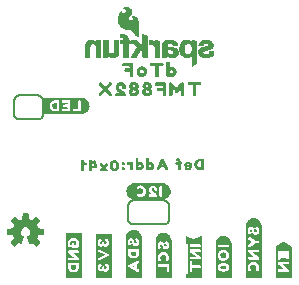
<source format=gbo>
G04 EAGLE Gerber RS-274X export*
G75*
%MOMM*%
%FSLAX34Y34*%
%LPD*%
%INSilkscreen Bottom*%
%IPPOS*%
%AMOC8*
5,1,8,0,0,1.08239X$1,22.5*%
G01*
%ADD10C,0.203200*%

G36*
X222647Y21037D02*
X222647Y21037D01*
X222645Y21040D01*
X222649Y21042D01*
X222749Y21642D01*
X222746Y21647D01*
X222749Y21650D01*
X222749Y64950D01*
X222746Y64954D01*
X222749Y64957D01*
X222649Y65657D01*
X222645Y65661D01*
X222647Y65664D01*
X222447Y66364D01*
X222446Y66365D01*
X222447Y66366D01*
X222247Y66966D01*
X222242Y66969D01*
X222244Y66972D01*
X221644Y68172D01*
X221640Y68174D01*
X221641Y68177D01*
X221241Y68777D01*
X221234Y68780D01*
X221235Y68785D01*
X220735Y69285D01*
X220731Y69285D01*
X220731Y69288D01*
X220233Y69687D01*
X219735Y70185D01*
X219723Y70186D01*
X219722Y70194D01*
X218522Y70794D01*
X218517Y70793D01*
X218516Y70797D01*
X217916Y70997D01*
X217914Y70996D01*
X217914Y70997D01*
X217214Y71197D01*
X217209Y71196D01*
X217207Y71199D01*
X216507Y71299D01*
X216502Y71296D01*
X216500Y71299D01*
X215200Y71299D01*
X215196Y71296D01*
X215193Y71299D01*
X214493Y71199D01*
X214488Y71194D01*
X214484Y71197D01*
X213885Y70997D01*
X213186Y70797D01*
X213182Y70792D01*
X213178Y70794D01*
X212578Y70494D01*
X212576Y70490D01*
X212573Y70491D01*
X211973Y70091D01*
X211972Y70088D01*
X211969Y70088D01*
X211469Y69688D01*
X211468Y69684D01*
X211465Y69685D01*
X210965Y69185D01*
X210965Y69181D01*
X210962Y69181D01*
X210162Y68181D01*
X210161Y68177D01*
X210159Y68177D01*
X209759Y67577D01*
X209760Y67568D01*
X209753Y67566D01*
X209553Y66966D01*
X209554Y66965D01*
X209553Y66964D01*
X209539Y66915D01*
X209525Y66866D01*
X209483Y66718D01*
X209440Y66570D01*
X209426Y66521D01*
X209384Y66373D01*
X209353Y66265D01*
X209153Y65666D01*
X209155Y65659D01*
X209151Y65657D01*
X209051Y64957D01*
X209054Y64952D01*
X209051Y64950D01*
X209051Y64550D01*
X209068Y64527D01*
X209067Y64513D01*
X209093Y64490D01*
X209074Y64492D01*
X209072Y64467D01*
X209053Y64453D01*
X209053Y64452D01*
X209051Y64450D01*
X209051Y21150D01*
X209087Y21103D01*
X209090Y21105D01*
X209092Y21101D01*
X209692Y21001D01*
X209697Y21004D01*
X209700Y21001D01*
X222600Y21001D01*
X222647Y21037D01*
G37*
G36*
X120718Y20534D02*
X120718Y20534D01*
X120730Y20531D01*
X121130Y20831D01*
X121134Y20847D01*
X121141Y20852D01*
X121137Y20858D01*
X121139Y20862D01*
X121149Y20870D01*
X121149Y54670D01*
X121146Y54674D01*
X121149Y54677D01*
X121049Y55373D01*
X121049Y56070D01*
X121042Y56079D01*
X121047Y56086D01*
X120847Y56685D01*
X120647Y57384D01*
X120642Y57388D01*
X120644Y57392D01*
X120344Y57992D01*
X120340Y57994D01*
X120341Y57997D01*
X119941Y58597D01*
X119938Y58598D01*
X119938Y58601D01*
X119138Y59601D01*
X119134Y59602D01*
X119135Y59605D01*
X118635Y60105D01*
X118628Y60106D01*
X118627Y60111D01*
X118027Y60511D01*
X118026Y60511D01*
X118025Y60512D01*
X117525Y60812D01*
X117520Y60812D01*
X117519Y60815D01*
X116819Y61115D01*
X116816Y61115D01*
X116816Y61117D01*
X115616Y61517D01*
X115609Y61515D01*
X115607Y61519D01*
X114907Y61619D01*
X114902Y61616D01*
X114900Y61619D01*
X114200Y61619D01*
X114196Y61616D01*
X114193Y61619D01*
X113493Y61519D01*
X113492Y61518D01*
X113492Y61519D01*
X112892Y61419D01*
X112193Y61319D01*
X112185Y61311D01*
X112178Y61314D01*
X110978Y60714D01*
X110976Y60710D01*
X110973Y60711D01*
X110373Y60311D01*
X110372Y60308D01*
X110369Y60308D01*
X109369Y59508D01*
X109368Y59504D01*
X109365Y59505D01*
X108865Y59005D01*
X108864Y58993D01*
X108856Y58992D01*
X108557Y58395D01*
X108159Y57797D01*
X108160Y57788D01*
X108153Y57786D01*
X107953Y57186D01*
X107954Y57184D01*
X107953Y57184D01*
X107951Y57176D01*
X107908Y57028D01*
X107894Y56979D01*
X107852Y56831D01*
X107810Y56684D01*
X107796Y56634D01*
X107754Y56487D01*
X107753Y56485D01*
X107553Y55886D01*
X107555Y55879D01*
X107551Y55877D01*
X107451Y55177D01*
X107454Y55172D01*
X107451Y55170D01*
X107451Y20970D01*
X107464Y20952D01*
X107461Y20940D01*
X107761Y20540D01*
X107792Y20532D01*
X107800Y20521D01*
X120700Y20521D01*
X120718Y20534D01*
G37*
G36*
X70347Y20457D02*
X70347Y20457D01*
X70342Y20464D01*
X70349Y20470D01*
X70349Y57670D01*
X70346Y57675D01*
X70349Y57678D01*
X70249Y58278D01*
X70205Y58319D01*
X70203Y58316D01*
X70200Y58319D01*
X56700Y58319D01*
X56653Y58283D01*
X56658Y58276D01*
X56651Y58270D01*
X56651Y54970D01*
X56671Y54944D01*
X56671Y54930D01*
X56700Y54909D01*
X56669Y54908D01*
X56670Y54884D01*
X56651Y54870D01*
X56651Y21070D01*
X56654Y21065D01*
X56651Y21062D01*
X56751Y20462D01*
X56795Y20421D01*
X56798Y20424D01*
X56800Y20421D01*
X70300Y20421D01*
X70347Y20457D01*
G37*
G36*
X69827Y159557D02*
X69827Y159557D01*
X69817Y159570D01*
X69825Y159580D01*
X69833Y159555D01*
X69878Y159523D01*
X69880Y159521D01*
X70480Y159521D01*
X70484Y159524D01*
X70487Y159521D01*
X71887Y159721D01*
X71892Y159726D01*
X71896Y159723D01*
X72496Y159923D01*
X72499Y159928D01*
X72502Y159926D01*
X73702Y160526D01*
X73704Y160530D01*
X73707Y160529D01*
X74307Y160929D01*
X74308Y160932D01*
X74311Y160932D01*
X74811Y161332D01*
X74812Y161336D01*
X74815Y161335D01*
X75315Y161835D01*
X75316Y161842D01*
X75321Y161843D01*
X75720Y162441D01*
X76118Y162939D01*
X76119Y162947D01*
X76124Y162948D01*
X76424Y163548D01*
X76423Y163555D01*
X76427Y163556D01*
X76452Y163644D01*
X76453Y163644D01*
X76452Y163644D01*
X76495Y163792D01*
X76509Y163841D01*
X76551Y163989D01*
X76593Y164137D01*
X76607Y164186D01*
X76627Y164255D01*
X76827Y164854D01*
X76825Y164861D01*
X76829Y164863D01*
X77029Y166263D01*
X77023Y166273D01*
X77029Y166278D01*
X76929Y166874D01*
X76929Y167570D01*
X76923Y167578D01*
X76927Y167584D01*
X76727Y168284D01*
X76726Y168285D01*
X76727Y168286D01*
X76527Y168886D01*
X76522Y168889D01*
X76524Y168892D01*
X75924Y170092D01*
X75917Y170095D01*
X75918Y170101D01*
X75518Y170601D01*
X75518Y170602D01*
X75018Y171202D01*
X75011Y171203D01*
X75011Y171208D01*
X74011Y172008D01*
X74007Y172009D01*
X74007Y172011D01*
X73407Y172411D01*
X73403Y172411D01*
X73402Y172414D01*
X72802Y172714D01*
X72797Y172713D01*
X72796Y172717D01*
X72196Y172917D01*
X72189Y172915D01*
X72187Y172919D01*
X71487Y173019D01*
X70788Y173119D01*
X70188Y173219D01*
X70183Y173216D01*
X70180Y173219D01*
X38380Y173219D01*
X38342Y173190D01*
X38334Y173188D01*
X38134Y172688D01*
X38135Y172686D01*
X38133Y172684D01*
X38137Y172678D01*
X38138Y172675D01*
X38131Y172670D01*
X38131Y159770D01*
X38160Y159732D01*
X38162Y159724D01*
X38662Y159524D01*
X38675Y159528D01*
X38680Y159521D01*
X69780Y159521D01*
X69827Y159557D01*
G37*
G36*
X95105Y20724D02*
X95105Y20724D01*
X95108Y20721D01*
X95708Y20821D01*
X95749Y20865D01*
X95746Y20868D01*
X95749Y20870D01*
X95749Y57470D01*
X95741Y57481D01*
X95746Y57488D01*
X95546Y57988D01*
X95505Y58013D01*
X95500Y58019D01*
X82600Y58019D01*
X82589Y58011D01*
X82582Y58016D01*
X82082Y57816D01*
X82057Y57775D01*
X82051Y57770D01*
X82051Y21370D01*
X82054Y21365D01*
X82051Y21362D01*
X82151Y20762D01*
X82195Y20721D01*
X82198Y20724D01*
X82200Y20721D01*
X95100Y20721D01*
X95105Y20724D01*
G37*
G36*
X146338Y20680D02*
X146338Y20680D01*
X146346Y20682D01*
X146546Y21182D01*
X146542Y21195D01*
X146549Y21200D01*
X146549Y52400D01*
X146546Y52404D01*
X146549Y52407D01*
X146349Y53807D01*
X146344Y53812D01*
X146347Y53816D01*
X146147Y54416D01*
X146142Y54419D01*
X146144Y54422D01*
X145544Y55622D01*
X145540Y55624D01*
X145541Y55627D01*
X145141Y56227D01*
X145138Y56228D01*
X145138Y56231D01*
X144738Y56731D01*
X144734Y56732D01*
X144735Y56735D01*
X144235Y57235D01*
X144228Y57236D01*
X144227Y57241D01*
X143629Y57640D01*
X143131Y58038D01*
X143123Y58039D01*
X143122Y58044D01*
X142522Y58344D01*
X142515Y58343D01*
X142514Y58347D01*
X141815Y58547D01*
X141216Y58747D01*
X141209Y58745D01*
X141207Y58749D01*
X139807Y58949D01*
X139797Y58943D01*
X139792Y58949D01*
X139196Y58849D01*
X138500Y58849D01*
X138492Y58843D01*
X138486Y58847D01*
X137786Y58647D01*
X137785Y58646D01*
X137784Y58647D01*
X137184Y58447D01*
X137181Y58442D01*
X137178Y58444D01*
X135978Y57844D01*
X135976Y57840D01*
X135973Y57841D01*
X135373Y57441D01*
X135370Y57434D01*
X135365Y57435D01*
X134865Y56935D01*
X134865Y56931D01*
X134862Y56931D01*
X134062Y55931D01*
X134061Y55927D01*
X134059Y55927D01*
X133659Y55327D01*
X133659Y55323D01*
X133656Y55322D01*
X133356Y54722D01*
X133357Y54715D01*
X133353Y54714D01*
X133334Y54647D01*
X133291Y54499D01*
X133277Y54450D01*
X133235Y54302D01*
X133193Y54154D01*
X133179Y54105D01*
X133153Y54015D01*
X132953Y53416D01*
X132953Y53415D01*
X132957Y53405D01*
X132951Y53400D01*
X132951Y52704D01*
X132851Y52108D01*
X132854Y52103D01*
X132851Y52100D01*
X132851Y20900D01*
X132880Y20862D01*
X132882Y20854D01*
X133382Y20654D01*
X133395Y20658D01*
X133400Y20651D01*
X146300Y20651D01*
X146338Y20680D01*
G37*
G36*
X32180Y47136D02*
X32180Y47136D01*
X32288Y47146D01*
X32301Y47152D01*
X32315Y47154D01*
X32412Y47202D01*
X32511Y47247D01*
X32524Y47258D01*
X32533Y47262D01*
X32548Y47278D01*
X32625Y47340D01*
X35210Y49925D01*
X35273Y50014D01*
X35339Y50099D01*
X35344Y50112D01*
X35352Y50124D01*
X35383Y50227D01*
X35419Y50330D01*
X35419Y50344D01*
X35423Y50357D01*
X35419Y50465D01*
X35420Y50574D01*
X35415Y50587D01*
X35415Y50601D01*
X35377Y50703D01*
X35342Y50805D01*
X35333Y50820D01*
X35329Y50829D01*
X35315Y50846D01*
X35261Y50928D01*
X32497Y54318D01*
X33054Y55400D01*
X33060Y55420D01*
X33102Y55515D01*
X33473Y56674D01*
X37824Y57117D01*
X37928Y57145D01*
X38034Y57170D01*
X38046Y57177D01*
X38059Y57180D01*
X38149Y57241D01*
X38242Y57298D01*
X38250Y57309D01*
X38262Y57317D01*
X38328Y57403D01*
X38397Y57487D01*
X38401Y57500D01*
X38410Y57511D01*
X38444Y57614D01*
X38483Y57715D01*
X38484Y57733D01*
X38488Y57742D01*
X38488Y57764D01*
X38497Y57862D01*
X38497Y61518D01*
X38480Y61625D01*
X38466Y61733D01*
X38460Y61745D01*
X38458Y61759D01*
X38406Y61855D01*
X38359Y61952D01*
X38349Y61962D01*
X38343Y61974D01*
X38263Y62048D01*
X38187Y62125D01*
X38175Y62131D01*
X38165Y62141D01*
X38066Y62186D01*
X37969Y62234D01*
X37951Y62238D01*
X37942Y62242D01*
X37921Y62244D01*
X37824Y62263D01*
X33473Y62706D01*
X33102Y63865D01*
X33093Y63883D01*
X33091Y63890D01*
X33087Y63897D01*
X33054Y63980D01*
X32497Y65062D01*
X35261Y68452D01*
X35315Y68546D01*
X35372Y68638D01*
X35375Y68651D01*
X35382Y68663D01*
X35403Y68770D01*
X35428Y68875D01*
X35426Y68889D01*
X35429Y68903D01*
X35414Y69010D01*
X35404Y69118D01*
X35398Y69131D01*
X35396Y69145D01*
X35348Y69242D01*
X35303Y69341D01*
X35292Y69354D01*
X35288Y69363D01*
X35272Y69378D01*
X35210Y69455D01*
X32625Y72040D01*
X32536Y72103D01*
X32451Y72169D01*
X32438Y72174D01*
X32426Y72182D01*
X32323Y72213D01*
X32220Y72249D01*
X32206Y72249D01*
X32193Y72253D01*
X32085Y72249D01*
X31976Y72250D01*
X31963Y72245D01*
X31949Y72245D01*
X31847Y72207D01*
X31745Y72172D01*
X31730Y72163D01*
X31721Y72159D01*
X31704Y72145D01*
X31622Y72091D01*
X28232Y69327D01*
X27150Y69884D01*
X27130Y69890D01*
X27035Y69932D01*
X25876Y70303D01*
X25433Y74654D01*
X25405Y74758D01*
X25380Y74864D01*
X25373Y74876D01*
X25370Y74889D01*
X25309Y74979D01*
X25252Y75072D01*
X25241Y75080D01*
X25233Y75092D01*
X25147Y75158D01*
X25063Y75227D01*
X25050Y75231D01*
X25039Y75240D01*
X24936Y75274D01*
X24835Y75313D01*
X24817Y75314D01*
X24808Y75318D01*
X24786Y75318D01*
X24688Y75327D01*
X21032Y75327D01*
X20925Y75310D01*
X20817Y75296D01*
X20805Y75290D01*
X20791Y75288D01*
X20695Y75236D01*
X20598Y75189D01*
X20588Y75179D01*
X20576Y75173D01*
X20502Y75093D01*
X20425Y75017D01*
X20419Y75005D01*
X20409Y74995D01*
X20364Y74896D01*
X20316Y74799D01*
X20312Y74781D01*
X20308Y74772D01*
X20306Y74751D01*
X20287Y74654D01*
X19844Y70303D01*
X18685Y69932D01*
X18667Y69922D01*
X18570Y69884D01*
X17488Y69327D01*
X14098Y72091D01*
X14004Y72145D01*
X13912Y72202D01*
X13899Y72205D01*
X13887Y72212D01*
X13780Y72233D01*
X13675Y72258D01*
X13661Y72256D01*
X13647Y72259D01*
X13540Y72244D01*
X13432Y72234D01*
X13419Y72228D01*
X13406Y72226D01*
X13308Y72178D01*
X13209Y72133D01*
X13196Y72122D01*
X13187Y72118D01*
X13172Y72102D01*
X13095Y72040D01*
X10510Y69455D01*
X10447Y69366D01*
X10381Y69281D01*
X10376Y69268D01*
X10368Y69256D01*
X10337Y69153D01*
X10301Y69050D01*
X10301Y69036D01*
X10297Y69023D01*
X10301Y68915D01*
X10300Y68806D01*
X10305Y68793D01*
X10305Y68779D01*
X10343Y68677D01*
X10378Y68575D01*
X10387Y68560D01*
X10391Y68551D01*
X10405Y68534D01*
X10459Y68452D01*
X13223Y65062D01*
X12666Y63980D01*
X12660Y63960D01*
X12618Y63865D01*
X12247Y62706D01*
X7896Y62263D01*
X7792Y62235D01*
X7686Y62210D01*
X7674Y62203D01*
X7661Y62200D01*
X7571Y62139D01*
X7478Y62082D01*
X7470Y62071D01*
X7458Y62063D01*
X7392Y61977D01*
X7324Y61893D01*
X7319Y61880D01*
X7310Y61869D01*
X7276Y61766D01*
X7237Y61665D01*
X7236Y61647D01*
X7232Y61638D01*
X7233Y61616D01*
X7223Y61518D01*
X7223Y57862D01*
X7240Y57755D01*
X7254Y57647D01*
X7260Y57635D01*
X7262Y57621D01*
X7314Y57525D01*
X7361Y57428D01*
X7371Y57418D01*
X7377Y57406D01*
X7457Y57332D01*
X7533Y57255D01*
X7545Y57249D01*
X7556Y57239D01*
X7654Y57194D01*
X7751Y57146D01*
X7769Y57142D01*
X7778Y57138D01*
X7799Y57136D01*
X7896Y57117D01*
X12247Y56674D01*
X12618Y55515D01*
X12628Y55497D01*
X12666Y55400D01*
X13223Y54318D01*
X10459Y50928D01*
X10405Y50834D01*
X10348Y50742D01*
X10345Y50729D01*
X10338Y50717D01*
X10317Y50610D01*
X10292Y50505D01*
X10294Y50491D01*
X10291Y50477D01*
X10306Y50370D01*
X10316Y50262D01*
X10322Y50249D01*
X10324Y50236D01*
X10372Y50138D01*
X10417Y50039D01*
X10428Y50026D01*
X10432Y50017D01*
X10448Y50002D01*
X10510Y49925D01*
X13095Y47340D01*
X13184Y47277D01*
X13269Y47211D01*
X13282Y47206D01*
X13294Y47198D01*
X13397Y47167D01*
X13500Y47131D01*
X13514Y47131D01*
X13527Y47127D01*
X13635Y47131D01*
X13744Y47130D01*
X13757Y47135D01*
X13771Y47135D01*
X13873Y47173D01*
X13975Y47208D01*
X13990Y47217D01*
X13999Y47221D01*
X14016Y47235D01*
X14098Y47289D01*
X17488Y50053D01*
X18570Y49496D01*
X18623Y49479D01*
X18672Y49453D01*
X18738Y49442D01*
X18802Y49421D01*
X18858Y49422D01*
X18912Y49413D01*
X18979Y49424D01*
X19046Y49425D01*
X19098Y49443D01*
X19153Y49452D01*
X19213Y49484D01*
X19276Y49507D01*
X19319Y49541D01*
X19369Y49567D01*
X19415Y49616D01*
X19467Y49658D01*
X19498Y49705D01*
X19536Y49745D01*
X19592Y49850D01*
X19600Y49863D01*
X19601Y49868D01*
X19605Y49875D01*
X21758Y55072D01*
X21778Y55155D01*
X21783Y55168D01*
X21785Y55184D01*
X21810Y55269D01*
X21809Y55290D01*
X21814Y55310D01*
X21806Y55392D01*
X21807Y55411D01*
X21803Y55431D01*
X21799Y55512D01*
X21792Y55532D01*
X21790Y55553D01*
X21758Y55622D01*
X21752Y55649D01*
X21737Y55673D01*
X21711Y55740D01*
X21698Y55756D01*
X21689Y55775D01*
X21644Y55824D01*
X21624Y55856D01*
X21593Y55881D01*
X21555Y55927D01*
X21532Y55943D01*
X21522Y55953D01*
X21501Y55965D01*
X21436Y56010D01*
X21435Y56011D01*
X21434Y56012D01*
X20535Y56518D01*
X19848Y57162D01*
X19333Y57950D01*
X19021Y58838D01*
X18929Y59775D01*
X19062Y60707D01*
X19413Y61581D01*
X19962Y62346D01*
X20676Y62959D01*
X21516Y63384D01*
X22433Y63598D01*
X23374Y63588D01*
X24286Y63354D01*
X25116Y62911D01*
X25817Y62282D01*
X26349Y61505D01*
X26680Y60624D01*
X26793Y59689D01*
X26685Y58772D01*
X26365Y57904D01*
X25851Y57135D01*
X25172Y56508D01*
X24288Y56013D01*
X24246Y55980D01*
X24204Y55957D01*
X24173Y55924D01*
X24125Y55889D01*
X24113Y55873D01*
X24097Y55860D01*
X24062Y55805D01*
X24037Y55779D01*
X24024Y55749D01*
X23982Y55691D01*
X23976Y55672D01*
X23966Y55655D01*
X23947Y55580D01*
X23937Y55557D01*
X23934Y55533D01*
X23911Y55458D01*
X23912Y55438D01*
X23907Y55418D01*
X23914Y55332D01*
X23913Y55314D01*
X23916Y55298D01*
X23919Y55214D01*
X23927Y55189D01*
X23928Y55175D01*
X23938Y55153D01*
X23962Y55072D01*
X24891Y52829D01*
X24891Y52828D01*
X25822Y50581D01*
X25823Y50581D01*
X26115Y49875D01*
X26144Y49828D01*
X26165Y49776D01*
X26208Y49725D01*
X26244Y49668D01*
X26287Y49633D01*
X26323Y49590D01*
X26380Y49556D01*
X26432Y49513D01*
X26484Y49494D01*
X26532Y49465D01*
X26598Y49451D01*
X26661Y49427D01*
X26716Y49425D01*
X26770Y49414D01*
X26837Y49421D01*
X26904Y49419D01*
X26958Y49435D01*
X27013Y49442D01*
X27124Y49486D01*
X27138Y49490D01*
X27142Y49493D01*
X27150Y49496D01*
X28232Y50053D01*
X31622Y47289D01*
X31716Y47235D01*
X31808Y47178D01*
X31821Y47175D01*
X31833Y47168D01*
X31940Y47147D01*
X32045Y47122D01*
X32059Y47124D01*
X32073Y47121D01*
X32180Y47136D01*
G37*
G36*
X139505Y87134D02*
X139505Y87134D01*
X139508Y87131D01*
X140108Y87231D01*
X140111Y87235D01*
X140114Y87233D01*
X140814Y87433D01*
X140815Y87434D01*
X140816Y87433D01*
X141416Y87633D01*
X141417Y87636D01*
X141419Y87635D01*
X142119Y87935D01*
X142121Y87937D01*
X142122Y87936D01*
X142722Y88236D01*
X142725Y88243D01*
X142731Y88242D01*
X143731Y89042D01*
X143732Y89046D01*
X143735Y89045D01*
X144235Y89545D01*
X144236Y89552D01*
X144241Y89553D01*
X144641Y90153D01*
X144641Y90157D01*
X144644Y90158D01*
X145544Y91958D01*
X145542Y91969D01*
X145549Y91973D01*
X145649Y92672D01*
X145749Y93272D01*
X145748Y93273D01*
X145749Y93273D01*
X145849Y93973D01*
X145844Y93982D01*
X145849Y93987D01*
X145749Y94687D01*
X145748Y94688D01*
X145749Y94688D01*
X145649Y95288D01*
X145549Y95987D01*
X145541Y95995D01*
X145544Y96002D01*
X144644Y97802D01*
X144640Y97804D01*
X144641Y97807D01*
X144241Y98407D01*
X144234Y98410D01*
X144235Y98415D01*
X143735Y98915D01*
X143731Y98915D01*
X143731Y98918D01*
X142731Y99718D01*
X142723Y99719D01*
X142722Y99724D01*
X141522Y100324D01*
X141515Y100323D01*
X141514Y100327D01*
X140114Y100727D01*
X140110Y100726D01*
X140108Y100729D01*
X139508Y100829D01*
X139503Y100826D01*
X139500Y100829D01*
X114600Y100829D01*
X114596Y100826D01*
X114593Y100829D01*
X113893Y100729D01*
X113892Y100728D01*
X113892Y100729D01*
X113292Y100629D01*
X113286Y100622D01*
X113281Y100625D01*
X112582Y100326D01*
X111984Y100127D01*
X111979Y100119D01*
X111973Y100121D01*
X111374Y99722D01*
X110875Y99422D01*
X110871Y99414D01*
X110865Y99415D01*
X109865Y98415D01*
X109865Y98411D01*
X109862Y98411D01*
X109462Y97911D01*
X109461Y97907D01*
X109459Y97907D01*
X109059Y97307D01*
X109059Y97303D01*
X109056Y97302D01*
X108756Y96702D01*
X108756Y96699D01*
X108755Y96699D01*
X108757Y96697D01*
X108753Y96696D01*
X108553Y96096D01*
X108554Y96094D01*
X108553Y96094D01*
X108529Y96009D01*
X108486Y95861D01*
X108472Y95812D01*
X108430Y95664D01*
X108388Y95517D01*
X108374Y95467D01*
X108353Y95394D01*
X108354Y95390D01*
X108351Y95388D01*
X108251Y94788D01*
X108252Y94787D01*
X108251Y94787D01*
X108151Y94087D01*
X108156Y94078D01*
X108151Y94073D01*
X108351Y92673D01*
X108352Y92672D01*
X108351Y92672D01*
X108451Y92072D01*
X108456Y92068D01*
X108453Y92064D01*
X108653Y91464D01*
X108656Y91463D01*
X108655Y91461D01*
X108955Y90761D01*
X108963Y90756D01*
X108962Y90749D01*
X109360Y90251D01*
X109759Y89653D01*
X109762Y89652D01*
X109762Y89649D01*
X110162Y89149D01*
X110169Y89147D01*
X110169Y89142D01*
X110669Y88742D01*
X110673Y88741D01*
X110673Y88739D01*
X111271Y88340D01*
X111769Y87942D01*
X111779Y87941D01*
X111781Y87935D01*
X112481Y87635D01*
X112484Y87636D01*
X112484Y87633D01*
X113084Y87433D01*
X113086Y87434D01*
X113086Y87433D01*
X113786Y87233D01*
X113796Y87236D01*
X113800Y87231D01*
X114397Y87231D01*
X115093Y87131D01*
X115098Y87134D01*
X115100Y87131D01*
X139500Y87131D01*
X139505Y87134D01*
G37*
G36*
X171847Y20517D02*
X171847Y20517D01*
X171845Y20520D01*
X171849Y20522D01*
X171949Y21122D01*
X171946Y21127D01*
X171949Y21130D01*
X171949Y56330D01*
X171913Y56377D01*
X171906Y56372D01*
X171900Y56379D01*
X171400Y56379D01*
X171387Y56369D01*
X171377Y56374D01*
X165388Y53279D01*
X164812Y53279D01*
X158722Y56374D01*
X158706Y56371D01*
X158700Y56379D01*
X158300Y56379D01*
X158253Y56343D01*
X158258Y56336D01*
X158251Y56330D01*
X158251Y20630D01*
X158287Y20583D01*
X158290Y20585D01*
X158292Y20581D01*
X158892Y20481D01*
X158897Y20484D01*
X158900Y20481D01*
X171800Y20481D01*
X171847Y20517D01*
G37*
G36*
X197247Y20917D02*
X197247Y20917D01*
X197245Y20920D01*
X197249Y20922D01*
X197349Y21522D01*
X197346Y21527D01*
X197349Y21530D01*
X197349Y49230D01*
X197346Y49234D01*
X197349Y49237D01*
X197249Y49933D01*
X197249Y50630D01*
X197242Y50639D01*
X197247Y50646D01*
X197047Y51245D01*
X196847Y51944D01*
X196842Y51948D01*
X196844Y51952D01*
X196244Y53152D01*
X196237Y53155D01*
X196238Y53161D01*
X195838Y53661D01*
X195834Y53662D01*
X195835Y53665D01*
X194835Y54665D01*
X194831Y54665D01*
X194831Y54668D01*
X194331Y55068D01*
X194323Y55069D01*
X194322Y55074D01*
X193122Y55674D01*
X193115Y55673D01*
X193114Y55677D01*
X192415Y55877D01*
X191816Y56077D01*
X191809Y56075D01*
X191807Y56079D01*
X191107Y56179D01*
X191102Y56176D01*
X191100Y56179D01*
X189800Y56179D01*
X189796Y56176D01*
X189793Y56179D01*
X189093Y56079D01*
X189089Y56075D01*
X189086Y56077D01*
X188386Y55877D01*
X188382Y55872D01*
X188378Y55874D01*
X186578Y54974D01*
X186575Y54967D01*
X186569Y54968D01*
X186069Y54568D01*
X186068Y54564D01*
X186065Y54565D01*
X185565Y54065D01*
X185565Y54061D01*
X185562Y54061D01*
X185162Y53561D01*
X185161Y53557D01*
X185159Y53557D01*
X184359Y52357D01*
X184360Y52348D01*
X184353Y52346D01*
X183953Y51146D01*
X183954Y51144D01*
X183953Y51144D01*
X183950Y51134D01*
X183936Y51084D01*
X183894Y50937D01*
X183851Y50789D01*
X183837Y50740D01*
X183795Y50592D01*
X183753Y50444D01*
X183754Y50440D01*
X183751Y50438D01*
X183651Y49838D01*
X183654Y49833D01*
X183651Y49830D01*
X183651Y20930D01*
X183687Y20883D01*
X183694Y20888D01*
X183700Y20881D01*
X197200Y20881D01*
X197247Y20917D01*
G37*
G36*
X247826Y20960D02*
X247826Y20960D01*
X247839Y20960D01*
X248139Y21360D01*
X248139Y21368D01*
X248143Y21371D01*
X248139Y21375D01*
X248139Y21382D01*
X248149Y21390D01*
X248149Y47090D01*
X248142Y47099D01*
X248147Y47106D01*
X247947Y47706D01*
X247924Y47721D01*
X247922Y47734D01*
X241822Y50734D01*
X241222Y51034D01*
X241214Y51032D01*
X241214Y51033D01*
X241187Y51033D01*
X241184Y51031D01*
X241177Y51034D01*
X234577Y47634D01*
X234565Y47609D01*
X234552Y47598D01*
X234551Y47598D01*
X234451Y46998D01*
X234454Y46993D01*
X234451Y46990D01*
X234451Y21190D01*
X234480Y21152D01*
X234482Y21144D01*
X234982Y20944D01*
X234995Y20948D01*
X235000Y20941D01*
X247800Y20941D01*
X247826Y20960D01*
G37*
G36*
X118140Y224251D02*
X118140Y224251D01*
X118191Y224253D01*
X118223Y224271D01*
X118259Y224279D01*
X118298Y224312D01*
X118343Y224336D01*
X118364Y224366D01*
X118392Y224389D01*
X118413Y224436D01*
X118443Y224478D01*
X118451Y224520D01*
X118463Y224548D01*
X118462Y224578D01*
X118470Y224620D01*
X118470Y237420D01*
X118466Y237438D01*
X118468Y237462D01*
X118268Y239262D01*
X118257Y239293D01*
X118251Y239340D01*
X118051Y239940D01*
X118038Y239960D01*
X118030Y239990D01*
X117730Y240590D01*
X117722Y240600D01*
X117716Y240616D01*
X117416Y241116D01*
X117402Y241130D01*
X117393Y241149D01*
X117316Y241219D01*
X117295Y241240D01*
X117290Y241242D01*
X117286Y241246D01*
X116802Y241536D01*
X116418Y241824D01*
X116383Y241839D01*
X116331Y241873D01*
X115331Y242273D01*
X115298Y242278D01*
X115253Y242295D01*
X114653Y242395D01*
X114626Y242393D01*
X114590Y242400D01*
X113790Y242400D01*
X113754Y242392D01*
X113698Y242389D01*
X113343Y242300D01*
X113190Y242300D01*
X113175Y242297D01*
X113160Y242299D01*
X113028Y242262D01*
X113021Y242261D01*
X113021Y242260D01*
X113020Y242260D01*
X112820Y242160D01*
X112801Y242144D01*
X112777Y242135D01*
X112735Y242089D01*
X112687Y242049D01*
X112677Y242027D01*
X112660Y242008D01*
X112642Y241948D01*
X112616Y241891D01*
X112618Y241866D01*
X112610Y241842D01*
X112621Y241780D01*
X112624Y241718D01*
X112636Y241696D01*
X112640Y241671D01*
X112689Y241598D01*
X112707Y241566D01*
X112715Y241561D01*
X112721Y241551D01*
X112821Y241451D01*
X112853Y241431D01*
X112920Y241380D01*
X113320Y241180D01*
X113343Y241174D01*
X113370Y241159D01*
X113585Y241088D01*
X113895Y240778D01*
X114045Y240552D01*
X114110Y240358D01*
X114110Y240182D01*
X114038Y239966D01*
X113878Y239645D01*
X113648Y239416D01*
X113412Y239258D01*
X112981Y239086D01*
X112552Y239000D01*
X111837Y239000D01*
X111146Y239173D01*
X110650Y239504D01*
X110329Y239905D01*
X110170Y240382D01*
X110170Y240942D01*
X110416Y241515D01*
X111076Y242269D01*
X111874Y243167D01*
X111875Y243169D01*
X111876Y243170D01*
X112576Y243970D01*
X112592Y243999D01*
X112622Y244035D01*
X113122Y244935D01*
X113133Y244973D01*
X113161Y245038D01*
X113361Y245938D01*
X113361Y245971D01*
X113370Y246020D01*
X113370Y246820D01*
X113362Y246857D01*
X113351Y246940D01*
X113051Y247840D01*
X113030Y247874D01*
X112999Y247941D01*
X112499Y248641D01*
X112473Y248664D01*
X112443Y248704D01*
X111543Y249504D01*
X111512Y249521D01*
X111472Y249554D01*
X110372Y250154D01*
X110336Y250164D01*
X110258Y250194D01*
X109158Y250394D01*
X109129Y250393D01*
X109090Y250400D01*
X108090Y250400D01*
X108053Y250392D01*
X107970Y250381D01*
X107070Y250081D01*
X107064Y250077D01*
X107057Y250076D01*
X106257Y249776D01*
X106242Y249766D01*
X106220Y249760D01*
X106054Y249677D01*
X105620Y249460D01*
X105598Y249442D01*
X105562Y249424D01*
X105162Y249124D01*
X105147Y249106D01*
X105121Y249089D01*
X105021Y248989D01*
X105008Y248967D01*
X104988Y248951D01*
X104962Y248894D01*
X104930Y248842D01*
X104927Y248816D01*
X104917Y248792D01*
X104919Y248731D01*
X104913Y248669D01*
X104922Y248645D01*
X104923Y248619D01*
X104953Y248565D01*
X104975Y248507D01*
X104994Y248490D01*
X105006Y248467D01*
X105057Y248432D01*
X105102Y248390D01*
X105127Y248382D01*
X105148Y248367D01*
X105232Y248351D01*
X105268Y248340D01*
X105278Y248342D01*
X105290Y248340D01*
X105590Y248340D01*
X105627Y248348D01*
X105710Y248359D01*
X105952Y248440D01*
X106143Y248440D01*
X106498Y248351D01*
X106506Y248351D01*
X106515Y248347D01*
X106966Y248257D01*
X107289Y248095D01*
X107610Y247855D01*
X107745Y247652D01*
X107829Y247400D01*
X107842Y247380D01*
X107850Y247350D01*
X107938Y247174D01*
X107989Y247020D01*
X107929Y246840D01*
X107928Y246827D01*
X107921Y246812D01*
X107837Y246476D01*
X107674Y246231D01*
X107666Y246211D01*
X107650Y246190D01*
X107478Y245845D01*
X107248Y245616D01*
X106979Y245436D01*
X106972Y245429D01*
X106962Y245424D01*
X106570Y245131D01*
X106299Y244950D01*
X105867Y244734D01*
X105600Y244600D01*
X105052Y244600D01*
X104859Y244665D01*
X104710Y244764D01*
X104570Y245182D01*
X104570Y245920D01*
X104558Y245970D01*
X104558Y245991D01*
X104557Y246015D01*
X104556Y246022D01*
X104539Y246054D01*
X104531Y246089D01*
X104498Y246129D01*
X104473Y246174D01*
X104443Y246195D01*
X104421Y246222D01*
X104373Y246244D01*
X104331Y246273D01*
X104295Y246279D01*
X104262Y246293D01*
X104211Y246291D01*
X104160Y246299D01*
X104119Y246288D01*
X104089Y246287D01*
X104062Y246272D01*
X104020Y246260D01*
X104009Y246255D01*
X103249Y245875D01*
X103220Y245860D01*
X103216Y245857D01*
X103106Y245773D01*
X102306Y244873D01*
X102291Y244845D01*
X102262Y244812D01*
X101562Y243612D01*
X101553Y243583D01*
X101532Y243548D01*
X101032Y242148D01*
X101029Y242122D01*
X101016Y242090D01*
X100716Y240490D01*
X100718Y240454D01*
X100710Y240399D01*
X100810Y238599D01*
X100820Y238567D01*
X100824Y238518D01*
X101324Y236718D01*
X101341Y236687D01*
X101358Y236635D01*
X102358Y234835D01*
X102375Y234817D01*
X102390Y234787D01*
X103090Y233887D01*
X103097Y233881D01*
X103101Y233873D01*
X103111Y233867D01*
X103121Y233851D01*
X103921Y233051D01*
X103931Y233045D01*
X103940Y233034D01*
X104740Y232334D01*
X104765Y232320D01*
X104794Y232294D01*
X105794Y231694D01*
X105819Y231686D01*
X105849Y231667D01*
X106849Y231267D01*
X106868Y231264D01*
X106890Y231253D01*
X107990Y230953D01*
X108007Y230953D01*
X108028Y230945D01*
X109228Y230745D01*
X109254Y230747D01*
X109290Y230740D01*
X111159Y230740D01*
X111656Y230657D01*
X112072Y230407D01*
X113022Y229647D01*
X113498Y229077D01*
X113510Y229067D01*
X113521Y229051D01*
X114799Y227774D01*
X115281Y227099D01*
X115301Y227081D01*
X115321Y227051D01*
X115909Y226463D01*
X116398Y225877D01*
X116410Y225867D01*
X116421Y225851D01*
X116902Y225370D01*
X117186Y224992D01*
X117204Y224977D01*
X117221Y224951D01*
X117495Y224678D01*
X117674Y224409D01*
X117693Y224391D01*
X117706Y224367D01*
X117756Y224332D01*
X117800Y224291D01*
X117826Y224283D01*
X117848Y224267D01*
X117929Y224252D01*
X117966Y224241D01*
X117977Y224242D01*
X117990Y224240D01*
X118090Y224240D01*
X118140Y224251D01*
G37*
G36*
X163829Y198751D02*
X163829Y198751D01*
X163891Y198753D01*
X163913Y198766D01*
X163939Y198770D01*
X164010Y198818D01*
X164043Y198836D01*
X164049Y198844D01*
X164059Y198851D01*
X164944Y199736D01*
X166428Y200923D01*
X166439Y200938D01*
X166459Y200951D01*
X167344Y201836D01*
X167828Y202223D01*
X167834Y202231D01*
X167843Y202236D01*
X167887Y202299D01*
X167935Y202359D01*
X167937Y202369D01*
X167943Y202378D01*
X167958Y202459D01*
X167963Y202470D01*
X167963Y202482D01*
X167970Y202520D01*
X167970Y221020D01*
X167969Y221024D01*
X167970Y221029D01*
X167950Y221109D01*
X167931Y221189D01*
X167928Y221192D01*
X167927Y221197D01*
X167873Y221259D01*
X167821Y221322D01*
X167816Y221324D01*
X167814Y221328D01*
X167682Y221389D01*
X167282Y221489D01*
X167274Y221489D01*
X167265Y221493D01*
X166765Y221593D01*
X166733Y221592D01*
X166690Y221600D01*
X166237Y221600D01*
X165882Y221689D01*
X165874Y221689D01*
X165865Y221693D01*
X165373Y221791D01*
X164982Y221889D01*
X164974Y221889D01*
X164965Y221893D01*
X163965Y222093D01*
X163963Y222093D01*
X163962Y222093D01*
X163878Y222090D01*
X163791Y222087D01*
X163790Y222087D01*
X163789Y222087D01*
X163715Y222046D01*
X163639Y222005D01*
X163638Y222004D01*
X163637Y222004D01*
X163589Y221935D01*
X163538Y221864D01*
X163538Y221863D01*
X163537Y221862D01*
X163510Y221720D01*
X163510Y220938D01*
X163359Y221089D01*
X163343Y221099D01*
X163328Y221117D01*
X162828Y221517D01*
X162807Y221527D01*
X162786Y221546D01*
X161786Y222146D01*
X161773Y222150D01*
X161653Y222195D01*
X160453Y222395D01*
X160426Y222393D01*
X160390Y222400D01*
X159690Y222400D01*
X159679Y222398D01*
X159665Y222399D01*
X158165Y222299D01*
X158128Y222288D01*
X158062Y222278D01*
X156662Y221778D01*
X156633Y221759D01*
X156586Y221741D01*
X155486Y221041D01*
X155459Y221013D01*
X155407Y220974D01*
X154507Y219974D01*
X154494Y219951D01*
X154469Y219924D01*
X153769Y218824D01*
X153757Y218788D01*
X153727Y218732D01*
X153327Y217432D01*
X153326Y217417D01*
X153318Y217400D01*
X153018Y216000D01*
X153019Y215976D01*
X153011Y215945D01*
X152911Y214445D01*
X152914Y214423D01*
X152911Y214393D01*
X153011Y212993D01*
X153018Y212969D01*
X153020Y212935D01*
X153320Y211635D01*
X153332Y211610D01*
X153339Y211574D01*
X153839Y210374D01*
X153849Y210359D01*
X153856Y210338D01*
X154456Y209238D01*
X154482Y209209D01*
X154521Y209151D01*
X155421Y208251D01*
X155443Y208238D01*
X155466Y208212D01*
X156566Y207412D01*
X156602Y207397D01*
X156670Y207359D01*
X157870Y206959D01*
X157900Y206956D01*
X157940Y206943D01*
X159440Y206743D01*
X159479Y206747D01*
X159553Y206745D01*
X161353Y207045D01*
X161389Y207060D01*
X161460Y207080D01*
X161590Y207145D01*
X162060Y207380D01*
X162070Y207388D01*
X162086Y207394D01*
X163086Y207994D01*
X163106Y208014D01*
X163187Y208082D01*
X163410Y208361D01*
X163410Y199120D01*
X163416Y199095D01*
X163413Y199069D01*
X163435Y199012D01*
X163449Y198951D01*
X163466Y198931D01*
X163475Y198907D01*
X163520Y198865D01*
X163559Y198818D01*
X163583Y198807D01*
X163602Y198790D01*
X163661Y198772D01*
X163718Y198747D01*
X163743Y198748D01*
X163768Y198740D01*
X163829Y198751D01*
G37*
G36*
X147820Y206747D02*
X147820Y206747D01*
X147865Y206747D01*
X148328Y206840D01*
X148790Y206840D01*
X148826Y206848D01*
X148882Y206851D01*
X149282Y206951D01*
X149302Y206961D01*
X149331Y206967D01*
X149831Y207167D01*
X149843Y207175D01*
X149860Y207180D01*
X150260Y207380D01*
X150276Y207393D01*
X150301Y207404D01*
X150581Y207591D01*
X150960Y207780D01*
X150989Y207804D01*
X151059Y207851D01*
X151359Y208151D01*
X151375Y208178D01*
X151406Y208209D01*
X151601Y208500D01*
X151894Y208892D01*
X151898Y208901D01*
X151906Y208909D01*
X152106Y209209D01*
X152107Y209210D01*
X152108Y209211D01*
X152163Y209345D01*
X152253Y209796D01*
X152430Y210150D01*
X152434Y210165D01*
X152443Y210178D01*
X152469Y210312D01*
X152470Y210319D01*
X152470Y210320D01*
X152470Y210782D01*
X152563Y211245D01*
X152563Y211255D01*
X152564Y211388D01*
X152364Y212488D01*
X152355Y212510D01*
X152351Y212540D01*
X152051Y213440D01*
X152034Y213467D01*
X152020Y213509D01*
X151620Y214209D01*
X151597Y214233D01*
X151537Y214309D01*
X150837Y214909D01*
X150811Y214923D01*
X150779Y214950D01*
X150079Y215350D01*
X150053Y215358D01*
X150024Y215376D01*
X149224Y215676D01*
X149205Y215679D01*
X149182Y215689D01*
X148382Y215889D01*
X148360Y215889D01*
X148332Y215898D01*
X147432Y215998D01*
X145638Y216197D01*
X144969Y216293D01*
X144303Y216483D01*
X143750Y216668D01*
X143350Y216908D01*
X143170Y217147D01*
X143170Y218030D01*
X143403Y218495D01*
X143459Y218551D01*
X143479Y218583D01*
X143530Y218650D01*
X143573Y218737D01*
X143980Y218940D01*
X144090Y218940D01*
X144105Y218943D01*
X144120Y218941D01*
X144252Y218978D01*
X144259Y218979D01*
X144259Y218980D01*
X144260Y218980D01*
X144380Y219040D01*
X146000Y219040D01*
X146865Y218608D01*
X147178Y218295D01*
X147238Y218174D01*
X147329Y217900D01*
X147342Y217880D01*
X147350Y217850D01*
X147410Y217730D01*
X147410Y217320D01*
X147421Y217270D01*
X147423Y217219D01*
X147441Y217187D01*
X147449Y217151D01*
X147482Y217112D01*
X147506Y217067D01*
X147536Y217046D01*
X147559Y217018D01*
X147606Y216997D01*
X147648Y216967D01*
X147690Y216959D01*
X147718Y216947D01*
X147748Y216948D01*
X147790Y216940D01*
X151690Y216940D01*
X151770Y216958D01*
X151850Y216975D01*
X151854Y216978D01*
X151859Y216979D01*
X151922Y217032D01*
X151986Y217082D01*
X151988Y217086D01*
X151992Y217089D01*
X152026Y217164D01*
X152061Y217238D01*
X152061Y217243D01*
X152063Y217248D01*
X152062Y217275D01*
X152065Y217383D01*
X151865Y218583D01*
X151855Y218606D01*
X151855Y218608D01*
X151854Y218628D01*
X151852Y218633D01*
X151851Y218640D01*
X151651Y219240D01*
X151631Y219272D01*
X151594Y219348D01*
X151306Y219732D01*
X151016Y220216D01*
X151004Y220228D01*
X150994Y220248D01*
X150694Y220648D01*
X150669Y220669D01*
X150662Y220682D01*
X150647Y220693D01*
X150618Y220724D01*
X150218Y221024D01*
X150202Y221031D01*
X150186Y221046D01*
X149186Y221646D01*
X149161Y221654D01*
X149131Y221673D01*
X148631Y221873D01*
X148602Y221877D01*
X148565Y221893D01*
X148088Y221988D01*
X147510Y222181D01*
X147485Y222183D01*
X147453Y222195D01*
X146859Y222294D01*
X146365Y222393D01*
X146333Y222392D01*
X146290Y222400D01*
X143990Y222400D01*
X143960Y222393D01*
X143915Y222393D01*
X143452Y222300D01*
X142890Y222300D01*
X142860Y222293D01*
X142815Y222293D01*
X142315Y222193D01*
X142289Y222181D01*
X142249Y222173D01*
X141781Y221986D01*
X141315Y221893D01*
X141289Y221881D01*
X141249Y221873D01*
X140749Y221673D01*
X140718Y221651D01*
X140662Y221624D01*
X139462Y220724D01*
X139437Y220694D01*
X139386Y220648D01*
X139086Y220248D01*
X139074Y220222D01*
X139050Y220190D01*
X138850Y219790D01*
X138847Y219776D01*
X138837Y219761D01*
X138637Y219261D01*
X138633Y219232D01*
X138617Y219195D01*
X138517Y218695D01*
X138518Y218663D01*
X138510Y218620D01*
X138510Y210010D01*
X138450Y209890D01*
X138446Y209875D01*
X138437Y209862D01*
X138411Y209728D01*
X138410Y209722D01*
X138410Y209721D01*
X138410Y209720D01*
X138410Y208910D01*
X138350Y208790D01*
X138346Y208775D01*
X138337Y208762D01*
X138328Y208716D01*
X138327Y208713D01*
X138327Y208711D01*
X138311Y208628D01*
X138310Y208622D01*
X138310Y208621D01*
X138310Y208620D01*
X138310Y208510D01*
X138250Y208390D01*
X138246Y208375D01*
X138237Y208362D01*
X138211Y208228D01*
X138210Y208222D01*
X138210Y208221D01*
X138210Y208220D01*
X138210Y208010D01*
X138178Y207945D01*
X138121Y207889D01*
X138081Y207824D01*
X138037Y207762D01*
X138035Y207750D01*
X138030Y207742D01*
X138026Y207705D01*
X138010Y207620D01*
X138010Y207520D01*
X138021Y207470D01*
X138023Y207419D01*
X138041Y207387D01*
X138049Y207351D01*
X138082Y207312D01*
X138106Y207267D01*
X138136Y207246D01*
X138159Y207218D01*
X138206Y207197D01*
X138248Y207167D01*
X138290Y207159D01*
X138318Y207147D01*
X138348Y207148D01*
X138390Y207140D01*
X142290Y207140D01*
X142340Y207151D01*
X142391Y207153D01*
X142423Y207171D01*
X142459Y207179D01*
X142498Y207212D01*
X142543Y207236D01*
X142564Y207266D01*
X142592Y207289D01*
X142613Y207336D01*
X142643Y207378D01*
X142651Y207420D01*
X142663Y207448D01*
X142663Y207458D01*
X142699Y207516D01*
X142743Y207578D01*
X142745Y207590D01*
X142750Y207598D01*
X142754Y207635D01*
X142756Y207649D01*
X142759Y207651D01*
X142799Y207716D01*
X142843Y207778D01*
X142845Y207790D01*
X142850Y207798D01*
X142854Y207835D01*
X142870Y207920D01*
X142870Y208069D01*
X142883Y208090D01*
X143021Y207951D01*
X143048Y207935D01*
X143079Y207904D01*
X143379Y207704D01*
X143415Y207690D01*
X143470Y207659D01*
X143722Y207575D01*
X143979Y207404D01*
X144015Y207390D01*
X144070Y207359D01*
X145270Y206959D01*
X145307Y206956D01*
X145390Y206940D01*
X145628Y206940D01*
X145870Y206859D01*
X145907Y206856D01*
X145990Y206840D01*
X146328Y206840D01*
X146570Y206759D01*
X146607Y206756D01*
X146690Y206740D01*
X147790Y206740D01*
X147820Y206747D01*
G37*
G36*
X116822Y207147D02*
X116822Y207147D01*
X116856Y207145D01*
X116906Y207167D01*
X116959Y207179D01*
X116984Y207200D01*
X117015Y207213D01*
X117062Y207265D01*
X117092Y207289D01*
X117099Y207305D01*
X117113Y207320D01*
X120769Y213226D01*
X121810Y212255D01*
X121810Y207520D01*
X121821Y207470D01*
X121823Y207419D01*
X121841Y207387D01*
X121849Y207351D01*
X121882Y207312D01*
X121906Y207267D01*
X121936Y207246D01*
X121959Y207218D01*
X122006Y207197D01*
X122048Y207167D01*
X122090Y207159D01*
X122118Y207147D01*
X122148Y207148D01*
X122190Y207140D01*
X126090Y207140D01*
X126140Y207151D01*
X126191Y207153D01*
X126223Y207171D01*
X126259Y207179D01*
X126298Y207212D01*
X126343Y207236D01*
X126364Y207266D01*
X126392Y207289D01*
X126413Y207336D01*
X126443Y207378D01*
X126451Y207420D01*
X126463Y207448D01*
X126462Y207478D01*
X126470Y207520D01*
X126470Y224920D01*
X126460Y224963D01*
X126460Y225008D01*
X126441Y225047D01*
X126431Y225089D01*
X126402Y225123D01*
X126382Y225163D01*
X126343Y225196D01*
X126321Y225222D01*
X126297Y225233D01*
X126270Y225255D01*
X122370Y227355D01*
X122315Y227370D01*
X122262Y227393D01*
X122232Y227392D01*
X122203Y227400D01*
X122147Y227389D01*
X122089Y227387D01*
X122063Y227372D01*
X122033Y227366D01*
X121988Y227331D01*
X121937Y227304D01*
X121920Y227279D01*
X121896Y227261D01*
X121870Y227209D01*
X121837Y227162D01*
X121831Y227128D01*
X121819Y227105D01*
X121820Y227070D01*
X121810Y227020D01*
X121810Y217565D01*
X117564Y221983D01*
X117497Y222027D01*
X117432Y222073D01*
X117424Y222074D01*
X117419Y222078D01*
X117386Y222082D01*
X117290Y222100D01*
X112690Y222100D01*
X112663Y222094D01*
X112636Y222096D01*
X112580Y222074D01*
X112521Y222061D01*
X112500Y222043D01*
X112474Y222033D01*
X112434Y221989D01*
X112388Y221951D01*
X112376Y221925D01*
X112358Y221905D01*
X112341Y221847D01*
X112317Y221792D01*
X112318Y221765D01*
X112310Y221738D01*
X112321Y221679D01*
X112323Y221619D01*
X112337Y221595D01*
X112342Y221568D01*
X112388Y221501D01*
X112406Y221467D01*
X112416Y221460D01*
X112424Y221449D01*
X117501Y216467D01*
X111772Y207728D01*
X111747Y207659D01*
X111717Y207592D01*
X111717Y207579D01*
X111713Y207566D01*
X111721Y207493D01*
X111723Y207419D01*
X111730Y207407D01*
X111731Y207394D01*
X111771Y207332D01*
X111806Y207267D01*
X111817Y207259D01*
X111825Y207248D01*
X111888Y207210D01*
X111948Y207167D01*
X111963Y207164D01*
X111973Y207158D01*
X112012Y207155D01*
X112090Y207140D01*
X116790Y207140D01*
X116822Y207147D01*
G37*
G36*
X77340Y207151D02*
X77340Y207151D01*
X77391Y207153D01*
X77423Y207171D01*
X77459Y207179D01*
X77498Y207212D01*
X77543Y207236D01*
X77564Y207266D01*
X77592Y207289D01*
X77613Y207336D01*
X77643Y207378D01*
X77651Y207420D01*
X77663Y207448D01*
X77662Y207478D01*
X77670Y207520D01*
X77670Y215496D01*
X77767Y216269D01*
X77866Y216963D01*
X77953Y217486D01*
X78206Y217908D01*
X78450Y218232D01*
X78829Y218460D01*
X79259Y218546D01*
X79798Y218636D01*
X80535Y218544D01*
X81056Y218457D01*
X81436Y218229D01*
X81777Y217802D01*
X82051Y217347D01*
X82318Y216722D01*
X82410Y215899D01*
X82410Y207520D01*
X82421Y207470D01*
X82423Y207419D01*
X82441Y207387D01*
X82449Y207351D01*
X82482Y207312D01*
X82506Y207267D01*
X82536Y207246D01*
X82559Y207218D01*
X82606Y207197D01*
X82648Y207167D01*
X82690Y207159D01*
X82718Y207147D01*
X82748Y207148D01*
X82790Y207140D01*
X86690Y207140D01*
X86740Y207151D01*
X86791Y207153D01*
X86823Y207171D01*
X86859Y207179D01*
X86898Y207212D01*
X86943Y207236D01*
X86964Y207266D01*
X86992Y207289D01*
X87013Y207336D01*
X87043Y207378D01*
X87051Y207420D01*
X87063Y207448D01*
X87062Y207478D01*
X87070Y207520D01*
X87070Y221720D01*
X87059Y221770D01*
X87057Y221821D01*
X87039Y221853D01*
X87031Y221889D01*
X86998Y221928D01*
X86974Y221973D01*
X86944Y221994D01*
X86921Y222022D01*
X86874Y222043D01*
X86832Y222073D01*
X86790Y222081D01*
X86762Y222093D01*
X86732Y222092D01*
X86690Y222100D01*
X82990Y222100D01*
X82940Y222089D01*
X82889Y222087D01*
X82857Y222069D01*
X82821Y222061D01*
X82782Y222028D01*
X82737Y222004D01*
X82716Y221974D01*
X82688Y221951D01*
X82667Y221904D01*
X82637Y221862D01*
X82629Y221820D01*
X82617Y221792D01*
X82618Y221762D01*
X82610Y221720D01*
X82610Y220738D01*
X82359Y220989D01*
X82343Y220999D01*
X82328Y221017D01*
X81828Y221417D01*
X81814Y221423D01*
X81801Y221436D01*
X81201Y221836D01*
X81165Y221850D01*
X81110Y221881D01*
X79910Y222281D01*
X79885Y222283D01*
X79853Y222295D01*
X79253Y222395D01*
X79226Y222393D01*
X79190Y222400D01*
X78590Y222400D01*
X78578Y222397D01*
X78563Y222399D01*
X77163Y222299D01*
X77133Y222290D01*
X77090Y222287D01*
X75990Y221987D01*
X75958Y221970D01*
X75905Y221952D01*
X75005Y221452D01*
X74977Y221426D01*
X74921Y221389D01*
X74221Y220689D01*
X74203Y220659D01*
X74168Y220622D01*
X73668Y219822D01*
X73655Y219785D01*
X73626Y219729D01*
X73326Y218729D01*
X73325Y218710D01*
X73316Y218688D01*
X73116Y217588D01*
X73117Y217571D01*
X73111Y217549D01*
X73011Y216249D01*
X73013Y216236D01*
X73010Y216220D01*
X73010Y207520D01*
X73021Y207470D01*
X73023Y207419D01*
X73041Y207387D01*
X73049Y207351D01*
X73082Y207312D01*
X73106Y207267D01*
X73136Y207246D01*
X73159Y207218D01*
X73206Y207197D01*
X73248Y207167D01*
X73290Y207159D01*
X73318Y207147D01*
X73348Y207148D01*
X73390Y207140D01*
X77290Y207140D01*
X77340Y207151D01*
G37*
G36*
X98317Y206841D02*
X98317Y206841D01*
X98354Y206852D01*
X98420Y206863D01*
X99520Y207263D01*
X99542Y207277D01*
X99575Y207288D01*
X100475Y207788D01*
X100498Y207809D01*
X100537Y207831D01*
X101237Y208431D01*
X101254Y208454D01*
X101322Y208535D01*
X101822Y209435D01*
X101832Y209468D01*
X101854Y209511D01*
X102154Y210511D01*
X102155Y210530D01*
X102164Y210552D01*
X102364Y211652D01*
X102363Y211681D01*
X102370Y211720D01*
X102370Y221720D01*
X102359Y221770D01*
X102357Y221821D01*
X102339Y221853D01*
X102331Y221889D01*
X102298Y221928D01*
X102274Y221973D01*
X102244Y221994D01*
X102221Y222022D01*
X102174Y222043D01*
X102132Y222073D01*
X102090Y222081D01*
X102062Y222093D01*
X102032Y222092D01*
X101990Y222100D01*
X98190Y222100D01*
X98140Y222089D01*
X98089Y222087D01*
X98057Y222069D01*
X98021Y222061D01*
X97982Y222028D01*
X97937Y222004D01*
X97916Y221974D01*
X97888Y221951D01*
X97867Y221904D01*
X97837Y221862D01*
X97829Y221820D01*
X97817Y221792D01*
X97818Y221762D01*
X97810Y221720D01*
X97810Y213744D01*
X97614Y212175D01*
X97530Y211674D01*
X97031Y211008D01*
X96651Y210780D01*
X96221Y210694D01*
X95682Y210604D01*
X94945Y210696D01*
X94424Y210783D01*
X94026Y211022D01*
X93703Y211345D01*
X93435Y211880D01*
X93161Y212520D01*
X93070Y213244D01*
X93070Y221720D01*
X93059Y221770D01*
X93057Y221821D01*
X93039Y221853D01*
X93031Y221889D01*
X92998Y221928D01*
X92974Y221973D01*
X92944Y221994D01*
X92921Y222022D01*
X92874Y222043D01*
X92832Y222073D01*
X92790Y222081D01*
X92762Y222093D01*
X92732Y222092D01*
X92690Y222100D01*
X88790Y222100D01*
X88740Y222089D01*
X88689Y222087D01*
X88657Y222069D01*
X88621Y222061D01*
X88582Y222028D01*
X88537Y222004D01*
X88516Y221974D01*
X88488Y221951D01*
X88467Y221904D01*
X88437Y221862D01*
X88429Y221820D01*
X88417Y221792D01*
X88418Y221762D01*
X88410Y221720D01*
X88410Y207520D01*
X88421Y207470D01*
X88423Y207419D01*
X88441Y207387D01*
X88449Y207351D01*
X88482Y207312D01*
X88506Y207267D01*
X88536Y207246D01*
X88559Y207218D01*
X88606Y207197D01*
X88648Y207167D01*
X88690Y207159D01*
X88718Y207147D01*
X88748Y207148D01*
X88790Y207140D01*
X92490Y207140D01*
X92540Y207151D01*
X92591Y207153D01*
X92623Y207171D01*
X92659Y207179D01*
X92698Y207212D01*
X92743Y207236D01*
X92764Y207266D01*
X92792Y207289D01*
X92813Y207336D01*
X92843Y207378D01*
X92851Y207420D01*
X92863Y207448D01*
X92862Y207478D01*
X92870Y207520D01*
X92870Y208461D01*
X93093Y208182D01*
X93120Y208161D01*
X93152Y208123D01*
X93652Y207723D01*
X93682Y207709D01*
X93720Y207680D01*
X94320Y207380D01*
X94334Y207377D01*
X94349Y207367D01*
X94849Y207167D01*
X94859Y207165D01*
X94870Y207159D01*
X95470Y206959D01*
X95499Y206957D01*
X95536Y206944D01*
X96233Y206844D01*
X96828Y206745D01*
X96863Y206747D01*
X96917Y206741D01*
X98317Y206841D01*
G37*
G36*
X176922Y206841D02*
X176922Y206841D01*
X176935Y206845D01*
X176953Y206845D01*
X178153Y207045D01*
X178168Y207052D01*
X178190Y207053D01*
X179290Y207353D01*
X179318Y207368D01*
X179360Y207380D01*
X179680Y207540D01*
X180360Y207880D01*
X180389Y207904D01*
X180440Y207934D01*
X181240Y208634D01*
X181258Y208659D01*
X181290Y208687D01*
X181990Y209587D01*
X182006Y209622D01*
X182043Y209679D01*
X182443Y210679D01*
X182448Y210713D01*
X182466Y210762D01*
X182666Y212062D01*
X182660Y212142D01*
X182657Y212221D01*
X182653Y212227D01*
X182652Y212235D01*
X182612Y212303D01*
X182574Y212373D01*
X182568Y212377D01*
X182564Y212384D01*
X182497Y212427D01*
X182432Y212473D01*
X182424Y212474D01*
X182418Y212478D01*
X182385Y212482D01*
X182290Y212500D01*
X178590Y212500D01*
X178540Y212489D01*
X178489Y212487D01*
X178457Y212469D01*
X178421Y212461D01*
X178382Y212428D01*
X178337Y212404D01*
X178316Y212374D01*
X178288Y212351D01*
X178267Y212304D01*
X178237Y212262D01*
X178229Y212220D01*
X178217Y212192D01*
X178218Y212162D01*
X178210Y212120D01*
X178210Y211593D01*
X178056Y211208D01*
X177818Y210892D01*
X177136Y210380D01*
X176628Y210295D01*
X176622Y210293D01*
X176615Y210293D01*
X176121Y210194D01*
X175606Y210108D01*
X175282Y210189D01*
X175246Y210189D01*
X175190Y210200D01*
X174837Y210200D01*
X174523Y210279D01*
X174191Y210445D01*
X173840Y210708D01*
X173633Y210914D01*
X173482Y211520D01*
X173549Y211787D01*
X173690Y212070D01*
X174002Y212304D01*
X174450Y212572D01*
X174996Y212755D01*
X176573Y213149D01*
X177565Y213347D01*
X177568Y213349D01*
X177573Y213349D01*
X178473Y213549D01*
X178493Y213559D01*
X178524Y213564D01*
X179324Y213864D01*
X179330Y213868D01*
X179340Y213871D01*
X180040Y214171D01*
X180055Y214182D01*
X180079Y214190D01*
X180779Y214590D01*
X180787Y214598D01*
X180801Y214604D01*
X181401Y215004D01*
X181402Y215005D01*
X181405Y215006D01*
X181506Y215109D01*
X181906Y215709D01*
X181917Y215737D01*
X181940Y215770D01*
X182240Y216470D01*
X182246Y216509D01*
X182252Y216527D01*
X182264Y216554D01*
X182264Y216564D01*
X182268Y216578D01*
X182368Y217478D01*
X182364Y217509D01*
X182369Y217552D01*
X182269Y218752D01*
X182257Y218789D01*
X182243Y218861D01*
X181843Y219861D01*
X181823Y219890D01*
X181776Y219970D01*
X181076Y220770D01*
X181057Y220784D01*
X181037Y220809D01*
X180337Y221409D01*
X180305Y221426D01*
X180260Y221460D01*
X179260Y221960D01*
X179223Y221969D01*
X179165Y221993D01*
X178165Y222193D01*
X178162Y222193D01*
X178158Y222194D01*
X177058Y222394D01*
X177029Y222393D01*
X176990Y222400D01*
X174690Y222400D01*
X174662Y222394D01*
X174622Y222394D01*
X173522Y222194D01*
X173505Y222187D01*
X173481Y222184D01*
X172481Y221884D01*
X172462Y221874D01*
X172436Y221867D01*
X171536Y221467D01*
X171508Y221447D01*
X171462Y221424D01*
X170662Y220824D01*
X170637Y220794D01*
X170586Y220748D01*
X169986Y219948D01*
X169974Y219922D01*
X169950Y219890D01*
X169450Y218890D01*
X169441Y218852D01*
X169415Y218783D01*
X169215Y217583D01*
X169220Y217501D01*
X169223Y217419D01*
X169226Y217415D01*
X169226Y217410D01*
X169267Y217339D01*
X169306Y217267D01*
X169310Y217264D01*
X169313Y217260D01*
X169381Y217214D01*
X169448Y217167D01*
X169453Y217166D01*
X169457Y217164D01*
X169485Y217160D01*
X169590Y217140D01*
X173290Y217140D01*
X173303Y217143D01*
X173317Y217141D01*
X173387Y217162D01*
X173459Y217179D01*
X173469Y217188D01*
X173482Y217192D01*
X173536Y217243D01*
X173592Y217289D01*
X173598Y217302D01*
X173608Y217311D01*
X173663Y217445D01*
X173756Y217911D01*
X173928Y218342D01*
X174064Y218546D01*
X174281Y218691D01*
X174646Y218873D01*
X175063Y219040D01*
X176628Y219040D01*
X176870Y218959D01*
X176883Y218958D01*
X176898Y218951D01*
X177284Y218855D01*
X177446Y218801D01*
X177710Y218405D01*
X177710Y218167D01*
X177640Y217887D01*
X177418Y217592D01*
X177089Y217345D01*
X176544Y217072D01*
X176005Y216893D01*
X175243Y216797D01*
X175224Y216790D01*
X175198Y216789D01*
X172802Y216190D01*
X171908Y215991D01*
X171872Y215974D01*
X171801Y215950D01*
X170401Y215150D01*
X170381Y215131D01*
X170347Y215112D01*
X169747Y214612D01*
X169723Y214581D01*
X169718Y214576D01*
X169717Y214575D01*
X169674Y214531D01*
X169274Y213931D01*
X169263Y213903D01*
X169241Y213870D01*
X168941Y213170D01*
X168934Y213131D01*
X168912Y213062D01*
X168812Y212162D01*
X168817Y212124D01*
X168814Y212062D01*
X169014Y210762D01*
X169026Y210733D01*
X169033Y210690D01*
X169433Y209590D01*
X169454Y209557D01*
X169486Y209492D01*
X170086Y208692D01*
X170111Y208671D01*
X170140Y208634D01*
X170940Y207934D01*
X170973Y207916D01*
X171020Y207880D01*
X172020Y207380D01*
X172050Y207373D01*
X172090Y207353D01*
X173190Y207053D01*
X173207Y207053D01*
X173228Y207045D01*
X174428Y206845D01*
X174442Y206846D01*
X174458Y206841D01*
X175658Y206741D01*
X175685Y206745D01*
X175722Y206741D01*
X176922Y206841D01*
G37*
G36*
X109740Y207151D02*
X109740Y207151D01*
X109791Y207153D01*
X109823Y207171D01*
X109859Y207179D01*
X109898Y207212D01*
X109943Y207236D01*
X109964Y207266D01*
X109992Y207289D01*
X110013Y207336D01*
X110043Y207378D01*
X110051Y207420D01*
X110063Y207448D01*
X110062Y207478D01*
X110070Y207520D01*
X110070Y218740D01*
X113590Y218740D01*
X113641Y218752D01*
X113694Y218754D01*
X113724Y218771D01*
X113759Y218779D01*
X113799Y218813D01*
X113845Y218838D01*
X113865Y218867D01*
X113892Y218889D01*
X113914Y218937D01*
X113944Y218981D01*
X113949Y219015D01*
X113963Y219048D01*
X113961Y219100D01*
X113969Y219152D01*
X113958Y219185D01*
X113957Y219221D01*
X113932Y219267D01*
X113915Y219317D01*
X113888Y219347D01*
X113874Y219373D01*
X113848Y219391D01*
X113818Y219424D01*
X113440Y219708D01*
X111859Y221289D01*
X111839Y221301D01*
X111818Y221324D01*
X111462Y221592D01*
X111194Y221948D01*
X111182Y221959D01*
X111174Y221973D01*
X111116Y222014D01*
X111061Y222059D01*
X111046Y222063D01*
X111032Y222073D01*
X110905Y222097D01*
X110893Y222100D01*
X110892Y222100D01*
X110890Y222100D01*
X110070Y222100D01*
X110070Y223720D01*
X110064Y223746D01*
X110046Y223854D01*
X109746Y224654D01*
X109742Y224660D01*
X109740Y224670D01*
X109440Y225370D01*
X109416Y225401D01*
X109382Y225463D01*
X108882Y226063D01*
X108852Y226086D01*
X108811Y226129D01*
X108111Y226629D01*
X108087Y226639D01*
X108060Y226660D01*
X107260Y227060D01*
X107233Y227067D01*
X107199Y227084D01*
X106199Y227384D01*
X106160Y227387D01*
X106090Y227400D01*
X103190Y227400D01*
X103175Y227397D01*
X103160Y227399D01*
X103028Y227362D01*
X103021Y227361D01*
X103021Y227360D01*
X103020Y227360D01*
X102820Y227260D01*
X102781Y227228D01*
X102737Y227204D01*
X102716Y227173D01*
X102687Y227149D01*
X102666Y227103D01*
X102637Y227062D01*
X102629Y227019D01*
X102616Y226991D01*
X102617Y226975D01*
X102618Y226961D01*
X102610Y226920D01*
X102610Y224120D01*
X102621Y224070D01*
X102623Y224019D01*
X102641Y223987D01*
X102649Y223951D01*
X102682Y223912D01*
X102706Y223867D01*
X102736Y223846D01*
X102759Y223818D01*
X102806Y223797D01*
X102848Y223767D01*
X102890Y223759D01*
X102918Y223747D01*
X102948Y223748D01*
X102990Y223740D01*
X104643Y223740D01*
X104957Y223661D01*
X105230Y223525D01*
X105361Y223329D01*
X105410Y223230D01*
X105410Y222920D01*
X105418Y222884D01*
X105421Y222828D01*
X105510Y222473D01*
X105510Y222100D01*
X103190Y222100D01*
X103140Y222089D01*
X103089Y222087D01*
X103057Y222069D01*
X103021Y222061D01*
X102982Y222028D01*
X102937Y222004D01*
X102916Y221974D01*
X102888Y221951D01*
X102867Y221904D01*
X102837Y221862D01*
X102829Y221820D01*
X102817Y221792D01*
X102818Y221762D01*
X102810Y221720D01*
X102810Y219120D01*
X102821Y219070D01*
X102823Y219019D01*
X102841Y218987D01*
X102849Y218951D01*
X102882Y218912D01*
X102906Y218867D01*
X102936Y218846D01*
X102959Y218818D01*
X103006Y218797D01*
X103048Y218767D01*
X103090Y218759D01*
X103118Y218747D01*
X103148Y218748D01*
X103190Y218740D01*
X105510Y218740D01*
X105510Y207520D01*
X105521Y207470D01*
X105523Y207419D01*
X105541Y207387D01*
X105549Y207351D01*
X105582Y207312D01*
X105606Y207267D01*
X105636Y207246D01*
X105659Y207218D01*
X105706Y207197D01*
X105748Y207167D01*
X105790Y207159D01*
X105818Y207147D01*
X105848Y207148D01*
X105890Y207140D01*
X109690Y207140D01*
X109740Y207151D01*
G37*
G36*
X146007Y174396D02*
X146007Y174396D01*
X146012Y174392D01*
X146812Y174592D01*
X146832Y174617D01*
X146845Y174621D01*
X147145Y175321D01*
X147143Y175331D01*
X147149Y175335D01*
X147249Y176235D01*
X147247Y176238D01*
X147249Y176240D01*
X147249Y181186D01*
X149159Y178512D01*
X149559Y177913D01*
X149574Y177907D01*
X149576Y177897D01*
X150276Y177497D01*
X150291Y177499D01*
X150295Y177494D01*
X150298Y177494D01*
X150300Y177491D01*
X151200Y177491D01*
X151219Y177505D01*
X151232Y177502D01*
X151832Y178002D01*
X151833Y178010D01*
X151839Y178010D01*
X154137Y181008D01*
X154251Y181121D01*
X154251Y175240D01*
X154260Y175227D01*
X154256Y175218D01*
X154556Y174618D01*
X154584Y174604D01*
X154589Y174592D01*
X155489Y174392D01*
X155500Y174397D01*
X155505Y174391D01*
X156505Y174491D01*
X156522Y174507D01*
X156535Y174505D01*
X157035Y175005D01*
X157036Y175016D01*
X157038Y175018D01*
X157037Y175020D01*
X157038Y175028D01*
X157049Y175034D01*
X157149Y175834D01*
X157147Y175838D01*
X157149Y175840D01*
X157149Y185240D01*
X157143Y185248D01*
X157147Y185254D01*
X156947Y185954D01*
X156926Y185969D01*
X156924Y185983D01*
X156224Y186383D01*
X156207Y186380D01*
X156200Y186389D01*
X155200Y186389D01*
X155189Y186381D01*
X155181Y186385D01*
X154481Y186085D01*
X154473Y186071D01*
X154463Y186072D01*
X153863Y185372D01*
X153862Y185369D01*
X153860Y185369D01*
X150886Y181305D01*
X150234Y181677D01*
X148440Y184169D01*
X148437Y184170D01*
X148438Y184172D01*
X146838Y186072D01*
X146820Y186076D01*
X146817Y186086D01*
X146017Y186386D01*
X146002Y186382D01*
X145995Y186389D01*
X144995Y186289D01*
X144983Y186278D01*
X144973Y186281D01*
X144373Y185881D01*
X144363Y185854D01*
X144351Y185847D01*
X144251Y185147D01*
X144254Y185142D01*
X144251Y185140D01*
X144251Y175640D01*
X144256Y175633D01*
X144252Y175628D01*
X144452Y174828D01*
X144472Y174812D01*
X144473Y174799D01*
X145073Y174399D01*
X145093Y174400D01*
X145100Y174391D01*
X146000Y174391D01*
X146007Y174396D01*
G37*
G36*
X136740Y207151D02*
X136740Y207151D01*
X136791Y207153D01*
X136823Y207171D01*
X136859Y207179D01*
X136898Y207212D01*
X136943Y207236D01*
X136964Y207266D01*
X136992Y207289D01*
X137013Y207336D01*
X137043Y207378D01*
X137051Y207420D01*
X137063Y207448D01*
X137062Y207478D01*
X137070Y207520D01*
X137070Y221020D01*
X137067Y221033D01*
X137069Y221047D01*
X137048Y221117D01*
X137031Y221189D01*
X137022Y221199D01*
X137018Y221212D01*
X136967Y221266D01*
X136921Y221322D01*
X136908Y221328D01*
X136899Y221338D01*
X136765Y221393D01*
X136273Y221491D01*
X135882Y221589D01*
X135846Y221589D01*
X135790Y221600D01*
X135328Y221600D01*
X134873Y221691D01*
X134482Y221789D01*
X134474Y221789D01*
X134465Y221793D01*
X133473Y221991D01*
X133082Y222089D01*
X133072Y222089D01*
X133062Y222093D01*
X132986Y222090D01*
X132909Y222092D01*
X132900Y222087D01*
X132889Y222087D01*
X132822Y222050D01*
X132753Y222017D01*
X132746Y222009D01*
X132737Y222004D01*
X132693Y221941D01*
X132645Y221881D01*
X132643Y221871D01*
X132637Y221862D01*
X132610Y221720D01*
X132610Y220304D01*
X132487Y220458D01*
X132484Y220460D01*
X132482Y220463D01*
X131982Y221063D01*
X131967Y221075D01*
X131963Y221082D01*
X131949Y221091D01*
X131928Y221117D01*
X131428Y221517D01*
X131404Y221528D01*
X131379Y221550D01*
X130679Y221950D01*
X130649Y221959D01*
X130610Y221981D01*
X130010Y222181D01*
X130003Y222181D01*
X129994Y222186D01*
X129294Y222386D01*
X129256Y222388D01*
X129190Y222400D01*
X127790Y222400D01*
X127716Y222383D01*
X127641Y222370D01*
X127631Y222363D01*
X127621Y222361D01*
X127592Y222337D01*
X127521Y222289D01*
X127520Y222288D01*
X127489Y222287D01*
X127457Y222269D01*
X127421Y222261D01*
X127382Y222228D01*
X127337Y222204D01*
X127316Y222174D01*
X127288Y222151D01*
X127267Y222104D01*
X127237Y222062D01*
X127229Y222020D01*
X127217Y221992D01*
X127218Y221962D01*
X127210Y221920D01*
X127210Y218320D01*
X127221Y218270D01*
X127223Y218219D01*
X127241Y218187D01*
X127249Y218151D01*
X127282Y218112D01*
X127306Y218067D01*
X127336Y218046D01*
X127359Y218018D01*
X127406Y217997D01*
X127448Y217967D01*
X127490Y217959D01*
X127518Y217947D01*
X127548Y217948D01*
X127590Y217940D01*
X127690Y217940D01*
X127705Y217943D01*
X127720Y217941D01*
X127852Y217978D01*
X127859Y217979D01*
X127859Y217980D01*
X127860Y217980D01*
X127980Y218040D01*
X128971Y218040D01*
X129925Y217944D01*
X130647Y217764D01*
X131242Y217424D01*
X131676Y216902D01*
X132037Y216271D01*
X132221Y215626D01*
X132410Y214778D01*
X132410Y207520D01*
X132421Y207470D01*
X132423Y207419D01*
X132441Y207387D01*
X132449Y207351D01*
X132482Y207312D01*
X132506Y207267D01*
X132536Y207246D01*
X132559Y207218D01*
X132606Y207197D01*
X132648Y207167D01*
X132690Y207159D01*
X132718Y207147D01*
X132748Y207148D01*
X132790Y207140D01*
X136690Y207140D01*
X136740Y207151D01*
G37*
G36*
X126003Y174393D02*
X126003Y174393D01*
X126005Y174391D01*
X126905Y174491D01*
X126909Y174495D01*
X126912Y174492D01*
X127712Y174692D01*
X127720Y174703D01*
X127729Y174700D01*
X129129Y175700D01*
X129131Y175709D01*
X129138Y175708D01*
X129638Y176308D01*
X129638Y176320D01*
X129646Y176323D01*
X129946Y177123D01*
X129945Y177127D01*
X129948Y177128D01*
X130148Y177928D01*
X130144Y177936D01*
X130149Y177940D01*
X130149Y178840D01*
X130144Y178847D01*
X130148Y178852D01*
X129948Y179652D01*
X129939Y179659D01*
X129942Y179666D01*
X129442Y180466D01*
X129431Y180470D01*
X129432Y180478D01*
X128832Y180978D01*
X128804Y180979D01*
X128832Y181002D01*
X128833Y181006D01*
X128835Y181005D01*
X129335Y181505D01*
X129336Y181516D01*
X129337Y181517D01*
X129344Y181518D01*
X129744Y182318D01*
X129742Y182330D01*
X129749Y182335D01*
X129849Y183235D01*
X129845Y183242D01*
X129845Y183243D01*
X129849Y183246D01*
X129749Y184046D01*
X129743Y184052D01*
X129746Y184057D01*
X129446Y184857D01*
X129438Y184862D01*
X129440Y184869D01*
X128940Y185569D01*
X128931Y185571D01*
X128932Y185578D01*
X128332Y186078D01*
X128326Y186078D01*
X128326Y186082D01*
X127526Y186582D01*
X127515Y186581D01*
X127512Y186588D01*
X126712Y186788D01*
X126708Y186786D01*
X126706Y186789D01*
X125906Y186889D01*
X125902Y186887D01*
X125900Y186889D01*
X125000Y186889D01*
X124990Y186882D01*
X124983Y186886D01*
X124183Y186586D01*
X124180Y186581D01*
X124176Y186583D01*
X123476Y186183D01*
X123474Y186179D01*
X123471Y186180D01*
X122771Y185680D01*
X122768Y185669D01*
X122760Y185669D01*
X122260Y184969D01*
X122260Y184961D01*
X122255Y184959D01*
X121955Y184259D01*
X121956Y184256D01*
X121953Y184254D01*
X121955Y184252D01*
X121952Y184251D01*
X121752Y183351D01*
X121757Y183340D01*
X121751Y183334D01*
X121851Y182534D01*
X121859Y182526D01*
X121855Y182520D01*
X122255Y181620D01*
X122264Y181615D01*
X122262Y181608D01*
X122733Y181043D01*
X122265Y180575D01*
X122264Y180567D01*
X122258Y180566D01*
X121758Y179766D01*
X121759Y179759D01*
X121754Y179757D01*
X121454Y178957D01*
X121458Y178945D01*
X121451Y178940D01*
X121451Y178440D01*
X121454Y178436D01*
X121451Y178434D01*
X121551Y177634D01*
X121554Y177631D01*
X121552Y177628D01*
X121752Y176828D01*
X121763Y176820D01*
X121760Y176811D01*
X122260Y176111D01*
X122266Y176110D01*
X122265Y176105D01*
X122865Y175505D01*
X122871Y175504D01*
X122871Y175500D01*
X123571Y175000D01*
X123575Y175000D01*
X123576Y174997D01*
X124276Y174597D01*
X124286Y174599D01*
X124289Y174592D01*
X125189Y174392D01*
X125197Y174395D01*
X125200Y174391D01*
X126000Y174391D01*
X126003Y174393D01*
G37*
G36*
X114803Y174393D02*
X114803Y174393D01*
X114805Y174391D01*
X115705Y174491D01*
X115709Y174495D01*
X115712Y174492D01*
X116512Y174692D01*
X116520Y174703D01*
X116529Y174700D01*
X117929Y175700D01*
X117931Y175709D01*
X117938Y175708D01*
X118438Y176308D01*
X118438Y176317D01*
X118444Y176318D01*
X118844Y177118D01*
X118842Y177130D01*
X118849Y177134D01*
X118949Y177934D01*
X118947Y177938D01*
X118949Y177940D01*
X118949Y178840D01*
X118944Y178847D01*
X118948Y178852D01*
X118748Y179652D01*
X118739Y179659D01*
X118742Y179666D01*
X118242Y180466D01*
X118234Y180469D01*
X118235Y180475D01*
X117735Y180975D01*
X117703Y180979D01*
X117731Y181002D01*
X117733Y181009D01*
X117738Y181009D01*
X118138Y181509D01*
X118139Y181517D01*
X118144Y181518D01*
X118544Y182318D01*
X118542Y182330D01*
X118549Y182335D01*
X118649Y183235D01*
X118645Y183242D01*
X118645Y183243D01*
X118649Y183246D01*
X118549Y184046D01*
X118543Y184052D01*
X118546Y184057D01*
X118246Y184857D01*
X118238Y184862D01*
X118240Y184869D01*
X117740Y185569D01*
X117731Y185571D01*
X117732Y185578D01*
X117132Y186078D01*
X117129Y186078D01*
X117129Y186080D01*
X116429Y186580D01*
X116415Y186580D01*
X116412Y186588D01*
X115612Y186788D01*
X115607Y186786D01*
X115605Y186789D01*
X114705Y186889D01*
X114702Y186887D01*
X114700Y186889D01*
X113800Y186889D01*
X113790Y186882D01*
X113783Y186886D01*
X112983Y186586D01*
X112980Y186581D01*
X112976Y186583D01*
X112276Y186183D01*
X112274Y186179D01*
X112271Y186180D01*
X111571Y185680D01*
X111568Y185669D01*
X111560Y185669D01*
X111060Y184969D01*
X111060Y184961D01*
X111055Y184959D01*
X110755Y184259D01*
X110756Y184256D01*
X110753Y184254D01*
X110757Y184249D01*
X110751Y184245D01*
X110651Y183345D01*
X110653Y183342D01*
X110651Y183340D01*
X110651Y182540D01*
X110661Y182526D01*
X110657Y182516D01*
X111157Y181616D01*
X111160Y181615D01*
X111159Y181613D01*
X111537Y181046D01*
X111065Y180575D01*
X111064Y180567D01*
X111058Y180566D01*
X110558Y179766D01*
X110559Y179755D01*
X110552Y179752D01*
X110352Y178952D01*
X110353Y178950D01*
X110352Y178950D01*
X110252Y178450D01*
X110255Y178443D01*
X110254Y178443D01*
X110257Y178439D01*
X110251Y178434D01*
X110351Y177634D01*
X110357Y177628D01*
X110354Y177623D01*
X110654Y176823D01*
X110659Y176820D01*
X110657Y176816D01*
X111057Y176116D01*
X111066Y176112D01*
X111065Y176105D01*
X111665Y175505D01*
X111671Y175504D01*
X111671Y175500D01*
X112371Y175000D01*
X112377Y175000D01*
X112378Y174996D01*
X113178Y174596D01*
X113186Y174597D01*
X113188Y174592D01*
X113988Y174392D01*
X113996Y174396D01*
X114000Y174391D01*
X114800Y174391D01*
X114803Y174393D01*
G37*
G36*
X95114Y174593D02*
X95114Y174593D01*
X95123Y174605D01*
X95132Y174603D01*
X95932Y175303D01*
X95936Y175318D01*
X95945Y175321D01*
X96245Y176021D01*
X96239Y176048D01*
X96245Y176059D01*
X95945Y176759D01*
X95934Y176766D01*
X95935Y176775D01*
X95236Y177474D01*
X92465Y180541D01*
X92938Y181108D01*
X95738Y184408D01*
X95738Y184411D01*
X95740Y184411D01*
X96240Y185111D01*
X96239Y185145D01*
X96247Y185156D01*
X96047Y185756D01*
X96032Y185766D01*
X96032Y185777D01*
X95232Y186477D01*
X95221Y186478D01*
X95219Y186485D01*
X94519Y186785D01*
X94495Y186779D01*
X94484Y186787D01*
X93884Y186587D01*
X93875Y186573D01*
X93865Y186575D01*
X93165Y185875D01*
X93165Y185872D01*
X93163Y185872D01*
X90401Y182716D01*
X89938Y183272D01*
X89936Y183272D01*
X89936Y183273D01*
X87637Y185772D01*
X87037Y186472D01*
X87022Y186475D01*
X87019Y186485D01*
X86319Y186785D01*
X86295Y186779D01*
X86284Y186787D01*
X85684Y186587D01*
X85675Y186573D01*
X85665Y186575D01*
X84865Y185775D01*
X84863Y185759D01*
X84853Y185756D01*
X84653Y185156D01*
X84658Y185141D01*
X84659Y185140D01*
X84661Y185132D01*
X84655Y185121D01*
X84955Y184421D01*
X84965Y184415D01*
X84964Y184407D01*
X88433Y180640D01*
X85564Y177574D01*
X85564Y177572D01*
X85563Y177572D01*
X84963Y176872D01*
X84962Y176860D01*
X84954Y176857D01*
X84654Y176057D01*
X84661Y176035D01*
X84653Y176024D01*
X84853Y175424D01*
X84865Y175417D01*
X84863Y175408D01*
X85563Y174608D01*
X85582Y174604D01*
X85586Y174593D01*
X86286Y174393D01*
X86308Y174401D01*
X86319Y174395D01*
X87019Y174695D01*
X87027Y174708D01*
X87037Y174708D01*
X90399Y178564D01*
X90862Y178008D01*
X93062Y175408D01*
X93066Y175408D01*
X93065Y175405D01*
X93765Y174705D01*
X93777Y174704D01*
X93778Y174696D01*
X94378Y174396D01*
X94403Y174401D01*
X94414Y174393D01*
X95114Y174593D01*
G37*
G36*
X106003Y174393D02*
X106003Y174393D01*
X106005Y174391D01*
X106905Y174491D01*
X106920Y174505D01*
X106932Y174502D01*
X107532Y175002D01*
X107535Y175016D01*
X107537Y175018D01*
X107535Y175019D01*
X107536Y175020D01*
X107546Y175023D01*
X107846Y175823D01*
X107841Y175839D01*
X107849Y175846D01*
X107749Y176646D01*
X107739Y176656D01*
X107743Y176664D01*
X107343Y177364D01*
X107336Y177367D01*
X107337Y177372D01*
X106737Y178072D01*
X106729Y178074D01*
X106729Y178080D01*
X106029Y178580D01*
X106026Y178580D01*
X106026Y178582D01*
X103927Y179881D01*
X103230Y180379D01*
X102638Y180873D01*
X102145Y181660D01*
X101953Y182335D01*
X102337Y183105D01*
X103016Y183492D01*
X103787Y183589D01*
X104460Y183108D01*
X104752Y182427D01*
X104851Y181535D01*
X104860Y181526D01*
X104856Y181518D01*
X105156Y180918D01*
X105180Y180906D01*
X105184Y180893D01*
X106084Y180593D01*
X106093Y180596D01*
X106100Y180596D01*
X106105Y180591D01*
X107105Y180691D01*
X107120Y180705D01*
X107132Y180702D01*
X107732Y181202D01*
X107735Y181217D01*
X107743Y181223D01*
X107740Y181228D01*
X107749Y181233D01*
X107849Y181933D01*
X107844Y181941D01*
X107849Y181945D01*
X107749Y182845D01*
X107745Y182849D01*
X107748Y182852D01*
X107548Y183652D01*
X107543Y183656D01*
X107545Y183659D01*
X107245Y184359D01*
X107238Y184363D01*
X107240Y184369D01*
X106740Y185069D01*
X106734Y185070D01*
X106735Y185075D01*
X106135Y185675D01*
X106129Y185676D01*
X106129Y185680D01*
X105429Y186180D01*
X105415Y186180D01*
X105412Y186188D01*
X103812Y186588D01*
X103804Y186584D01*
X103800Y186589D01*
X102800Y186589D01*
X102793Y186584D01*
X102788Y186588D01*
X101988Y186388D01*
X101984Y186383D01*
X101981Y186385D01*
X101281Y186085D01*
X101277Y186078D01*
X101271Y186080D01*
X100571Y185580D01*
X100570Y185574D01*
X100565Y185575D01*
X99965Y184975D01*
X99964Y184963D01*
X99956Y184962D01*
X99556Y184162D01*
X99556Y184160D01*
X99555Y184159D01*
X99255Y183459D01*
X99256Y183454D01*
X99252Y183452D01*
X99052Y182652D01*
X99056Y182644D01*
X99051Y182640D01*
X99051Y181740D01*
X99054Y181736D01*
X99051Y181734D01*
X99151Y180934D01*
X99157Y180928D01*
X99154Y180923D01*
X99454Y180123D01*
X99462Y180118D01*
X99460Y180111D01*
X99960Y179411D01*
X99966Y179410D01*
X99965Y179405D01*
X100565Y178805D01*
X100568Y178805D01*
X100568Y178803D01*
X101268Y178203D01*
X101271Y178202D01*
X101271Y178200D01*
X101971Y177700D01*
X101984Y177700D01*
X101986Y177693D01*
X102606Y177516D01*
X102480Y177389D01*
X100000Y177389D01*
X99994Y177384D01*
X99989Y177388D01*
X99089Y177188D01*
X99077Y177173D01*
X99065Y177175D01*
X98565Y176675D01*
X98562Y176648D01*
X98551Y176640D01*
X98551Y175740D01*
X98554Y175736D01*
X98551Y175734D01*
X98651Y174934D01*
X98669Y174916D01*
X98668Y174902D01*
X99268Y174402D01*
X99292Y174401D01*
X99300Y174391D01*
X106000Y174391D01*
X106003Y174393D01*
G37*
G36*
X144011Y190909D02*
X144011Y190909D01*
X144019Y190905D01*
X144719Y191205D01*
X144726Y191216D01*
X144735Y191215D01*
X145035Y191515D01*
X145036Y191526D01*
X145038Y191528D01*
X145037Y191530D01*
X145037Y191534D01*
X145048Y191538D01*
X145053Y191558D01*
X145072Y191517D01*
X145073Y191509D01*
X145673Y191109D01*
X145685Y191110D01*
X145688Y191102D01*
X146488Y190902D01*
X146496Y190906D01*
X146500Y190901D01*
X147400Y190901D01*
X147411Y190909D01*
X147419Y190905D01*
X148119Y191205D01*
X148121Y191207D01*
X148122Y191206D01*
X148922Y191606D01*
X148928Y191619D01*
X148937Y191618D01*
X149537Y192318D01*
X149538Y192321D01*
X149540Y192321D01*
X150040Y193021D01*
X150040Y193025D01*
X150043Y193026D01*
X150443Y193726D01*
X150441Y193735D01*
X150448Y193738D01*
X150648Y194538D01*
X150644Y194546D01*
X150649Y194550D01*
X150649Y195450D01*
X150646Y195454D01*
X150649Y195456D01*
X150549Y196256D01*
X150543Y196262D01*
X150546Y196267D01*
X150246Y197067D01*
X150241Y197070D01*
X150243Y197074D01*
X149843Y197774D01*
X149836Y197777D01*
X149837Y197782D01*
X149237Y198482D01*
X149229Y198484D01*
X149229Y198490D01*
X148529Y198990D01*
X148523Y198990D01*
X148522Y198994D01*
X147722Y199394D01*
X147711Y199392D01*
X147707Y199399D01*
X147007Y199499D01*
X146999Y199494D01*
X146995Y199499D01*
X146095Y199399D01*
X146088Y199393D01*
X146083Y199396D01*
X145283Y199096D01*
X145281Y199093D01*
X145278Y199094D01*
X144949Y198930D01*
X144949Y202250D01*
X144946Y202254D01*
X144949Y202256D01*
X144849Y203056D01*
X144833Y203072D01*
X144835Y203085D01*
X144635Y203285D01*
X144616Y203287D01*
X144612Y203298D01*
X143812Y203498D01*
X143804Y203494D01*
X143800Y203499D01*
X142900Y203499D01*
X142886Y203488D01*
X142876Y203493D01*
X142176Y203093D01*
X142163Y203063D01*
X142151Y203056D01*
X142051Y202256D01*
X142053Y202252D01*
X142051Y202250D01*
X142051Y192050D01*
X142057Y192042D01*
X142053Y192036D01*
X142253Y191336D01*
X142272Y191322D01*
X142273Y191309D01*
X142873Y190909D01*
X142893Y190910D01*
X142900Y190901D01*
X144000Y190901D01*
X144011Y190909D01*
G37*
%LPC*%
G36*
X190649Y35328D02*
X190649Y35328D01*
X190616Y35377D01*
X190607Y35371D01*
X190600Y35379D01*
X189307Y35379D01*
X188618Y35576D01*
X188023Y35873D01*
X187529Y36170D01*
X186935Y36665D01*
X186540Y37159D01*
X186143Y37755D01*
X185846Y38349D01*
X185648Y38941D01*
X185549Y39633D01*
X185549Y40722D01*
X185747Y41314D01*
X185746Y41316D01*
X185747Y41316D01*
X185758Y41355D01*
X185759Y41355D01*
X185758Y41355D01*
X185801Y41503D01*
X185815Y41552D01*
X185857Y41700D01*
X185899Y41848D01*
X185913Y41897D01*
X185945Y42007D01*
X186338Y42499D01*
X186339Y42503D01*
X186341Y42503D01*
X186740Y43101D01*
X187132Y43591D01*
X188322Y44186D01*
X188915Y44482D01*
X189607Y44581D01*
X190300Y44680D01*
X190992Y44581D01*
X191589Y44482D01*
X192282Y44284D01*
X192873Y43988D01*
X193367Y43593D01*
X194361Y42600D01*
X194656Y42108D01*
X194954Y41412D01*
X195151Y40822D01*
X195151Y39434D01*
X195052Y38841D01*
X195046Y38821D01*
X195004Y38673D01*
X194962Y38526D01*
X194948Y38476D01*
X194906Y38329D01*
X194863Y38181D01*
X194854Y38150D01*
X194558Y37656D01*
X194162Y37061D01*
X193667Y36567D01*
X193173Y36172D01*
X192578Y35874D01*
X191982Y35576D01*
X191293Y35379D01*
X190700Y35379D01*
X190653Y35343D01*
X190657Y35338D01*
X190651Y35335D01*
X190648Y35304D01*
X190649Y35328D01*
G37*
%LPD*%
G36*
X172894Y112094D02*
X172894Y112094D01*
X172897Y112091D01*
X173597Y112191D01*
X173609Y112204D01*
X173620Y112201D01*
X174020Y112501D01*
X174024Y112517D01*
X174029Y112521D01*
X174026Y112525D01*
X174027Y112527D01*
X174039Y112533D01*
X174139Y113233D01*
X174136Y113238D01*
X174139Y113240D01*
X174139Y120740D01*
X174132Y120749D01*
X174137Y120756D01*
X173937Y121356D01*
X173917Y121369D01*
X173915Y121382D01*
X173415Y121682D01*
X173397Y121680D01*
X173390Y121689D01*
X170190Y121689D01*
X170186Y121686D01*
X170183Y121689D01*
X169483Y121589D01*
X169478Y121584D01*
X169474Y121587D01*
X168874Y121387D01*
X168871Y121382D01*
X168868Y121384D01*
X167668Y120784D01*
X167663Y120774D01*
X167655Y120775D01*
X166655Y119775D01*
X166654Y119763D01*
X166646Y119762D01*
X166347Y119163D01*
X166048Y118665D01*
X166049Y118658D01*
X166043Y118654D01*
X166044Y118654D01*
X166043Y118654D01*
X166029Y118605D01*
X166015Y118556D01*
X165973Y118408D01*
X165930Y118260D01*
X165916Y118211D01*
X165874Y118063D01*
X165843Y117954D01*
X165845Y117949D01*
X165841Y117947D01*
X165741Y117247D01*
X165744Y117242D01*
X165741Y117240D01*
X165741Y116540D01*
X165744Y116536D01*
X165741Y116533D01*
X165841Y115833D01*
X165846Y115828D01*
X165843Y115824D01*
X166043Y115224D01*
X166048Y115221D01*
X166046Y115218D01*
X166646Y114018D01*
X166656Y114013D01*
X166655Y114005D01*
X167655Y113005D01*
X167664Y113004D01*
X167665Y112998D01*
X168165Y112698D01*
X168168Y112698D01*
X168168Y112696D01*
X168768Y112396D01*
X168775Y112397D01*
X168776Y112393D01*
X169476Y112193D01*
X169480Y112194D01*
X169482Y112191D01*
X170082Y112091D01*
X170087Y112094D01*
X170090Y112091D01*
X172890Y112091D01*
X172894Y112094D01*
G37*
%LPC*%
G36*
X47383Y161719D02*
X47383Y161719D01*
X46691Y161818D01*
X46099Y162016D01*
X45503Y162313D01*
X45009Y162610D01*
X44417Y163103D01*
X44021Y163697D01*
X44018Y163698D01*
X44018Y163701D01*
X43624Y164194D01*
X43427Y164785D01*
X43228Y165481D01*
X43129Y166074D01*
X43129Y166767D01*
X43228Y167460D01*
X43236Y167486D01*
X43278Y167634D01*
X43320Y167781D01*
X43334Y167831D01*
X43376Y167978D01*
X43377Y167978D01*
X43376Y167978D01*
X43419Y168126D01*
X43426Y168152D01*
X43723Y168747D01*
X44019Y169240D01*
X45009Y170229D01*
X46199Y170824D01*
X46791Y171022D01*
X47483Y171121D01*
X50764Y171121D01*
X51138Y170840D01*
X51331Y170262D01*
X51331Y162773D01*
X51234Y162097D01*
X50861Y161817D01*
X50077Y161719D01*
X47383Y161719D01*
G37*
%LPD*%
%LPC*%
G36*
X62407Y25419D02*
X62407Y25419D01*
X61718Y25616D01*
X61127Y25912D01*
X60631Y26308D01*
X60135Y26705D01*
X59640Y27299D01*
X59343Y27793D01*
X59046Y28388D01*
X58848Y29081D01*
X58749Y29674D01*
X58749Y32956D01*
X59031Y33425D01*
X59604Y33521D01*
X67097Y33521D01*
X67773Y33424D01*
X68053Y33051D01*
X68151Y32367D01*
X68151Y29673D01*
X68052Y28981D01*
X67854Y28389D01*
X67557Y27795D01*
X67160Y27199D01*
X66765Y26705D01*
X66171Y26210D01*
X65677Y25913D01*
X65082Y25616D01*
X64393Y25419D01*
X62407Y25419D01*
G37*
%LPD*%
%LPC*%
G36*
X113503Y37119D02*
X113503Y37119D01*
X112815Y37218D01*
X112222Y37514D01*
X111627Y37812D01*
X111133Y38207D01*
X110638Y38701D01*
X110243Y39295D01*
X109946Y39889D01*
X109549Y41078D01*
X109549Y44263D01*
X109572Y44344D01*
X109573Y44344D01*
X109572Y44344D01*
X109615Y44492D01*
X109629Y44541D01*
X109671Y44689D01*
X109713Y44837D01*
X109727Y44886D01*
X109743Y44941D01*
X110116Y45221D01*
X118291Y45221D01*
X118761Y45033D01*
X118951Y44462D01*
X118951Y40978D01*
X118753Y40386D01*
X118555Y39792D01*
X118159Y39197D01*
X117763Y38604D01*
X117269Y38208D01*
X116773Y37812D01*
X116179Y37515D01*
X115486Y37218D01*
X114896Y37119D01*
X113503Y37119D01*
G37*
%LPD*%
G36*
X113505Y191001D02*
X113505Y191001D01*
X113522Y191017D01*
X113535Y191015D01*
X114035Y191515D01*
X114036Y191526D01*
X114038Y191528D01*
X114037Y191530D01*
X114039Y191542D01*
X114049Y191550D01*
X114049Y201850D01*
X114043Y201858D01*
X114047Y201864D01*
X113847Y202564D01*
X113823Y202582D01*
X113819Y202595D01*
X113119Y202895D01*
X113106Y202892D01*
X113100Y202899D01*
X106200Y202899D01*
X106197Y202897D01*
X106195Y202899D01*
X105295Y202799D01*
X105276Y202781D01*
X105262Y202782D01*
X104762Y202182D01*
X104761Y202162D01*
X104751Y202155D01*
X104651Y201255D01*
X104658Y201245D01*
X104652Y201238D01*
X104852Y200438D01*
X104871Y200423D01*
X104871Y200410D01*
X105571Y199910D01*
X105593Y199911D01*
X105600Y199901D01*
X110683Y199901D01*
X111151Y199526D01*
X111151Y198767D01*
X110776Y198299D01*
X107400Y198299D01*
X107386Y198288D01*
X107384Y198288D01*
X107383Y198288D01*
X107373Y198291D01*
X106773Y197891D01*
X106765Y197868D01*
X106759Y197864D01*
X106752Y197861D01*
X106552Y196961D01*
X106557Y196950D01*
X106551Y196945D01*
X106651Y195945D01*
X106667Y195928D01*
X106665Y195915D01*
X107165Y195415D01*
X107192Y195412D01*
X107200Y195401D01*
X110585Y195401D01*
X111151Y195024D01*
X111151Y191750D01*
X111163Y191734D01*
X111159Y191723D01*
X111559Y191123D01*
X111584Y191114D01*
X111589Y191102D01*
X112489Y190902D01*
X112500Y190907D01*
X112505Y190901D01*
X113505Y191001D01*
G37*
G36*
X141205Y174491D02*
X141205Y174491D01*
X141222Y174507D01*
X141235Y174505D01*
X141735Y175005D01*
X141736Y175016D01*
X141738Y175018D01*
X141737Y175020D01*
X141739Y175032D01*
X141749Y175040D01*
X141749Y185340D01*
X141741Y185351D01*
X141745Y185359D01*
X141445Y186059D01*
X141424Y186071D01*
X141422Y186084D01*
X140822Y186384D01*
X140806Y186381D01*
X140800Y186389D01*
X133900Y186389D01*
X133897Y186387D01*
X133895Y186389D01*
X132995Y186289D01*
X132976Y186271D01*
X132962Y186272D01*
X132462Y185672D01*
X132461Y185652D01*
X132451Y185645D01*
X132351Y184745D01*
X132358Y184735D01*
X132352Y184728D01*
X132552Y183928D01*
X132571Y183913D01*
X132571Y183900D01*
X133271Y183400D01*
X133293Y183401D01*
X133300Y183391D01*
X138383Y183391D01*
X138851Y183016D01*
X138851Y182260D01*
X138380Y181789D01*
X135000Y181789D01*
X134982Y181775D01*
X134969Y181778D01*
X134469Y181378D01*
X134464Y181358D01*
X134459Y181354D01*
X134452Y181351D01*
X134252Y180451D01*
X134257Y180440D01*
X134251Y180435D01*
X134351Y179435D01*
X134367Y179418D01*
X134365Y179405D01*
X134865Y178905D01*
X134892Y178902D01*
X134900Y178891D01*
X138285Y178891D01*
X138851Y178514D01*
X138851Y175240D01*
X138863Y175224D01*
X138859Y175213D01*
X139259Y174613D01*
X139284Y174604D01*
X139289Y174592D01*
X140189Y174392D01*
X140200Y174397D01*
X140205Y174391D01*
X141205Y174491D01*
G37*
G36*
X121604Y190904D02*
X121604Y190904D01*
X121606Y190901D01*
X122406Y191001D01*
X122412Y191007D01*
X122417Y191004D01*
X123217Y191304D01*
X123249Y191354D01*
X123238Y191362D01*
X123243Y191374D01*
X123224Y191407D01*
X123924Y191807D01*
X123927Y191814D01*
X123932Y191813D01*
X124632Y192413D01*
X124633Y192419D01*
X124638Y192418D01*
X125138Y193018D01*
X125138Y193027D01*
X125144Y193028D01*
X125544Y193828D01*
X125543Y193836D01*
X125548Y193838D01*
X125748Y194638D01*
X125744Y194646D01*
X125749Y194650D01*
X125749Y197350D01*
X125733Y197371D01*
X125735Y197385D01*
X124535Y198585D01*
X124529Y198586D01*
X124529Y198590D01*
X123829Y199090D01*
X123823Y199090D01*
X123822Y199094D01*
X123022Y199494D01*
X123020Y199494D01*
X123019Y199495D01*
X122319Y199795D01*
X122309Y199793D01*
X122305Y199799D01*
X121405Y199899D01*
X121399Y199895D01*
X121395Y199899D01*
X120495Y199799D01*
X120491Y199795D01*
X120488Y199798D01*
X119688Y199598D01*
X119684Y199593D01*
X119681Y199595D01*
X118981Y199295D01*
X118977Y199288D01*
X118971Y199290D01*
X118271Y198790D01*
X118269Y198782D01*
X118263Y198782D01*
X117663Y198082D01*
X117662Y198075D01*
X117657Y198074D01*
X117257Y197374D01*
X117258Y197370D01*
X117255Y197369D01*
X116955Y196669D01*
X116957Y196659D01*
X116951Y196655D01*
X116851Y195755D01*
X116853Y195752D01*
X116851Y195750D01*
X116851Y194850D01*
X116854Y194846D01*
X116851Y194844D01*
X116951Y194044D01*
X116960Y194035D01*
X116956Y194028D01*
X117356Y193228D01*
X117361Y193225D01*
X117360Y193221D01*
X117860Y192521D01*
X117866Y192520D01*
X117865Y192515D01*
X118465Y191915D01*
X118469Y191915D01*
X118468Y191912D01*
X119068Y191412D01*
X119080Y191412D01*
X119083Y191404D01*
X119883Y191104D01*
X119888Y191105D01*
X119889Y191102D01*
X120789Y190902D01*
X120797Y190905D01*
X120800Y190901D01*
X121600Y190901D01*
X121604Y190904D01*
G37*
G36*
X98899Y110828D02*
X98899Y110828D01*
X98906Y110823D01*
X99506Y111023D01*
X99511Y111031D01*
X99517Y111029D01*
X100117Y111429D01*
X100118Y111432D01*
X100121Y111432D01*
X100621Y111832D01*
X100623Y111839D01*
X100628Y111839D01*
X101028Y112339D01*
X101029Y112349D01*
X101035Y112351D01*
X101335Y113051D01*
X101335Y113054D01*
X101337Y113054D01*
X101537Y113654D01*
X101535Y113660D01*
X101539Y113662D01*
X101639Y114262D01*
X101638Y114263D01*
X101639Y114263D01*
X101739Y114963D01*
X101736Y114968D01*
X101739Y114970D01*
X101739Y116470D01*
X101736Y116474D01*
X101739Y116477D01*
X101639Y117177D01*
X101638Y117178D01*
X101639Y117178D01*
X101539Y117778D01*
X101532Y117784D01*
X101535Y117789D01*
X101235Y118489D01*
X101233Y118491D01*
X101234Y118492D01*
X100934Y119092D01*
X100931Y119093D01*
X100932Y119095D01*
X100632Y119595D01*
X100629Y119597D01*
X100629Y119600D01*
X100329Y120000D01*
X100314Y120004D01*
X100312Y120014D01*
X99713Y120313D01*
X99215Y120612D01*
X99201Y120611D01*
X99197Y120619D01*
X98497Y120719D01*
X98492Y120716D01*
X98490Y120719D01*
X97690Y120719D01*
X97685Y120716D01*
X97682Y120719D01*
X97082Y120619D01*
X97078Y120614D01*
X97074Y120617D01*
X96474Y120417D01*
X96467Y120406D01*
X96458Y120408D01*
X95859Y119908D01*
X95359Y119508D01*
X95356Y119494D01*
X95346Y119492D01*
X94746Y118292D01*
X94748Y118281D01*
X94741Y118277D01*
X94642Y117580D01*
X94614Y117483D01*
X94600Y117434D01*
X94558Y117286D01*
X94515Y117138D01*
X94501Y117089D01*
X94459Y116941D01*
X94443Y116884D01*
X94446Y116874D01*
X94441Y116870D01*
X94441Y114770D01*
X94444Y114766D01*
X94441Y114763D01*
X94541Y114063D01*
X94545Y114059D01*
X94543Y114056D01*
X94743Y113356D01*
X94744Y113355D01*
X94743Y113354D01*
X94943Y112754D01*
X94950Y112750D01*
X94948Y112745D01*
X95248Y112245D01*
X95252Y112243D01*
X95252Y112239D01*
X95652Y111739D01*
X95659Y111737D01*
X95659Y111732D01*
X96159Y111332D01*
X96167Y111331D01*
X96168Y111326D01*
X96768Y111026D01*
X96775Y111027D01*
X96776Y111023D01*
X97476Y110823D01*
X97486Y110826D01*
X97490Y110821D01*
X98890Y110821D01*
X98899Y110828D01*
G37*
%LPC*%
G36*
X189803Y26079D02*
X189803Y26079D01*
X188411Y26278D01*
X187816Y26477D01*
X187814Y26476D01*
X187814Y26477D01*
X187123Y26675D01*
X186631Y27068D01*
X186137Y27464D01*
X185745Y28052D01*
X185548Y28641D01*
X185449Y29333D01*
X185449Y30027D01*
X185548Y30715D01*
X185844Y31308D01*
X186138Y31895D01*
X186625Y32188D01*
X187122Y32486D01*
X187818Y32784D01*
X188411Y32982D01*
X189803Y33181D01*
X191197Y33181D01*
X191892Y33081D01*
X192486Y32982D01*
X193179Y32685D01*
X193777Y32387D01*
X194265Y32093D01*
X194657Y31505D01*
X194954Y30911D01*
X195151Y30322D01*
X195151Y28937D01*
X195118Y28823D01*
X195104Y28774D01*
X195062Y28626D01*
X195020Y28479D01*
X195006Y28429D01*
X194964Y28282D01*
X194954Y28250D01*
X194661Y27761D01*
X194167Y27267D01*
X193672Y26870D01*
X193179Y26575D01*
X192584Y26377D01*
X191989Y26178D01*
X191297Y26079D01*
X189803Y26079D01*
G37*
%LPD*%
G36*
X134819Y190915D02*
X134819Y190915D01*
X134832Y190912D01*
X135432Y191412D01*
X135435Y191427D01*
X135438Y191429D01*
X135436Y191432D01*
X135437Y191437D01*
X135449Y191444D01*
X135549Y192244D01*
X135547Y192248D01*
X135549Y192250D01*
X135549Y199936D01*
X135828Y200401D01*
X138300Y200401D01*
X138303Y200403D01*
X138305Y200401D01*
X139205Y200501D01*
X139222Y200517D01*
X139235Y200515D01*
X139735Y201015D01*
X139737Y201028D01*
X139744Y201033D01*
X139739Y201039D01*
X139749Y201045D01*
X139849Y202045D01*
X139837Y202065D01*
X139841Y202077D01*
X139441Y202677D01*
X139417Y202686D01*
X139412Y202698D01*
X138612Y202898D01*
X138604Y202894D01*
X138600Y202899D01*
X129200Y202899D01*
X129186Y202888D01*
X129176Y202893D01*
X128476Y202493D01*
X128463Y202463D01*
X128451Y202456D01*
X128351Y201656D01*
X128357Y201646D01*
X128352Y201639D01*
X128552Y200739D01*
X128582Y200714D01*
X128586Y200703D01*
X129286Y200503D01*
X129291Y200505D01*
X129296Y200505D01*
X129298Y200501D01*
X131898Y200401D01*
X131899Y200402D01*
X131900Y200401D01*
X132651Y200401D01*
X132651Y191850D01*
X132662Y191836D01*
X132657Y191826D01*
X133057Y191126D01*
X133082Y191115D01*
X133086Y191103D01*
X133786Y190903D01*
X133796Y190906D01*
X133800Y190901D01*
X134800Y190901D01*
X134819Y190915D01*
G37*
G36*
X166317Y174404D02*
X166317Y174404D01*
X166329Y174400D01*
X167029Y174900D01*
X167034Y174917D01*
X167037Y174919D01*
X167035Y174921D01*
X167039Y174932D01*
X167049Y174940D01*
X167049Y183426D01*
X167328Y183891D01*
X169900Y183891D01*
X169903Y183893D01*
X169905Y183891D01*
X170805Y183991D01*
X170822Y184007D01*
X170835Y184005D01*
X171335Y184505D01*
X171337Y184518D01*
X171344Y184523D01*
X171339Y184529D01*
X171349Y184535D01*
X171449Y185535D01*
X171437Y185555D01*
X171441Y185567D01*
X171041Y186167D01*
X171017Y186176D01*
X171012Y186188D01*
X170212Y186388D01*
X170204Y186384D01*
X170200Y186389D01*
X160800Y186389D01*
X160786Y186378D01*
X160776Y186383D01*
X160076Y185983D01*
X160063Y185953D01*
X160051Y185946D01*
X159951Y185146D01*
X159957Y185136D01*
X159952Y185129D01*
X160152Y184229D01*
X160182Y184204D01*
X160186Y184193D01*
X160886Y183993D01*
X160891Y183995D01*
X160896Y183995D01*
X160898Y183991D01*
X163498Y183891D01*
X163499Y183892D01*
X163500Y183891D01*
X164251Y183891D01*
X164251Y175340D01*
X164259Y175329D01*
X164255Y175321D01*
X164555Y174621D01*
X164583Y174605D01*
X164588Y174592D01*
X165388Y174392D01*
X165396Y174396D01*
X165400Y174391D01*
X166300Y174391D01*
X166317Y174404D01*
G37*
%LPC*%
G36*
X67049Y35572D02*
X67049Y35572D01*
X67011Y35618D01*
X67005Y35613D01*
X67000Y35619D01*
X60303Y35619D01*
X59512Y35718D01*
X59034Y35910D01*
X58749Y36384D01*
X58749Y37150D01*
X59420Y37821D01*
X64200Y37821D01*
X64211Y37829D01*
X64224Y37827D01*
X64226Y37840D01*
X64247Y37857D01*
X64231Y37878D01*
X64235Y37905D01*
X64035Y38105D01*
X64030Y38106D01*
X64030Y38109D01*
X63230Y38709D01*
X59531Y41509D01*
X58942Y41999D01*
X58749Y42578D01*
X58749Y43255D01*
X59129Y43825D01*
X59704Y43921D01*
X67196Y43921D01*
X67776Y43824D01*
X68151Y43450D01*
X68151Y42578D01*
X67959Y42003D01*
X67486Y41719D01*
X62800Y41719D01*
X62787Y41709D01*
X62770Y41709D01*
X62770Y41697D01*
X62753Y41683D01*
X62770Y41660D01*
X62770Y41631D01*
X67568Y38033D01*
X68151Y37450D01*
X68151Y36873D01*
X68053Y36093D01*
X67676Y35716D01*
X67092Y35619D01*
X67051Y35575D01*
X67054Y35573D01*
X67051Y35570D01*
X67051Y35541D01*
X67049Y35572D01*
G37*
%LPD*%
%LPC*%
G36*
X162903Y36579D02*
X162903Y36579D01*
X162220Y36677D01*
X161746Y37056D01*
X161650Y37727D01*
X161672Y37803D01*
X161686Y37853D01*
X161728Y38000D01*
X161729Y38000D01*
X161728Y38000D01*
X161771Y38148D01*
X161785Y38197D01*
X161827Y38345D01*
X161844Y38404D01*
X162124Y38684D01*
X162704Y38781D01*
X166800Y38781D01*
X166809Y38788D01*
X166816Y38783D01*
X167116Y38883D01*
X167121Y38891D01*
X167131Y38892D01*
X167131Y38905D01*
X167149Y38932D01*
X167129Y38946D01*
X167128Y38970D01*
X165429Y40170D01*
X162830Y42169D01*
X162035Y42765D01*
X161747Y43150D01*
X161650Y43827D01*
X161674Y43910D01*
X161688Y43960D01*
X161730Y44107D01*
X161731Y44107D01*
X161730Y44107D01*
X161773Y44255D01*
X161787Y44304D01*
X161829Y44452D01*
X161842Y44498D01*
X162314Y44781D01*
X170491Y44781D01*
X170959Y44593D01*
X171150Y43926D01*
X171053Y43057D01*
X170680Y42777D01*
X170096Y42679D01*
X166000Y42679D01*
X165979Y42663D01*
X165965Y42665D01*
X165865Y42565D01*
X165857Y42506D01*
X165870Y42504D01*
X165870Y42491D01*
X170959Y38599D01*
X171151Y38121D01*
X171151Y37244D01*
X170866Y36770D01*
X170391Y36579D01*
X162903Y36579D01*
G37*
%LPD*%
%LPC*%
G36*
X237408Y25939D02*
X237408Y25939D01*
X236833Y26131D01*
X236549Y26604D01*
X236549Y27283D01*
X236577Y27379D01*
X236591Y27428D01*
X236633Y27576D01*
X236675Y27724D01*
X236689Y27773D01*
X236731Y27921D01*
X236732Y27921D01*
X236731Y27921D01*
X236740Y27949D01*
X237110Y28042D01*
X237803Y28141D01*
X241900Y28141D01*
X241911Y28149D01*
X241924Y28147D01*
X241926Y28160D01*
X241947Y28177D01*
X241931Y28198D01*
X241935Y28225D01*
X241835Y28325D01*
X241831Y28325D01*
X241831Y28328D01*
X240131Y29728D01*
X240129Y29728D01*
X240129Y29730D01*
X237332Y31728D01*
X236841Y32219D01*
X236549Y32802D01*
X236549Y33478D01*
X236833Y34046D01*
X237404Y34141D01*
X244897Y34141D01*
X245581Y34043D01*
X245951Y33765D01*
X245951Y32893D01*
X245855Y32225D01*
X245391Y32039D01*
X240600Y32039D01*
X240587Y32029D01*
X240570Y32029D01*
X240570Y32017D01*
X240553Y32003D01*
X240570Y31980D01*
X240570Y31951D01*
X245368Y28353D01*
X245951Y27770D01*
X245951Y27193D01*
X245853Y26317D01*
X245480Y26037D01*
X244896Y25939D01*
X237408Y25939D01*
G37*
%LPD*%
%LPC*%
G36*
X212303Y36199D02*
X212303Y36199D01*
X211623Y36296D01*
X211246Y36673D01*
X211150Y37349D01*
X211247Y37930D01*
X211528Y38305D01*
X212104Y38401D01*
X216600Y38401D01*
X216613Y38411D01*
X216630Y38411D01*
X216630Y38423D01*
X216647Y38437D01*
X216630Y38460D01*
X216630Y38489D01*
X215430Y39389D01*
X215429Y39389D01*
X215429Y39390D01*
X211537Y42284D01*
X211247Y42767D01*
X211150Y43449D01*
X211246Y44023D01*
X211717Y44401D01*
X212400Y44401D01*
X212447Y44437D01*
X212440Y44446D01*
X212449Y44454D01*
X212448Y44472D01*
X212451Y44444D01*
X212493Y44401D01*
X212497Y44405D01*
X212500Y44401D01*
X219891Y44401D01*
X220359Y44213D01*
X220551Y43543D01*
X220551Y42670D01*
X220180Y42299D01*
X215500Y42299D01*
X215467Y42274D01*
X215456Y42272D01*
X215356Y42072D01*
X215367Y42014D01*
X215370Y42014D01*
X215370Y42011D01*
X220359Y38219D01*
X220551Y37741D01*
X220551Y36859D01*
X220363Y36390D01*
X219792Y36199D01*
X212303Y36199D01*
G37*
%LPD*%
%LPC*%
G36*
X236930Y36336D02*
X236930Y36336D01*
X236647Y36807D01*
X236549Y37394D01*
X236549Y42881D01*
X236746Y43372D01*
X236730Y43429D01*
X236720Y43426D01*
X236717Y43436D01*
X236252Y43605D01*
X236786Y43443D01*
X236800Y43448D01*
X236812Y43448D01*
X236818Y43444D01*
X237309Y43641D01*
X244797Y43641D01*
X245481Y43543D01*
X245854Y43263D01*
X245951Y42487D01*
X245951Y37094D01*
X245856Y36527D01*
X245292Y36339D01*
X244409Y36339D01*
X243940Y36527D01*
X243749Y37098D01*
X243749Y41190D01*
X243717Y41233D01*
X243716Y41237D01*
X243116Y41437D01*
X243105Y41433D01*
X243100Y41439D01*
X242500Y41439D01*
X242453Y41403D01*
X242458Y41397D01*
X242452Y41393D01*
X242451Y41392D01*
X242351Y38595D01*
X242255Y38021D01*
X241786Y37739D01*
X240909Y37739D01*
X240436Y37929D01*
X240149Y38502D01*
X240149Y41190D01*
X240120Y41228D01*
X240118Y41236D01*
X239618Y41436D01*
X239605Y41432D01*
X239600Y41439D01*
X239000Y41439D01*
X238962Y41410D01*
X238954Y41408D01*
X238754Y40908D01*
X238756Y40903D01*
X238753Y40900D01*
X238757Y40895D01*
X238751Y40890D01*
X238751Y37493D01*
X238653Y36810D01*
X238371Y36433D01*
X237696Y36240D01*
X236930Y36336D01*
G37*
%LPD*%
%LPC*%
G36*
X53996Y161719D02*
X53996Y161719D01*
X53623Y162000D01*
X53430Y162674D01*
X53527Y163447D01*
X53904Y163824D01*
X54484Y163921D01*
X57880Y163921D01*
X57885Y163924D01*
X57888Y163921D01*
X58488Y164021D01*
X58529Y164065D01*
X58526Y164068D01*
X58529Y164070D01*
X58529Y164770D01*
X58520Y164783D01*
X58524Y164792D01*
X58324Y165192D01*
X58287Y165211D01*
X58280Y165219D01*
X56283Y165219D01*
X55593Y165318D01*
X55117Y165508D01*
X54831Y166177D01*
X54927Y166951D01*
X55210Y167327D01*
X55887Y167521D01*
X58480Y167521D01*
X58527Y167557D01*
X58522Y167564D01*
X58529Y167570D01*
X58529Y168870D01*
X58493Y168917D01*
X58486Y168912D01*
X58480Y168919D01*
X54384Y168919D01*
X53808Y169015D01*
X53527Y169389D01*
X53430Y170265D01*
X53621Y170837D01*
X54094Y171121D01*
X59577Y171121D01*
X60261Y171023D01*
X60634Y170743D01*
X60731Y170067D01*
X60731Y162574D01*
X60635Y161998D01*
X60264Y161719D01*
X53996Y161719D01*
G37*
%LPD*%
G36*
X117503Y112100D02*
X117503Y112100D01*
X117512Y112096D01*
X118112Y112396D01*
X118114Y112400D01*
X118117Y112399D01*
X118387Y112579D01*
X118859Y112202D01*
X118878Y112201D01*
X118883Y112191D01*
X119583Y112091D01*
X119588Y112094D01*
X119590Y112091D01*
X120290Y112091D01*
X120299Y112098D01*
X120306Y112093D01*
X120906Y112293D01*
X120913Y112304D01*
X120921Y112302D01*
X121421Y112702D01*
X121422Y112702D01*
X122022Y113202D01*
X122023Y113209D01*
X122028Y113209D01*
X122428Y113709D01*
X122429Y113719D01*
X122435Y113721D01*
X122735Y114421D01*
X122733Y114429D01*
X122739Y114432D01*
X122839Y115032D01*
X122838Y115033D01*
X122839Y115033D01*
X122939Y115733D01*
X122933Y115743D01*
X122939Y115748D01*
X122839Y116348D01*
X122832Y116354D01*
X122835Y116359D01*
X122535Y117059D01*
X122531Y117062D01*
X122532Y117065D01*
X122232Y117565D01*
X122227Y117567D01*
X122228Y117572D01*
X121728Y118172D01*
X121721Y118173D01*
X121721Y118178D01*
X121221Y118578D01*
X121213Y118579D01*
X121212Y118584D01*
X120612Y118884D01*
X120601Y118882D01*
X120597Y118889D01*
X119897Y118989D01*
X119892Y118986D01*
X119886Y118986D01*
X119883Y118989D01*
X119183Y118889D01*
X119178Y118884D01*
X119174Y118887D01*
X118574Y118687D01*
X118569Y118679D01*
X118563Y118681D01*
X118339Y118532D01*
X118339Y121140D01*
X118336Y121145D01*
X118339Y121148D01*
X118239Y121748D01*
X118231Y121755D01*
X118234Y121762D01*
X118134Y121962D01*
X118108Y121975D01*
X118104Y121987D01*
X117404Y122187D01*
X117399Y122186D01*
X117398Y122187D01*
X117392Y122187D01*
X117390Y122189D01*
X116690Y122189D01*
X116687Y122187D01*
X116686Y122187D01*
X116676Y122180D01*
X116668Y122184D01*
X116068Y121884D01*
X116058Y121864D01*
X116047Y121856D01*
X116050Y121852D01*
X116041Y121847D01*
X115941Y121147D01*
X115944Y121142D01*
X115941Y121140D01*
X115941Y112940D01*
X115949Y112929D01*
X115944Y112922D01*
X116144Y112422D01*
X116163Y112410D01*
X116165Y112398D01*
X116665Y112098D01*
X116683Y112100D01*
X116690Y112091D01*
X117490Y112091D01*
X117503Y112100D01*
G37*
%LPC*%
G36*
X63603Y46219D02*
X63603Y46219D01*
X62920Y46317D01*
X62543Y46600D01*
X62349Y47277D01*
X62349Y49462D01*
X62539Y50031D01*
X63108Y50221D01*
X63780Y50221D01*
X64152Y49848D01*
X64251Y48467D01*
X64290Y48422D01*
X64296Y48427D01*
X64300Y48421D01*
X65600Y48421D01*
X65633Y48446D01*
X65644Y48448D01*
X65944Y49048D01*
X65941Y49064D01*
X65949Y49070D01*
X65949Y49770D01*
X65946Y49775D01*
X65949Y49778D01*
X65849Y50378D01*
X65844Y50382D01*
X65847Y50386D01*
X65647Y50986D01*
X65636Y50993D01*
X65638Y51002D01*
X65138Y51602D01*
X65131Y51603D01*
X65131Y51608D01*
X64631Y52008D01*
X64618Y52009D01*
X64616Y52017D01*
X64016Y52217D01*
X64009Y52215D01*
X64007Y52219D01*
X63307Y52319D01*
X63298Y52314D01*
X63293Y52319D01*
X62593Y52219D01*
X62589Y52215D01*
X62586Y52217D01*
X61886Y52017D01*
X61878Y52006D01*
X61869Y52008D01*
X61369Y51608D01*
X61367Y51601D01*
X61362Y51601D01*
X60962Y51101D01*
X60961Y51087D01*
X60953Y51084D01*
X60934Y51018D01*
X60892Y50871D01*
X60878Y50821D01*
X60836Y50674D01*
X60793Y50526D01*
X60779Y50477D01*
X60753Y50384D01*
X60754Y50380D01*
X60752Y50378D01*
X60751Y50377D01*
X60651Y49677D01*
X60657Y49667D01*
X60651Y49662D01*
X60751Y49062D01*
X60758Y49055D01*
X60755Y49049D01*
X61349Y47764D01*
X61255Y47297D01*
X60673Y46812D01*
X60096Y46523D01*
X59532Y46711D01*
X59143Y47295D01*
X58846Y47889D01*
X58648Y48481D01*
X58549Y49177D01*
X58450Y49869D01*
X58549Y50462D01*
X58548Y50463D01*
X58549Y50463D01*
X58648Y51155D01*
X58944Y51748D01*
X59242Y52343D01*
X59637Y52837D01*
X60133Y53333D01*
X60629Y53730D01*
X61222Y54125D01*
X61811Y54322D01*
X63203Y54521D01*
X63896Y54521D01*
X64489Y54422D01*
X65182Y54224D01*
X65773Y53928D01*
X66267Y53533D01*
X67262Y52539D01*
X67657Y51945D01*
X67953Y51355D01*
X68051Y50762D01*
X68151Y50067D01*
X68151Y49373D01*
X68051Y48577D01*
X67953Y47985D01*
X67657Y47393D01*
X67361Y46901D01*
X66873Y46413D01*
X66292Y46219D01*
X63603Y46219D01*
G37*
%LPD*%
G36*
X126403Y112100D02*
X126403Y112100D01*
X126412Y112096D01*
X127012Y112396D01*
X127014Y112400D01*
X127017Y112399D01*
X127287Y112579D01*
X127759Y112202D01*
X127778Y112201D01*
X127783Y112191D01*
X128483Y112091D01*
X128488Y112094D01*
X128490Y112091D01*
X129090Y112091D01*
X129099Y112098D01*
X129106Y112093D01*
X129706Y112293D01*
X129711Y112301D01*
X129717Y112299D01*
X130317Y112699D01*
X130319Y112703D01*
X130322Y112702D01*
X130922Y113202D01*
X130923Y113209D01*
X130928Y113209D01*
X131328Y113709D01*
X131329Y113723D01*
X131337Y113726D01*
X131359Y113801D01*
X131373Y113850D01*
X131415Y113998D01*
X131457Y114146D01*
X131471Y114195D01*
X131513Y114343D01*
X131514Y114343D01*
X131513Y114343D01*
X131537Y114425D01*
X131737Y115024D01*
X131735Y115030D01*
X131737Y115032D01*
X131734Y115036D01*
X131739Y115040D01*
X131739Y115740D01*
X131736Y115745D01*
X131739Y115748D01*
X131639Y116348D01*
X131635Y116351D01*
X131637Y116354D01*
X131437Y117054D01*
X131430Y117059D01*
X131432Y117065D01*
X131132Y117565D01*
X131127Y117567D01*
X131128Y117572D01*
X130628Y118172D01*
X130618Y118174D01*
X130617Y118181D01*
X130017Y118581D01*
X130013Y118581D01*
X130012Y118584D01*
X129412Y118884D01*
X129402Y118882D01*
X129398Y118889D01*
X128798Y118989D01*
X128793Y118986D01*
X128786Y118986D01*
X128783Y118989D01*
X128083Y118889D01*
X128078Y118884D01*
X128074Y118887D01*
X127474Y118687D01*
X127471Y118682D01*
X127468Y118684D01*
X127139Y118520D01*
X127139Y121740D01*
X127123Y121761D01*
X127125Y121775D01*
X126925Y121975D01*
X126909Y121977D01*
X126906Y121987D01*
X126306Y122187D01*
X126299Y122184D01*
X126297Y122187D01*
X126292Y122187D01*
X126290Y122189D01*
X125590Y122189D01*
X125587Y122187D01*
X125586Y122187D01*
X125576Y122180D01*
X125568Y122184D01*
X124968Y121884D01*
X124958Y121864D01*
X124947Y121856D01*
X124950Y121852D01*
X124941Y121847D01*
X124841Y121147D01*
X124844Y121142D01*
X124841Y121140D01*
X124841Y112940D01*
X124845Y112934D01*
X124842Y112930D01*
X124942Y112430D01*
X124963Y112411D01*
X124965Y112398D01*
X125465Y112098D01*
X125483Y112100D01*
X125490Y112091D01*
X126390Y112091D01*
X126403Y112100D01*
G37*
G36*
X135608Y112105D02*
X135608Y112105D01*
X135621Y112102D01*
X136121Y112502D01*
X136125Y112517D01*
X136126Y112517D01*
X136135Y112519D01*
X136731Y113811D01*
X137110Y114191D01*
X140460Y114191D01*
X141046Y113018D01*
X141346Y112418D01*
X141366Y112408D01*
X141368Y112396D01*
X141968Y112096D01*
X141989Y112100D01*
X141998Y112091D01*
X142598Y112191D01*
X142609Y112203D01*
X142619Y112200D01*
X143319Y112700D01*
X143324Y112717D01*
X143325Y112718D01*
X143324Y112718D01*
X143324Y112719D01*
X143336Y112722D01*
X143536Y113222D01*
X143529Y113245D01*
X143537Y113256D01*
X143337Y113856D01*
X143333Y113858D01*
X143334Y113862D01*
X140034Y120662D01*
X139734Y121262D01*
X139721Y121269D01*
X139721Y121278D01*
X139221Y121678D01*
X139202Y121679D01*
X139197Y121689D01*
X138497Y121789D01*
X138477Y121777D01*
X138465Y121782D01*
X137965Y121482D01*
X137961Y121474D01*
X137955Y121475D01*
X137655Y121175D01*
X137654Y121163D01*
X137646Y121161D01*
X134046Y113661D01*
X134047Y113652D01*
X134042Y113650D01*
X133942Y113150D01*
X133953Y113127D01*
X133948Y113115D01*
X134248Y112615D01*
X134261Y112609D01*
X134261Y112600D01*
X134961Y112100D01*
X134983Y112101D01*
X134990Y112091D01*
X135590Y112091D01*
X135608Y112105D01*
G37*
%LPC*%
G36*
X127708Y89329D02*
X127708Y89329D01*
X127139Y89519D01*
X126950Y90085D01*
X127048Y90864D01*
X127333Y91339D01*
X127908Y91531D01*
X130300Y91531D01*
X130314Y91542D01*
X130332Y91543D01*
X130331Y91555D01*
X130347Y91567D01*
X130329Y91591D01*
X130327Y91621D01*
X130027Y91821D01*
X130026Y91821D01*
X130025Y91822D01*
X129526Y92122D01*
X128930Y92519D01*
X128335Y93015D01*
X127942Y93507D01*
X127646Y94099D01*
X127448Y94691D01*
X127350Y95380D01*
X127448Y96069D01*
X127646Y96661D01*
X127943Y97255D01*
X128337Y97846D01*
X128829Y98240D01*
X129422Y98635D01*
X130008Y98831D01*
X131393Y98831D01*
X132085Y98633D01*
X132676Y98436D01*
X133163Y98046D01*
X133559Y97453D01*
X133955Y96858D01*
X134152Y96268D01*
X134251Y95676D01*
X134251Y94892D01*
X134066Y94521D01*
X133393Y94329D01*
X132520Y94329D01*
X132146Y94703D01*
X132049Y95387D01*
X132048Y95388D01*
X132049Y95388D01*
X131949Y95988D01*
X131933Y96003D01*
X131935Y96015D01*
X131435Y96515D01*
X131413Y96518D01*
X131407Y96529D01*
X130707Y96629D01*
X130693Y96621D01*
X130684Y96627D01*
X130084Y96427D01*
X130073Y96410D01*
X130062Y96411D01*
X129662Y95911D01*
X129661Y95888D01*
X129651Y95880D01*
X129651Y95280D01*
X129660Y95267D01*
X129656Y95258D01*
X129956Y94658D01*
X129963Y94655D01*
X129962Y94649D01*
X130362Y94149D01*
X130369Y94147D01*
X130368Y94142D01*
X130968Y93642D01*
X130974Y93642D01*
X130975Y93638D01*
X131475Y93338D01*
X131475Y93337D01*
X132674Y92638D01*
X133266Y92243D01*
X133660Y91751D01*
X134055Y91158D01*
X134249Y90576D01*
X134153Y89998D01*
X133771Y89426D01*
X133097Y89329D01*
X127708Y89329D01*
G37*
%LPD*%
%LPC*%
G36*
X117419Y26016D02*
X117419Y26016D01*
X110049Y29501D01*
X110049Y29570D01*
X110030Y29595D01*
X110031Y29608D01*
X109546Y29996D01*
X109450Y30665D01*
X109642Y31241D01*
X110126Y31628D01*
X116820Y34825D01*
X117519Y35125D01*
X117549Y35176D01*
X117538Y35183D01*
X117543Y35194D01*
X117526Y35224D01*
X118086Y35318D01*
X118562Y34937D01*
X118951Y34257D01*
X118951Y33687D01*
X118569Y33210D01*
X117279Y32615D01*
X117273Y32604D01*
X117265Y32605D01*
X116865Y32205D01*
X116862Y32178D01*
X116851Y32170D01*
X116851Y28770D01*
X116876Y28737D01*
X116878Y28726D01*
X118078Y28126D01*
X118665Y27832D01*
X118948Y27360D01*
X118853Y26787D01*
X118464Y26106D01*
X117994Y25824D01*
X117419Y26016D01*
G37*
%LPD*%
G36*
X77895Y110824D02*
X77895Y110824D01*
X77898Y110821D01*
X78498Y110921D01*
X78519Y110943D01*
X78532Y110945D01*
X78832Y111445D01*
X78832Y111448D01*
X78831Y111459D01*
X78839Y111463D01*
X78939Y112163D01*
X78936Y112168D01*
X78939Y112170D01*
X78939Y113521D01*
X82190Y113521D01*
X82194Y113524D01*
X82196Y113521D01*
X82996Y113621D01*
X83009Y113634D01*
X83020Y113631D01*
X83420Y113931D01*
X83425Y113950D01*
X83438Y113959D01*
X83436Y113962D01*
X83439Y113963D01*
X83539Y114663D01*
X83536Y114668D01*
X83539Y114670D01*
X83539Y115270D01*
X83534Y115277D01*
X83538Y115282D01*
X82538Y119282D01*
X82536Y119284D01*
X82537Y119286D01*
X82337Y119886D01*
X82326Y119893D01*
X82328Y119901D01*
X81928Y120401D01*
X81898Y120408D01*
X81890Y120419D01*
X81190Y120419D01*
X81182Y120413D01*
X81176Y120417D01*
X80476Y120217D01*
X80464Y120200D01*
X80452Y120201D01*
X80052Y119701D01*
X80051Y119672D01*
X80041Y119662D01*
X80141Y119062D01*
X80143Y119061D01*
X80142Y119060D01*
X80831Y115809D01*
X80385Y115719D01*
X79032Y115719D01*
X78939Y116274D01*
X78939Y119670D01*
X78932Y119679D01*
X78937Y119686D01*
X78737Y120286D01*
X78702Y120309D01*
X78697Y120319D01*
X77997Y120419D01*
X77992Y120416D01*
X77990Y120419D01*
X77290Y120419D01*
X77277Y120410D01*
X77268Y120414D01*
X76668Y120114D01*
X76653Y120083D01*
X76641Y120077D01*
X76541Y119377D01*
X76544Y119372D01*
X76541Y119370D01*
X76541Y111970D01*
X76544Y111966D01*
X76541Y111963D01*
X76641Y111263D01*
X76660Y111245D01*
X76659Y111232D01*
X77159Y110832D01*
X77182Y110831D01*
X77190Y110821D01*
X77890Y110821D01*
X77895Y110824D01*
G37*
%LPC*%
G36*
X89818Y26017D02*
X89818Y26017D01*
X89231Y26408D01*
X88735Y26905D01*
X88708Y26909D01*
X88700Y26919D01*
X88300Y26919D01*
X88275Y26900D01*
X88262Y26901D01*
X87871Y26412D01*
X87289Y26218D01*
X86603Y26120D01*
X85918Y26316D01*
X85327Y26612D01*
X84833Y27007D01*
X83849Y27990D01*
X83849Y29866D01*
X83948Y30456D01*
X84244Y31148D01*
X84539Y31640D01*
X85031Y32132D01*
X85622Y32525D01*
X86200Y32718D01*
X86767Y32529D01*
X87153Y31853D01*
X87248Y31280D01*
X86962Y30803D01*
X86469Y30408D01*
X86467Y30398D01*
X86459Y30397D01*
X86059Y29797D01*
X86060Y29777D01*
X86051Y29770D01*
X86051Y29070D01*
X86062Y29055D01*
X86058Y29045D01*
X86358Y28545D01*
X86386Y28534D01*
X86392Y28521D01*
X86992Y28421D01*
X87035Y28444D01*
X87042Y28445D01*
X87342Y28945D01*
X87341Y28959D01*
X87349Y28964D01*
X87449Y29762D01*
X87544Y30237D01*
X88109Y30519D01*
X88984Y30422D01*
X89456Y30139D01*
X89551Y29662D01*
X89651Y28864D01*
X89664Y28850D01*
X89662Y28839D01*
X90062Y28339D01*
X90081Y28334D01*
X90084Y28323D01*
X90684Y28123D01*
X90724Y28137D01*
X90735Y28135D01*
X91235Y28635D01*
X91237Y28651D01*
X91247Y28654D01*
X91447Y29254D01*
X91443Y29265D01*
X91449Y29270D01*
X91449Y29970D01*
X91437Y29986D01*
X91441Y29997D01*
X91041Y30597D01*
X91024Y30603D01*
X91022Y30614D01*
X90429Y30911D01*
X90047Y31293D01*
X89950Y32066D01*
X89955Y32084D01*
X89997Y32232D01*
X89998Y32232D01*
X89997Y32232D01*
X90040Y32380D01*
X90054Y32429D01*
X90096Y32577D01*
X90138Y32724D01*
X90144Y32744D01*
X90517Y33117D01*
X91089Y33022D01*
X91779Y32825D01*
X92369Y32432D01*
X92762Y32039D01*
X93155Y31448D01*
X93353Y30854D01*
X93551Y30262D01*
X93551Y28778D01*
X93353Y28186D01*
X93155Y27592D01*
X92762Y27001D01*
X92270Y26509D01*
X91780Y26216D01*
X91090Y26018D01*
X90401Y25920D01*
X89818Y26017D01*
G37*
%LPD*%
%LPC*%
G36*
X90108Y47019D02*
X90108Y47019D01*
X89524Y47214D01*
X89035Y47605D01*
X88538Y48202D01*
X88480Y48215D01*
X88477Y48200D01*
X88462Y48201D01*
X88065Y47705D01*
X87580Y47317D01*
X86897Y47219D01*
X86308Y47219D01*
X85722Y47415D01*
X85131Y47808D01*
X84137Y48802D01*
X83849Y49186D01*
X83849Y50467D01*
X83949Y51163D01*
X84048Y51855D01*
X84342Y52443D01*
X84735Y52935D01*
X85327Y53429D01*
X85912Y53721D01*
X86483Y53721D01*
X86960Y53339D01*
X87251Y52660D01*
X87251Y52096D01*
X86673Y51711D01*
X86670Y51704D01*
X86665Y51705D01*
X86165Y51205D01*
X86162Y51184D01*
X86151Y51178D01*
X86051Y50578D01*
X86057Y50568D01*
X86051Y50563D01*
X86151Y49863D01*
X86170Y49845D01*
X86169Y49832D01*
X86669Y49432D01*
X86708Y49431D01*
X86718Y49424D01*
X87218Y49624D01*
X87239Y49658D01*
X87249Y49664D01*
X87349Y50463D01*
X87446Y51147D01*
X87725Y51425D01*
X88598Y51619D01*
X89268Y51428D01*
X89551Y50956D01*
X89551Y50370D01*
X89557Y50362D01*
X89553Y50356D01*
X89753Y49656D01*
X89772Y49642D01*
X89773Y49629D01*
X90373Y49229D01*
X90404Y49231D01*
X90416Y49223D01*
X91016Y49423D01*
X91029Y49443D01*
X91042Y49445D01*
X91342Y49945D01*
X91341Y49956D01*
X91348Y49962D01*
X91349Y49963D01*
X91449Y50663D01*
X91442Y50676D01*
X91447Y50684D01*
X91247Y51384D01*
X91233Y51394D01*
X91235Y51405D01*
X90835Y51805D01*
X90828Y51806D01*
X90827Y51811D01*
X90237Y52205D01*
X89951Y52681D01*
X90048Y53459D01*
X90237Y54026D01*
X90800Y54120D01*
X91386Y54022D01*
X92074Y53727D01*
X92565Y53335D01*
X92958Y52843D01*
X93254Y52251D01*
X93452Y51659D01*
X93551Y50967D01*
X93551Y50273D01*
X93452Y49580D01*
X93442Y49545D01*
X93400Y49398D01*
X93357Y49250D01*
X93343Y49201D01*
X93301Y49053D01*
X93259Y48905D01*
X93254Y48890D01*
X92960Y48398D01*
X92563Y47903D01*
X92071Y47411D01*
X91485Y47118D01*
X90797Y47019D01*
X90108Y47019D01*
G37*
%LPD*%
%LPC*%
G36*
X140511Y44948D02*
X140511Y44948D01*
X139927Y45143D01*
X139437Y45633D01*
X139044Y46124D01*
X138847Y46714D01*
X138247Y48714D01*
X138236Y48722D01*
X138238Y48731D01*
X137838Y49231D01*
X137808Y49238D01*
X137800Y49249D01*
X137200Y49249D01*
X137179Y49233D01*
X137165Y49235D01*
X136765Y48835D01*
X136762Y48812D01*
X136751Y48806D01*
X136651Y48006D01*
X136663Y47986D01*
X136658Y47974D01*
X137351Y46886D01*
X137351Y46320D01*
X136869Y45838D01*
X136290Y45452D01*
X135827Y45545D01*
X135340Y46129D01*
X135044Y46622D01*
X134748Y47314D01*
X134649Y48003D01*
X134649Y48697D01*
X134748Y49389D01*
X134945Y49978D01*
X135337Y50566D01*
X135831Y50962D01*
X136323Y51355D01*
X137007Y51551D01*
X137696Y51551D01*
X138286Y51452D01*
X138974Y51157D01*
X139465Y50765D01*
X139856Y50276D01*
X140053Y49684D01*
X140056Y49683D01*
X140055Y49681D01*
X140352Y48987D01*
X140451Y48293D01*
X140456Y48288D01*
X140453Y48284D01*
X140653Y47684D01*
X140664Y47677D01*
X140662Y47669D01*
X141062Y47169D01*
X141092Y47162D01*
X141100Y47151D01*
X141700Y47151D01*
X141721Y47167D01*
X141735Y47165D01*
X142135Y47565D01*
X142136Y47576D01*
X142138Y47577D01*
X142137Y47579D01*
X142137Y47584D01*
X142148Y47588D01*
X142348Y48388D01*
X142338Y48410D01*
X142344Y48422D01*
X142044Y49022D01*
X142038Y49025D01*
X142039Y49030D01*
X141149Y50216D01*
X141149Y50685D01*
X141537Y51266D01*
X142017Y51651D01*
X142584Y51651D01*
X142968Y51363D01*
X143363Y50967D01*
X143859Y50373D01*
X144154Y49782D01*
X144351Y49093D01*
X144351Y47704D01*
X144253Y47115D01*
X143659Y45929D01*
X143171Y45441D01*
X142581Y45146D01*
X141989Y44948D01*
X141200Y44850D01*
X140511Y44948D01*
G37*
%LPD*%
%LPC*%
G36*
X217303Y57299D02*
X217303Y57299D01*
X216615Y57398D01*
X216027Y57692D01*
X215537Y58084D01*
X215145Y58672D01*
X214947Y59265D01*
X214748Y59960D01*
X214649Y60657D01*
X214641Y60665D01*
X214644Y60672D01*
X214344Y61272D01*
X214334Y61277D01*
X214335Y61285D01*
X213935Y61685D01*
X213903Y61689D01*
X213893Y61699D01*
X213193Y61599D01*
X213171Y61577D01*
X213158Y61575D01*
X212858Y61075D01*
X212860Y61059D01*
X212854Y61054D01*
X212857Y61050D01*
X212851Y61044D01*
X212951Y60244D01*
X212964Y60230D01*
X212962Y60219D01*
X213358Y59723D01*
X213647Y59146D01*
X213458Y58579D01*
X212871Y58090D01*
X212375Y57792D01*
X212363Y57763D01*
X212353Y57755D01*
X212351Y57754D01*
X212340Y57628D01*
X212349Y57848D01*
X212320Y57890D01*
X212318Y57896D01*
X211830Y58091D01*
X211442Y58577D01*
X211146Y59168D01*
X210948Y59860D01*
X210849Y60553D01*
X210849Y61243D01*
X210886Y61372D01*
X210900Y61422D01*
X210942Y61569D01*
X210943Y61569D01*
X210942Y61569D01*
X210985Y61717D01*
X210999Y61766D01*
X211041Y61914D01*
X211047Y61935D01*
X211247Y62534D01*
X211232Y62577D01*
X211233Y62587D01*
X211207Y62610D01*
X211226Y62608D01*
X211227Y62620D01*
X211238Y62619D01*
X211635Y63115D01*
X212127Y63508D01*
X212718Y63804D01*
X213407Y64001D01*
X214092Y64001D01*
X214681Y63804D01*
X215271Y63509D01*
X215761Y63020D01*
X216056Y62528D01*
X216354Y61832D01*
X216552Y61239D01*
X216651Y60543D01*
X216659Y60535D01*
X216656Y60528D01*
X216956Y59928D01*
X216969Y59921D01*
X216969Y59912D01*
X217469Y59512D01*
X217505Y59511D01*
X217516Y59503D01*
X218116Y59703D01*
X218129Y59723D01*
X218142Y59725D01*
X218442Y60225D01*
X218441Y60235D01*
X218448Y60240D01*
X218446Y60242D01*
X218449Y60243D01*
X218549Y60943D01*
X218538Y60963D01*
X218543Y60974D01*
X218143Y61674D01*
X218134Y61678D01*
X218135Y61685D01*
X217641Y62179D01*
X217349Y62762D01*
X217349Y63330D01*
X217829Y63809D01*
X218402Y64096D01*
X218876Y63907D01*
X219270Y63611D01*
X219763Y63216D01*
X220157Y62625D01*
X220452Y62035D01*
X220551Y61347D01*
X220551Y59958D01*
X220354Y59369D01*
X220057Y58775D01*
X219663Y58184D01*
X219173Y57792D01*
X218581Y57496D01*
X217992Y57299D01*
X217303Y57299D01*
G37*
%LPD*%
%LPC*%
G36*
X115603Y47619D02*
X115603Y47619D01*
X114917Y47717D01*
X114426Y48012D01*
X113838Y48404D01*
X113546Y48989D01*
X113347Y49585D01*
X113148Y50281D01*
X113049Y50878D01*
X113042Y50884D01*
X113045Y50889D01*
X112745Y51589D01*
X112734Y51596D01*
X112735Y51605D01*
X112335Y52005D01*
X112303Y52009D01*
X112293Y52019D01*
X111593Y51919D01*
X111569Y51894D01*
X111556Y51892D01*
X111256Y51292D01*
X111260Y51272D01*
X111251Y51263D01*
X111351Y50563D01*
X111364Y50550D01*
X111362Y50539D01*
X111757Y50044D01*
X112047Y49369D01*
X111859Y48900D01*
X111273Y48412D01*
X110702Y48126D01*
X110233Y48408D01*
X109842Y48897D01*
X109546Y49488D01*
X109348Y50180D01*
X109249Y50873D01*
X109249Y51563D01*
X109255Y51584D01*
X109297Y51732D01*
X109298Y51732D01*
X109297Y51732D01*
X109340Y51880D01*
X109354Y51929D01*
X109396Y52077D01*
X109438Y52224D01*
X109447Y52255D01*
X109644Y52846D01*
X110037Y53337D01*
X110529Y53829D01*
X111115Y54123D01*
X111704Y54221D01*
X112397Y54221D01*
X113085Y54122D01*
X113671Y53829D01*
X114161Y53340D01*
X114456Y52848D01*
X114754Y52153D01*
X114952Y51459D01*
X115051Y50862D01*
X115056Y50858D01*
X115053Y50854D01*
X115253Y50254D01*
X115270Y50243D01*
X115269Y50232D01*
X115769Y49832D01*
X115790Y49831D01*
X115795Y49825D01*
X115804Y49825D01*
X115807Y49821D01*
X116507Y49921D01*
X116529Y49943D01*
X116542Y49945D01*
X116842Y50445D01*
X116842Y50449D01*
X116844Y50451D01*
X116841Y50456D01*
X116841Y50459D01*
X116849Y50463D01*
X116949Y51163D01*
X116938Y51183D01*
X116943Y51194D01*
X116543Y51894D01*
X116537Y51897D01*
X116538Y51901D01*
X116140Y52399D01*
X115749Y52985D01*
X115749Y53552D01*
X116233Y54132D01*
X116706Y54416D01*
X117277Y54226D01*
X117668Y53933D01*
X118162Y53439D01*
X118557Y52845D01*
X118852Y52255D01*
X118951Y51567D01*
X118951Y50277D01*
X118924Y50183D01*
X118910Y50133D01*
X118868Y49986D01*
X118825Y49838D01*
X118811Y49789D01*
X118769Y49641D01*
X118754Y49588D01*
X118458Y48997D01*
X118063Y48503D01*
X117571Y48011D01*
X116985Y47717D01*
X116396Y47619D01*
X115603Y47619D01*
G37*
%LPD*%
%LPC*%
G36*
X159760Y210594D02*
X159760Y210594D01*
X159067Y210768D01*
X158563Y211188D01*
X158219Y211617D01*
X157943Y212262D01*
X157662Y213012D01*
X157570Y213744D01*
X157570Y215396D01*
X157662Y216128D01*
X157943Y216878D01*
X158218Y217519D01*
X158647Y218034D01*
X159172Y218384D01*
X159788Y218648D01*
X160587Y218737D01*
X161298Y218648D01*
X162000Y218385D01*
X162422Y218047D01*
X162862Y217519D01*
X163137Y216878D01*
X163418Y216128D01*
X163510Y215396D01*
X163510Y213767D01*
X163128Y212242D01*
X162869Y211637D01*
X162433Y211201D01*
X161908Y210764D01*
X161316Y210594D01*
X160493Y210503D01*
X159760Y210594D01*
G37*
%LPD*%
%LPC*%
G36*
X212317Y26199D02*
X212317Y26199D01*
X211837Y26584D01*
X211445Y27172D01*
X211247Y27765D01*
X211048Y28460D01*
X210949Y29153D01*
X210949Y29747D01*
X211048Y30439D01*
X211246Y31032D01*
X211545Y31729D01*
X211841Y32321D01*
X212731Y33212D01*
X213325Y33607D01*
X213919Y33904D01*
X214511Y34102D01*
X215203Y34201D01*
X216593Y34201D01*
X217285Y34003D01*
X217878Y33805D01*
X218471Y33410D01*
X218967Y33013D01*
X219463Y32517D01*
X219858Y32023D01*
X220154Y31432D01*
X220353Y30736D01*
X220354Y30735D01*
X220353Y30734D01*
X220551Y30142D01*
X220551Y28853D01*
X220452Y28162D01*
X220155Y27371D01*
X219860Y26878D01*
X219471Y26392D01*
X218902Y26203D01*
X218230Y26491D01*
X217745Y27073D01*
X217653Y27443D01*
X218043Y28126D01*
X218042Y28128D01*
X218044Y28128D01*
X218244Y28528D01*
X218242Y28539D01*
X218249Y28542D01*
X218349Y29142D01*
X218346Y29147D01*
X218349Y29150D01*
X218349Y29850D01*
X218342Y29859D01*
X218347Y29866D01*
X218147Y30466D01*
X218139Y30471D01*
X218141Y30477D01*
X217741Y31077D01*
X217738Y31078D01*
X217738Y31081D01*
X217338Y31581D01*
X217324Y31584D01*
X217322Y31594D01*
X216722Y31894D01*
X216711Y31892D01*
X216707Y31899D01*
X216007Y31999D01*
X216002Y31996D01*
X216000Y31999D01*
X215300Y31999D01*
X215291Y31992D01*
X215284Y31997D01*
X214684Y31797D01*
X214681Y31792D01*
X214678Y31794D01*
X214078Y31494D01*
X214070Y31478D01*
X214059Y31477D01*
X213259Y30277D01*
X213259Y30273D01*
X213260Y30263D01*
X213251Y30258D01*
X213151Y29658D01*
X213154Y29653D01*
X213151Y29650D01*
X213151Y28950D01*
X213157Y28942D01*
X213153Y28936D01*
X213353Y28236D01*
X213362Y28230D01*
X213359Y28223D01*
X213754Y27631D01*
X213848Y27159D01*
X213563Y26684D01*
X212884Y26199D01*
X212317Y26199D01*
G37*
%LPD*%
%LPC*%
G36*
X135735Y35035D02*
X135735Y35035D01*
X135342Y35527D01*
X135046Y36118D01*
X134848Y36810D01*
X134749Y37503D01*
X134749Y38097D01*
X134849Y38792D01*
X134948Y39386D01*
X135245Y40079D01*
X135542Y40673D01*
X135937Y41167D01*
X136433Y41663D01*
X136926Y42057D01*
X137618Y42354D01*
X138216Y42553D01*
X138808Y42751D01*
X140200Y42751D01*
X140247Y42787D01*
X140244Y42791D01*
X140249Y42793D01*
X140252Y42816D01*
X140251Y42805D01*
X140282Y42754D01*
X140284Y42755D01*
X140284Y42753D01*
X141481Y42354D01*
X142075Y42057D01*
X142669Y41662D01*
X143163Y41167D01*
X143558Y40673D01*
X143856Y40078D01*
X144152Y39485D01*
X144251Y38793D01*
X144351Y38097D01*
X144351Y37503D01*
X144252Y36810D01*
X144054Y36019D01*
X143760Y35528D01*
X143367Y35038D01*
X142875Y34742D01*
X142860Y34705D01*
X142854Y34700D01*
X142855Y34699D01*
X142851Y34696D01*
X142852Y34680D01*
X142849Y34706D01*
X142819Y34737D01*
X142816Y34747D01*
X142224Y34944D01*
X141641Y35430D01*
X141454Y35898D01*
X141944Y36878D01*
X141943Y36883D01*
X141947Y36884D01*
X142147Y37484D01*
X142143Y37495D01*
X142149Y37500D01*
X142149Y38200D01*
X142146Y38205D01*
X142149Y38208D01*
X142049Y38808D01*
X142039Y38817D01*
X142043Y38824D01*
X141643Y39524D01*
X141637Y39527D01*
X141638Y39531D01*
X141238Y40031D01*
X141224Y40034D01*
X141222Y40044D01*
X140622Y40344D01*
X140617Y40343D01*
X140616Y40347D01*
X140016Y40547D01*
X140007Y40544D01*
X140005Y40548D01*
X140001Y40548D01*
X140000Y40549D01*
X139300Y40549D01*
X139298Y40548D01*
X139294Y40548D01*
X139293Y40549D01*
X138593Y40449D01*
X138582Y40438D01*
X138573Y40441D01*
X137973Y40041D01*
X137972Y40038D01*
X137969Y40038D01*
X137469Y39638D01*
X137465Y39622D01*
X137455Y39619D01*
X137155Y38919D01*
X137156Y38916D01*
X137153Y38916D01*
X136953Y38316D01*
X136957Y38305D01*
X136951Y38300D01*
X136951Y37600D01*
X136957Y37592D01*
X136953Y37586D01*
X137153Y36886D01*
X137160Y36881D01*
X137158Y36875D01*
X137455Y36379D01*
X137648Y35802D01*
X137459Y35330D01*
X136876Y34844D01*
X136211Y34654D01*
X135735Y35035D01*
G37*
%LPD*%
%LPC*%
G36*
X119403Y89329D02*
X119403Y89329D01*
X118714Y89428D01*
X118022Y89724D01*
X117528Y90020D01*
X117042Y90409D01*
X116853Y90978D01*
X117142Y91652D01*
X117624Y92135D01*
X118090Y92228D01*
X118673Y91839D01*
X118680Y91840D01*
X118682Y91834D01*
X119182Y91634D01*
X119189Y91636D01*
X119192Y91631D01*
X119792Y91531D01*
X119797Y91534D01*
X119800Y91531D01*
X120500Y91531D01*
X120509Y91538D01*
X120516Y91533D01*
X121116Y91733D01*
X121121Y91741D01*
X121127Y91739D01*
X121727Y92139D01*
X121730Y92146D01*
X121735Y92145D01*
X122235Y92645D01*
X122236Y92657D01*
X122244Y92658D01*
X122544Y93258D01*
X122542Y93269D01*
X122549Y93272D01*
X122649Y93872D01*
X122646Y93877D01*
X122649Y93880D01*
X122649Y94680D01*
X122642Y94689D01*
X122647Y94696D01*
X122447Y95296D01*
X122439Y95301D01*
X122441Y95307D01*
X122041Y95907D01*
X122031Y95911D01*
X122031Y95918D01*
X121531Y96318D01*
X121521Y96319D01*
X121519Y96325D01*
X120819Y96625D01*
X120811Y96623D01*
X120808Y96629D01*
X120208Y96729D01*
X120203Y96726D01*
X120200Y96729D01*
X119500Y96729D01*
X119491Y96722D01*
X119484Y96727D01*
X118884Y96527D01*
X118880Y96521D01*
X118876Y96523D01*
X118182Y96126D01*
X117809Y96033D01*
X117236Y96416D01*
X116849Y96995D01*
X116849Y97563D01*
X117234Y98043D01*
X117822Y98435D01*
X118415Y98633D01*
X119110Y98832D01*
X119803Y98931D01*
X120397Y98931D01*
X121089Y98832D01*
X121682Y98634D01*
X122379Y98335D01*
X122971Y98039D01*
X123862Y97149D01*
X124257Y96555D01*
X124554Y95962D01*
X124752Y95269D01*
X124851Y94676D01*
X124851Y93983D01*
X124751Y93287D01*
X124652Y92595D01*
X124356Y92002D01*
X124058Y91407D01*
X123663Y90913D01*
X123169Y90418D01*
X122575Y90023D01*
X121981Y89726D01*
X121385Y89527D01*
X120693Y89329D01*
X119403Y89329D01*
G37*
%LPD*%
G36*
X160894Y112094D02*
X160894Y112094D01*
X160897Y112091D01*
X161597Y112191D01*
X161602Y112196D01*
X161606Y112193D01*
X162206Y112393D01*
X162211Y112401D01*
X162217Y112399D01*
X162817Y112799D01*
X162821Y112809D01*
X162828Y112809D01*
X163228Y113309D01*
X163229Y113313D01*
X163231Y113313D01*
X163631Y113913D01*
X163630Y113922D01*
X163637Y113924D01*
X163837Y114524D01*
X163836Y114526D01*
X163837Y114526D01*
X163841Y114540D01*
X163855Y114589D01*
X163897Y114737D01*
X163898Y114737D01*
X163897Y114737D01*
X163940Y114885D01*
X163954Y114934D01*
X163996Y115082D01*
X164037Y115226D01*
X164036Y115229D01*
X164037Y115229D01*
X164035Y115233D01*
X164034Y115236D01*
X164039Y115240D01*
X164039Y115940D01*
X164036Y115944D01*
X164039Y115947D01*
X163939Y116647D01*
X163931Y116655D01*
X163934Y116662D01*
X163334Y117862D01*
X163324Y117867D01*
X163325Y117875D01*
X162925Y118275D01*
X162918Y118276D01*
X162917Y118281D01*
X162317Y118681D01*
X162313Y118681D01*
X162312Y118684D01*
X161712Y118984D01*
X161707Y118983D01*
X161706Y118987D01*
X161106Y119187D01*
X161099Y119185D01*
X161097Y119189D01*
X160397Y119289D01*
X160389Y119284D01*
X160384Y119289D01*
X159584Y119189D01*
X159583Y119188D01*
X159582Y119189D01*
X158982Y119089D01*
X158975Y119081D01*
X158968Y119084D01*
X158368Y118784D01*
X158363Y118774D01*
X158355Y118775D01*
X157855Y118275D01*
X157855Y118271D01*
X157852Y118271D01*
X157452Y117771D01*
X157451Y117758D01*
X157443Y117756D01*
X157243Y117156D01*
X157245Y117149D01*
X157241Y117147D01*
X157141Y116447D01*
X157144Y116442D01*
X157141Y116440D01*
X157141Y115640D01*
X157160Y115615D01*
X157159Y115602D01*
X157659Y115202D01*
X157667Y115201D01*
X157668Y115196D01*
X158268Y114896D01*
X158279Y114898D01*
X158285Y114898D01*
X158290Y114891D01*
X160981Y114891D01*
X161410Y114719D01*
X161061Y114283D01*
X160383Y114089D01*
X159698Y114089D01*
X159106Y114287D01*
X159104Y114286D01*
X159104Y114287D01*
X158404Y114487D01*
X158377Y114477D01*
X158365Y114482D01*
X157865Y114182D01*
X157857Y114162D01*
X157845Y114159D01*
X157545Y113459D01*
X157548Y113446D01*
X157541Y113440D01*
X157541Y112940D01*
X157557Y112919D01*
X157555Y112905D01*
X157855Y112605D01*
X157864Y112604D01*
X157865Y112598D01*
X158365Y112298D01*
X158374Y112299D01*
X158376Y112293D01*
X159076Y112093D01*
X159086Y112096D01*
X159090Y112091D01*
X160890Y112091D01*
X160894Y112094D01*
G37*
%LPC*%
G36*
X84820Y35419D02*
X84820Y35419D01*
X84342Y35898D01*
X84149Y36379D01*
X84149Y36953D01*
X84529Y37428D01*
X85116Y37623D01*
X85118Y37627D01*
X85121Y37625D01*
X90121Y39925D01*
X90127Y39936D01*
X90135Y39935D01*
X90435Y40235D01*
X90435Y40237D01*
X90436Y40237D01*
X90436Y40241D01*
X90438Y40257D01*
X90441Y40260D01*
X90439Y40263D01*
X90443Y40294D01*
X90425Y40297D01*
X90422Y40314D01*
X89822Y40614D01*
X89820Y40614D01*
X89820Y40615D01*
X85221Y42614D01*
X84626Y42912D01*
X84242Y43200D01*
X84053Y43768D01*
X84342Y44442D01*
X84820Y44921D01*
X85300Y44921D01*
X85335Y44947D01*
X85345Y44950D01*
X85357Y44977D01*
X85370Y44931D01*
X85377Y44933D01*
X85378Y44926D01*
X85978Y44626D01*
X92678Y41326D01*
X93263Y41033D01*
X93551Y40458D01*
X93551Y39784D01*
X93263Y39305D01*
X92675Y38913D01*
X85982Y35616D01*
X85293Y35419D01*
X84820Y35419D01*
G37*
%LPD*%
G36*
X91401Y110832D02*
X91401Y110832D01*
X91412Y110826D01*
X92012Y111126D01*
X92018Y111139D01*
X92028Y111138D01*
X92528Y111738D01*
X92529Y111762D01*
X92539Y111770D01*
X92539Y112270D01*
X92525Y112289D01*
X92528Y112302D01*
X92028Y112902D01*
X92026Y112902D01*
X92027Y112903D01*
X91128Y113901D01*
X90756Y114366D01*
X92225Y115835D01*
X92226Y115847D01*
X92234Y115848D01*
X92534Y116448D01*
X92530Y116468D01*
X92535Y116471D01*
X92533Y116473D01*
X92538Y116480D01*
X92438Y116980D01*
X92425Y116991D01*
X92428Y117002D01*
X91928Y117602D01*
X91914Y117605D01*
X91912Y117614D01*
X91312Y117914D01*
X91303Y117912D01*
X91303Y117913D01*
X91277Y117913D01*
X91272Y117916D01*
X90772Y117716D01*
X90764Y117704D01*
X90755Y117705D01*
X89270Y116219D01*
X88810Y116219D01*
X87325Y117705D01*
X87311Y117707D01*
X87308Y117716D01*
X86808Y117916D01*
X86797Y117913D01*
X86777Y117913D01*
X86774Y117911D01*
X86768Y117914D01*
X86168Y117614D01*
X86162Y117601D01*
X86152Y117602D01*
X85652Y117002D01*
X85652Y116993D01*
X85648Y116990D01*
X85651Y116986D01*
X85651Y116983D01*
X85641Y116978D01*
X85541Y116378D01*
X85553Y116355D01*
X85549Y116343D01*
X85949Y115743D01*
X85957Y115740D01*
X85956Y115734D01*
X87420Y114368D01*
X86054Y112904D01*
X86054Y112901D01*
X86052Y112902D01*
X85552Y112302D01*
X85551Y112271D01*
X85542Y112260D01*
X85642Y111760D01*
X85655Y111749D01*
X85652Y111738D01*
X86152Y111138D01*
X86166Y111135D01*
X86168Y111126D01*
X86768Y110826D01*
X86797Y110831D01*
X86808Y110824D01*
X87308Y111024D01*
X87314Y111034D01*
X87322Y111032D01*
X87922Y111532D01*
X87922Y111536D01*
X87925Y111535D01*
X88810Y112421D01*
X89270Y112421D01*
X90255Y111435D01*
X90259Y111435D01*
X90258Y111432D01*
X90858Y110932D01*
X90876Y110931D01*
X90880Y110922D01*
X91380Y110822D01*
X91401Y110832D01*
G37*
%LPC*%
G36*
X211731Y47091D02*
X211731Y47091D01*
X211049Y47967D01*
X211049Y48526D01*
X211529Y48910D01*
X214427Y50809D01*
X214430Y50816D01*
X214435Y50815D01*
X214735Y51115D01*
X214736Y51126D01*
X214739Y51128D01*
X214737Y51131D01*
X214743Y51174D01*
X214727Y51176D01*
X214726Y51192D01*
X211829Y52990D01*
X211241Y53480D01*
X211052Y53952D01*
X211244Y54526D01*
X211730Y55109D01*
X212199Y55297D01*
X212877Y55006D01*
X216773Y52409D01*
X216782Y52410D01*
X216784Y52403D01*
X217384Y52203D01*
X217395Y52207D01*
X217400Y52201D01*
X220080Y52201D01*
X220551Y51730D01*
X220551Y50470D01*
X220080Y49999D01*
X217400Y49999D01*
X217392Y49993D01*
X217386Y49997D01*
X216686Y49797D01*
X216679Y49788D01*
X216672Y49791D01*
X212778Y47094D01*
X212202Y46902D01*
X211731Y47091D01*
G37*
%LPD*%
%LPC*%
G36*
X159604Y23979D02*
X159604Y23979D01*
X159049Y24072D01*
X159049Y49508D01*
X160351Y49211D01*
X160351Y24534D01*
X160258Y23979D01*
X159604Y23979D01*
G37*
%LPD*%
G36*
X153094Y112094D02*
X153094Y112094D01*
X153097Y112091D01*
X153797Y112191D01*
X153819Y112213D01*
X153832Y112215D01*
X154132Y112715D01*
X154132Y112718D01*
X154130Y112733D01*
X154139Y112740D01*
X154139Y116136D01*
X154232Y116691D01*
X154890Y116691D01*
X154920Y116713D01*
X154932Y116715D01*
X155232Y117215D01*
X155231Y117229D01*
X155239Y117234D01*
X155339Y118034D01*
X155331Y118047D01*
X155337Y118056D01*
X155137Y118656D01*
X155110Y118674D01*
X155106Y118687D01*
X154513Y118884D01*
X154139Y119165D01*
X154139Y119740D01*
X154133Y119748D01*
X154137Y119754D01*
X153937Y120454D01*
X153932Y120458D01*
X153934Y120462D01*
X153634Y121062D01*
X153627Y121065D01*
X153628Y121071D01*
X153228Y121571D01*
X153221Y121573D01*
X153221Y121578D01*
X152721Y121978D01*
X152707Y121979D01*
X152704Y121987D01*
X152004Y122187D01*
X151999Y122186D01*
X151998Y122187D01*
X151997Y122189D01*
X151297Y122289D01*
X151291Y122286D01*
X151279Y122286D01*
X151278Y122285D01*
X151274Y122287D01*
X150674Y122087D01*
X150665Y122073D01*
X150655Y122075D01*
X150255Y121675D01*
X150254Y121663D01*
X150248Y121659D01*
X150252Y121653D01*
X150252Y121652D01*
X150241Y121646D01*
X150141Y120846D01*
X150149Y120833D01*
X150143Y120824D01*
X150343Y120224D01*
X150363Y120211D01*
X150365Y120198D01*
X150865Y119898D01*
X150879Y119899D01*
X150883Y119891D01*
X151560Y119795D01*
X151833Y119340D01*
X151565Y118894D01*
X150998Y118989D01*
X150993Y118986D01*
X150981Y118986D01*
X150978Y118988D01*
X150178Y118788D01*
X150163Y118770D01*
X150151Y118770D01*
X149851Y118370D01*
X149851Y118362D01*
X149847Y118359D01*
X149851Y118354D01*
X149851Y118352D01*
X149841Y118347D01*
X149741Y117647D01*
X149749Y117633D01*
X149743Y117624D01*
X149943Y117024D01*
X149960Y117013D01*
X149959Y117002D01*
X150459Y116602D01*
X150482Y116601D01*
X150490Y116591D01*
X151841Y116591D01*
X151841Y112540D01*
X151860Y112515D01*
X151859Y112502D01*
X152359Y112102D01*
X152382Y112101D01*
X152390Y112091D01*
X153090Y112091D01*
X153094Y112094D01*
G37*
%LPC*%
G36*
X161840Y25969D02*
X161840Y25969D01*
X161649Y26637D01*
X161649Y33427D01*
X161747Y34307D01*
X162123Y34684D01*
X162795Y34780D01*
X163356Y34593D01*
X163451Y33927D01*
X163451Y31930D01*
X163458Y31921D01*
X163453Y31914D01*
X163653Y31314D01*
X163697Y31284D01*
X163700Y31281D01*
X170491Y31281D01*
X170961Y31093D01*
X171151Y30522D01*
X171151Y29747D01*
X170774Y29276D01*
X170097Y29179D01*
X164000Y29179D01*
X163989Y29171D01*
X163982Y29176D01*
X163482Y28976D01*
X163457Y28935D01*
X163451Y28930D01*
X163451Y26250D01*
X163077Y25876D01*
X162405Y25780D01*
X161840Y25969D01*
G37*
%LPD*%
%LPC*%
G36*
X143117Y25649D02*
X143117Y25649D01*
X142646Y26026D01*
X142549Y26703D01*
X142549Y30100D01*
X142513Y30147D01*
X142506Y30142D01*
X142500Y30149D01*
X135904Y30149D01*
X135331Y30245D01*
X135048Y30716D01*
X134950Y31495D01*
X135141Y32067D01*
X135614Y32351D01*
X143097Y32351D01*
X143787Y32252D01*
X144255Y32065D01*
X144351Y31397D01*
X144351Y26603D01*
X144255Y25930D01*
X143786Y25649D01*
X143117Y25649D01*
G37*
%LPD*%
%LPC*%
G36*
X63684Y161719D02*
X63684Y161719D01*
X63119Y161813D01*
X62929Y162477D01*
X62929Y163142D01*
X63397Y163423D01*
X64083Y163521D01*
X67280Y163521D01*
X67327Y163557D01*
X67322Y163564D01*
X67329Y163570D01*
X67329Y169667D01*
X67429Y170362D01*
X67524Y170837D01*
X68092Y171121D01*
X68966Y171121D01*
X69435Y170840D01*
X69531Y170266D01*
X69531Y162095D01*
X69161Y161817D01*
X68377Y161719D01*
X63684Y161719D01*
G37*
%LPD*%
G36*
X71192Y110826D02*
X71192Y110826D01*
X71197Y110821D01*
X71897Y110921D01*
X71915Y110940D01*
X71928Y110939D01*
X72328Y111439D01*
X72329Y111447D01*
X72330Y111448D01*
X72329Y111450D01*
X72329Y111462D01*
X72339Y111470D01*
X72339Y116155D01*
X72504Y116402D01*
X73063Y116029D01*
X73083Y116030D01*
X73090Y116021D01*
X73590Y116021D01*
X73609Y116035D01*
X73622Y116032D01*
X74222Y116532D01*
X74225Y116546D01*
X74234Y116548D01*
X74534Y117148D01*
X74532Y117157D01*
X74537Y117161D01*
X74530Y117169D01*
X74530Y117170D01*
X74538Y117180D01*
X74438Y117680D01*
X74425Y117691D01*
X74428Y117702D01*
X73928Y118302D01*
X73923Y118303D01*
X73924Y118306D01*
X72424Y119706D01*
X72421Y119706D01*
X72421Y119708D01*
X71921Y120108D01*
X71913Y120109D01*
X71912Y120114D01*
X71312Y120414D01*
X71296Y120411D01*
X71290Y120419D01*
X70590Y120419D01*
X70575Y120408D01*
X70565Y120412D01*
X70065Y120112D01*
X70054Y120084D01*
X70041Y120078D01*
X69941Y119478D01*
X69944Y119473D01*
X69941Y119470D01*
X69941Y111370D01*
X69957Y111349D01*
X69955Y111335D01*
X70355Y110935D01*
X70378Y110932D01*
X70384Y110921D01*
X71184Y110821D01*
X71192Y110826D01*
G37*
G36*
X112893Y112096D02*
X112893Y112096D01*
X112898Y112091D01*
X113498Y112191D01*
X113519Y112213D01*
X113532Y112215D01*
X113832Y112715D01*
X113832Y112718D01*
X113830Y112733D01*
X113839Y112739D01*
X113939Y118139D01*
X113929Y118153D01*
X113934Y118162D01*
X113634Y118762D01*
X113612Y118773D01*
X113608Y118786D01*
X113108Y118986D01*
X113100Y118984D01*
X113099Y118986D01*
X113093Y118986D01*
X113090Y118989D01*
X112190Y118989D01*
X112185Y118986D01*
X112184Y118986D01*
X112174Y118978D01*
X112165Y118982D01*
X111665Y118682D01*
X111659Y118668D01*
X111649Y118667D01*
X111479Y118412D01*
X111021Y118778D01*
X111011Y118779D01*
X111009Y118785D01*
X110309Y119085D01*
X110302Y119084D01*
X110288Y119084D01*
X110283Y119089D01*
X109583Y118989D01*
X109582Y118988D01*
X109582Y118989D01*
X108982Y118889D01*
X108960Y118865D01*
X108959Y118864D01*
X108946Y118862D01*
X108646Y118262D01*
X108646Y118260D01*
X108649Y118246D01*
X108641Y118240D01*
X108641Y117640D01*
X108649Y117629D01*
X108645Y117621D01*
X108945Y116921D01*
X108960Y116912D01*
X108959Y116902D01*
X109459Y116502D01*
X109495Y116501D01*
X109506Y116493D01*
X110101Y116692D01*
X110782Y116789D01*
X111350Y116505D01*
X111541Y115932D01*
X111541Y113240D01*
X111544Y113236D01*
X111541Y113233D01*
X111641Y112533D01*
X111660Y112514D01*
X111660Y112501D01*
X112060Y112201D01*
X112078Y112201D01*
X112084Y112191D01*
X112884Y112091D01*
X112893Y112096D01*
G37*
G36*
X190502Y37486D02*
X190502Y37486D01*
X190507Y37481D01*
X191207Y37581D01*
X191215Y37589D01*
X191222Y37586D01*
X191822Y37886D01*
X191825Y37893D01*
X191831Y37892D01*
X192331Y38292D01*
X192333Y38302D01*
X192341Y38303D01*
X192741Y38903D01*
X192740Y38912D01*
X192747Y38914D01*
X192947Y39514D01*
X192943Y39525D01*
X192949Y39530D01*
X192949Y40130D01*
X192946Y40134D01*
X192949Y40137D01*
X192849Y40837D01*
X192838Y40848D01*
X192841Y40857D01*
X192441Y41457D01*
X192438Y41458D01*
X192438Y41461D01*
X192038Y41961D01*
X192027Y41964D01*
X192026Y41972D01*
X191226Y42472D01*
X191207Y42470D01*
X191200Y42479D01*
X190600Y42479D01*
X190596Y42476D01*
X190593Y42479D01*
X189893Y42379D01*
X189889Y42375D01*
X189886Y42377D01*
X189186Y42177D01*
X189181Y42170D01*
X189175Y42172D01*
X188675Y41872D01*
X188670Y41861D01*
X188662Y41862D01*
X188162Y41262D01*
X188162Y41256D01*
X188158Y41255D01*
X187858Y40755D01*
X187859Y40749D01*
X187853Y40745D01*
X187857Y40740D01*
X187851Y40737D01*
X187751Y40037D01*
X187757Y40027D01*
X187751Y40022D01*
X187851Y39422D01*
X187856Y39418D01*
X187853Y39414D01*
X188053Y38814D01*
X188064Y38807D01*
X188062Y38798D01*
X188562Y38198D01*
X188569Y38197D01*
X188569Y38192D01*
X189069Y37792D01*
X189082Y37791D01*
X189084Y37783D01*
X189684Y37583D01*
X189691Y37586D01*
X189694Y37581D01*
X190494Y37481D01*
X190502Y37486D01*
G37*
%LPC*%
G36*
X186704Y46579D02*
X186704Y46579D01*
X186131Y46675D01*
X185848Y47146D01*
X185750Y47926D01*
X185786Y48053D01*
X185787Y48053D01*
X185786Y48053D01*
X185829Y48201D01*
X185843Y48250D01*
X185885Y48398D01*
X185927Y48546D01*
X185941Y48593D01*
X186409Y48781D01*
X194584Y48781D01*
X194958Y48500D01*
X195151Y47922D01*
X195151Y47050D01*
X194776Y46676D01*
X194196Y46579D01*
X186704Y46579D01*
G37*
%LPD*%
%LPC*%
G36*
X136716Y89329D02*
X136716Y89329D01*
X136342Y89610D01*
X136147Y90196D01*
X136116Y90217D01*
X136111Y90228D01*
X136093Y90232D01*
X136096Y90234D01*
X136100Y90234D01*
X136109Y90241D01*
X136145Y90259D01*
X136142Y90265D01*
X136147Y90269D01*
X136143Y90275D01*
X136149Y90280D01*
X136149Y97677D01*
X136245Y98350D01*
X136716Y98632D01*
X137496Y98730D01*
X138163Y98539D01*
X138351Y98071D01*
X138351Y89989D01*
X138163Y89520D01*
X137592Y89329D01*
X136716Y89329D01*
G37*
%LPD*%
%LPC*%
G36*
X162704Y46979D02*
X162704Y46979D01*
X162124Y47076D01*
X161749Y47450D01*
X161749Y48326D01*
X161844Y48892D01*
X161889Y48882D01*
X161913Y48893D01*
X161925Y48888D01*
X162414Y49181D01*
X169797Y49181D01*
X170487Y49082D01*
X170961Y48893D01*
X171150Y48325D01*
X171053Y47449D01*
X170772Y47075D01*
X170196Y46979D01*
X162704Y46979D01*
G37*
%LPD*%
G36*
X49027Y163957D02*
X49027Y163957D01*
X49025Y163960D01*
X49029Y163962D01*
X49129Y164562D01*
X49126Y164567D01*
X49129Y164570D01*
X49129Y168570D01*
X49110Y168596D01*
X49110Y168609D01*
X48710Y168909D01*
X48688Y168909D01*
X48680Y168919D01*
X47280Y168919D01*
X47267Y168910D01*
X47258Y168914D01*
X46658Y168614D01*
X46656Y168610D01*
X46653Y168611D01*
X46053Y168211D01*
X46049Y168201D01*
X46042Y168201D01*
X45642Y167701D01*
X45641Y167688D01*
X45633Y167686D01*
X45433Y167086D01*
X45435Y167079D01*
X45431Y167077D01*
X45331Y166377D01*
X45336Y166368D01*
X45331Y166363D01*
X45431Y165663D01*
X45439Y165655D01*
X45436Y165648D01*
X45736Y165048D01*
X45743Y165045D01*
X45742Y165039D01*
X46142Y164539D01*
X46146Y164538D01*
X46145Y164535D01*
X46645Y164035D01*
X46657Y164034D01*
X46658Y164026D01*
X46858Y163926D01*
X46874Y163929D01*
X46880Y163921D01*
X48980Y163921D01*
X49027Y163957D01*
G37*
G36*
X64207Y27621D02*
X64207Y27621D01*
X64215Y27629D01*
X64222Y27626D01*
X64822Y27926D01*
X64827Y27936D01*
X64835Y27935D01*
X65835Y28935D01*
X65836Y28947D01*
X65844Y28948D01*
X65944Y29148D01*
X65941Y29164D01*
X65949Y29170D01*
X65949Y31170D01*
X65913Y31217D01*
X65910Y31215D01*
X65908Y31219D01*
X65308Y31319D01*
X65303Y31316D01*
X65300Y31319D01*
X61300Y31319D01*
X61274Y31300D01*
X61261Y31300D01*
X60961Y30900D01*
X60961Y30889D01*
X60953Y30883D01*
X60958Y30876D01*
X60951Y30870D01*
X60951Y29470D01*
X60960Y29457D01*
X60956Y29448D01*
X61256Y28848D01*
X61263Y28845D01*
X61262Y28839D01*
X61662Y28339D01*
X61669Y28337D01*
X61669Y28332D01*
X62169Y27932D01*
X62177Y27931D01*
X62178Y27926D01*
X62778Y27626D01*
X62789Y27628D01*
X62793Y27621D01*
X63493Y27521D01*
X63502Y27526D01*
X63507Y27521D01*
X64207Y27621D01*
G37*
G36*
X114709Y39328D02*
X114709Y39328D01*
X114716Y39323D01*
X115316Y39523D01*
X115321Y39531D01*
X115327Y39529D01*
X115927Y39929D01*
X115930Y39936D01*
X115935Y39935D01*
X116335Y40335D01*
X116337Y40348D01*
X116345Y40350D01*
X116745Y41250D01*
X116742Y41264D01*
X116749Y41270D01*
X116749Y42570D01*
X116740Y42583D01*
X116744Y42592D01*
X116544Y42992D01*
X116507Y43011D01*
X116500Y43019D01*
X111800Y43019D01*
X111753Y42983D01*
X111755Y42980D01*
X111753Y42979D01*
X111756Y42974D01*
X111751Y42970D01*
X111751Y41570D01*
X111754Y41566D01*
X111751Y41563D01*
X111851Y40863D01*
X111864Y40850D01*
X111862Y40839D01*
X112662Y39839D01*
X112672Y39837D01*
X112673Y39829D01*
X113273Y39429D01*
X113288Y39430D01*
X113293Y39421D01*
X113993Y39321D01*
X113998Y39324D01*
X114000Y39321D01*
X114700Y39321D01*
X114709Y39328D01*
G37*
%LPC*%
G36*
X169610Y114489D02*
X169610Y114489D01*
X169425Y114675D01*
X169421Y114675D01*
X169421Y114678D01*
X168927Y115074D01*
X168533Y115665D01*
X168237Y116255D01*
X168140Y116841D01*
X168238Y117525D01*
X168533Y118115D01*
X168925Y118703D01*
X169412Y118996D01*
X170100Y119291D01*
X171374Y119291D01*
X171741Y119015D01*
X171741Y114949D01*
X171557Y114489D01*
X169610Y114489D01*
G37*
%LPD*%
%LPC*%
G36*
X145928Y210100D02*
X145928Y210100D01*
X145465Y210193D01*
X145433Y210192D01*
X145390Y210200D01*
X144980Y210200D01*
X144660Y210360D01*
X144627Y210368D01*
X144582Y210389D01*
X144246Y210473D01*
X144032Y210616D01*
X143886Y210762D01*
X143706Y211031D01*
X143684Y211052D01*
X143659Y211089D01*
X143522Y211225D01*
X143351Y211740D01*
X143338Y211760D01*
X143330Y211790D01*
X143242Y211966D01*
X143170Y212182D01*
X143170Y213805D01*
X143420Y213680D01*
X143435Y213676D01*
X143448Y213667D01*
X143582Y213641D01*
X143589Y213640D01*
X143590Y213640D01*
X143700Y213640D01*
X143820Y213580D01*
X143835Y213576D01*
X143848Y213567D01*
X143982Y213541D01*
X143989Y213540D01*
X143990Y213540D01*
X144300Y213540D01*
X144420Y213480D01*
X144435Y213476D01*
X144448Y213467D01*
X144582Y213441D01*
X144589Y213440D01*
X144590Y213440D01*
X144728Y213440D01*
X144970Y213359D01*
X145007Y213356D01*
X145090Y213340D01*
X145428Y213340D01*
X145670Y213259D01*
X145707Y213256D01*
X145790Y213240D01*
X146100Y213240D01*
X146220Y213180D01*
X146235Y213176D01*
X146248Y213167D01*
X146382Y213141D01*
X146389Y213140D01*
X146390Y213140D01*
X146528Y213140D01*
X146744Y213068D01*
X146865Y213008D01*
X146921Y212951D01*
X146953Y212931D01*
X147020Y212880D01*
X147365Y212708D01*
X147421Y212651D01*
X147453Y212631D01*
X147520Y212580D01*
X147607Y212537D01*
X147810Y212130D01*
X147810Y212020D01*
X147813Y212005D01*
X147811Y211990D01*
X147848Y211858D01*
X147849Y211851D01*
X147850Y211851D01*
X147850Y211850D01*
X147910Y211730D01*
X147910Y211382D01*
X147829Y211140D01*
X147826Y211103D01*
X147810Y211020D01*
X147810Y210910D01*
X147778Y210845D01*
X147721Y210789D01*
X147713Y210775D01*
X147710Y210773D01*
X147706Y210765D01*
X147701Y210757D01*
X147650Y210690D01*
X147607Y210603D01*
X147520Y210560D01*
X147491Y210536D01*
X147421Y210489D01*
X147365Y210433D01*
X147100Y210300D01*
X146990Y210300D01*
X146975Y210297D01*
X146960Y210299D01*
X146828Y210262D01*
X146821Y210261D01*
X146821Y210260D01*
X146820Y210260D01*
X146700Y210200D01*
X146590Y210200D01*
X146575Y210197D01*
X146560Y210199D01*
X146428Y210162D01*
X146421Y210161D01*
X146421Y210160D01*
X146420Y210160D01*
X146345Y210123D01*
X146345Y210122D01*
X146300Y210100D01*
X145928Y210100D01*
G37*
%LPD*%
G36*
X191104Y28284D02*
X191104Y28284D01*
X191106Y28281D01*
X191906Y28381D01*
X191915Y28390D01*
X191922Y28386D01*
X192522Y28686D01*
X192529Y28700D01*
X192539Y28700D01*
X192839Y29100D01*
X192839Y29116D01*
X192848Y29120D01*
X192948Y29620D01*
X192945Y29627D01*
X192949Y29630D01*
X192949Y29830D01*
X192941Y29841D01*
X192946Y29848D01*
X192746Y30348D01*
X192730Y30358D01*
X192730Y30369D01*
X192330Y30669D01*
X192317Y30669D01*
X192314Y30677D01*
X191614Y30877D01*
X191608Y30875D01*
X191605Y30879D01*
X190705Y30979D01*
X190702Y30977D01*
X190700Y30979D01*
X189700Y30979D01*
X189696Y30976D01*
X189694Y30979D01*
X188894Y30879D01*
X188887Y30872D01*
X188881Y30875D01*
X188181Y30575D01*
X188176Y30568D01*
X188170Y30569D01*
X187770Y30269D01*
X187764Y30245D01*
X187752Y30240D01*
X187652Y29740D01*
X187655Y29733D01*
X187651Y29730D01*
X187651Y29230D01*
X187664Y29212D01*
X187661Y29200D01*
X187961Y28800D01*
X187974Y28797D01*
X187975Y28788D01*
X188475Y28488D01*
X188484Y28489D01*
X188486Y28483D01*
X189186Y28283D01*
X189196Y28286D01*
X189200Y28281D01*
X191100Y28281D01*
X191104Y28284D01*
G37*
%LPC*%
G36*
X97902Y113219D02*
X97902Y113219D01*
X97519Y113411D01*
X97133Y113797D01*
X96938Y114381D01*
X96839Y115273D01*
X96839Y116267D01*
X96939Y117064D01*
X96909Y117115D01*
X96904Y117112D01*
X96901Y117118D01*
X96883Y117122D01*
X96888Y117125D01*
X96891Y117125D01*
X96899Y117131D01*
X96934Y117148D01*
X96932Y117153D01*
X96937Y117154D01*
X97134Y117747D01*
X97421Y118129D01*
X97899Y118321D01*
X98374Y118321D01*
X98755Y118035D01*
X99045Y117648D01*
X99241Y116961D01*
X99341Y115968D01*
X99341Y114976D01*
X99143Y114184D01*
X98948Y113600D01*
X98569Y113316D01*
X98085Y113219D01*
X97902Y113219D01*
G37*
%LPD*%
%LPC*%
G36*
X121109Y193899D02*
X121109Y193899D01*
X120330Y194192D01*
X119847Y194770D01*
X119750Y195644D01*
X120041Y196419D01*
X120716Y196901D01*
X121491Y196901D01*
X122269Y196609D01*
X122751Y195934D01*
X122751Y195060D01*
X122460Y194382D01*
X121784Y193899D01*
X121109Y193899D01*
G37*
%LPD*%
%LPC*%
G36*
X146403Y193899D02*
X146403Y193899D01*
X145628Y193996D01*
X145147Y194668D01*
X145051Y195443D01*
X145338Y196114D01*
X146109Y196499D01*
X146882Y196403D01*
X147557Y195920D01*
X147749Y195249D01*
X147556Y194475D01*
X146980Y193899D01*
X146403Y193899D01*
G37*
%LPD*%
G36*
X105592Y112096D02*
X105592Y112096D01*
X105597Y112091D01*
X106297Y112191D01*
X106309Y112204D01*
X106320Y112201D01*
X106720Y112501D01*
X106724Y112517D01*
X106729Y112521D01*
X106726Y112525D01*
X106727Y112527D01*
X106739Y112533D01*
X106839Y113233D01*
X106834Y113241D01*
X106839Y113246D01*
X106739Y114046D01*
X106723Y114062D01*
X106725Y114075D01*
X106325Y114475D01*
X106303Y114478D01*
X106297Y114489D01*
X105597Y114589D01*
X105592Y114586D01*
X105590Y114589D01*
X104890Y114589D01*
X104865Y114570D01*
X104852Y114571D01*
X104452Y114071D01*
X104451Y114052D01*
X104441Y114047D01*
X104341Y113347D01*
X104344Y113342D01*
X104341Y113340D01*
X104341Y112640D01*
X104357Y112619D01*
X104355Y112605D01*
X104755Y112205D01*
X104778Y112202D01*
X104784Y112191D01*
X105584Y112091D01*
X105592Y112096D01*
G37*
G36*
X106396Y116291D02*
X106396Y116291D01*
X106416Y116310D01*
X106429Y116310D01*
X106729Y116710D01*
X106729Y116717D01*
X106732Y116719D01*
X106729Y116722D01*
X106729Y116728D01*
X106739Y116733D01*
X106839Y117433D01*
X106834Y117441D01*
X106839Y117446D01*
X106739Y118246D01*
X106720Y118266D01*
X106720Y118279D01*
X106320Y118579D01*
X106302Y118579D01*
X106297Y118589D01*
X105597Y118689D01*
X105592Y118686D01*
X105590Y118689D01*
X104890Y118689D01*
X104869Y118673D01*
X104855Y118675D01*
X104455Y118275D01*
X104452Y118252D01*
X104441Y118246D01*
X104341Y117446D01*
X104346Y117437D01*
X104341Y117432D01*
X104441Y116832D01*
X104451Y116823D01*
X104448Y116815D01*
X104748Y116315D01*
X104777Y116303D01*
X104784Y116291D01*
X105584Y116191D01*
X105592Y116196D01*
X105596Y116191D01*
X106396Y116291D01*
G37*
%LPC*%
G36*
X125609Y177289D02*
X125609Y177289D01*
X124834Y177580D01*
X124451Y178250D01*
X124546Y179015D01*
X125120Y179493D01*
X125994Y179590D01*
X126766Y179300D01*
X127149Y178630D01*
X127053Y177863D01*
X126480Y177289D01*
X125609Y177289D01*
G37*
%LPD*%
%LPC*%
G36*
X114409Y177289D02*
X114409Y177289D01*
X113634Y177580D01*
X113253Y178247D01*
X113444Y179012D01*
X114020Y179493D01*
X114892Y179590D01*
X115568Y179300D01*
X116047Y178630D01*
X115856Y177865D01*
X115280Y177289D01*
X114409Y177289D01*
G37*
%LPD*%
%LPC*%
G36*
X128393Y114489D02*
X128393Y114489D01*
X127716Y114586D01*
X127337Y115060D01*
X127241Y115732D01*
X127527Y116303D01*
X128098Y116589D01*
X128770Y116493D01*
X129248Y116111D01*
X129438Y115540D01*
X129247Y114967D01*
X128770Y114489D01*
X128393Y114489D01*
G37*
%LPD*%
%LPC*%
G36*
X119494Y114489D02*
X119494Y114489D01*
X118898Y114589D01*
X118845Y114561D01*
X118849Y114555D01*
X118842Y114553D01*
X118837Y114532D01*
X118825Y114558D01*
X118828Y114571D01*
X118437Y115060D01*
X118341Y115732D01*
X118627Y116303D01*
X119198Y116589D01*
X119870Y116493D01*
X120348Y116111D01*
X120538Y115540D01*
X120347Y114967D01*
X119870Y114489D01*
X119494Y114489D01*
G37*
%LPD*%
%LPC*%
G36*
X124952Y182767D02*
X124952Y182767D01*
X125046Y183706D01*
X125705Y183988D01*
X126565Y183797D01*
X126845Y183143D01*
X126470Y182486D01*
X125611Y182391D01*
X124952Y182767D01*
G37*
%LPD*%
%LPC*%
G36*
X113752Y182767D02*
X113752Y182767D01*
X113846Y183705D01*
X114603Y183989D01*
X115364Y183798D01*
X115645Y183143D01*
X115270Y182486D01*
X114411Y182391D01*
X113752Y182767D01*
G37*
%LPD*%
G36*
X114716Y29833D02*
X114716Y29833D01*
X114727Y29829D01*
X115027Y30029D01*
X115033Y30046D01*
X115043Y30054D01*
X115038Y30060D01*
X115039Y30062D01*
X115049Y30070D01*
X115049Y31370D01*
X115048Y31372D01*
X115049Y31375D01*
X115043Y31378D01*
X115013Y31417D01*
X114998Y31406D01*
X114982Y31416D01*
X113682Y30916D01*
X113669Y30894D01*
X113656Y30892D01*
X113456Y30492D01*
X113467Y30434D01*
X113476Y30435D01*
X113478Y30426D01*
X114678Y29826D01*
X114716Y29833D01*
G37*
%LPC*%
G36*
X159904Y116189D02*
X159904Y116189D01*
X159454Y116459D01*
X159723Y116996D01*
X160286Y117089D01*
X160863Y116897D01*
X161334Y116427D01*
X161255Y116189D01*
X159904Y116189D01*
G37*
%LPD*%
%LPC*%
G36*
X137970Y116189D02*
X137970Y116189D01*
X138234Y116718D01*
X138234Y116719D01*
X138235Y116719D01*
X138783Y117906D01*
X138843Y117724D01*
X138846Y117723D01*
X138845Y117721D01*
X139338Y116536D01*
X139252Y116189D01*
X137970Y116189D01*
G37*
%LPD*%
%LPC*%
G36*
X159049Y49614D02*
X159049Y49614D01*
X159049Y49681D01*
X159891Y49681D01*
X160351Y49497D01*
X160351Y49325D01*
X159049Y49614D01*
G37*
%LPD*%
D10*
X17780Y154940D02*
X33020Y154940D01*
X13208Y170688D02*
X13210Y170821D01*
X13216Y170954D01*
X13225Y171086D01*
X13239Y171219D01*
X13256Y171351D01*
X13277Y171482D01*
X13302Y171613D01*
X13331Y171742D01*
X13364Y171871D01*
X13400Y171999D01*
X13440Y172126D01*
X13484Y172252D01*
X13531Y172376D01*
X13582Y172499D01*
X13636Y172620D01*
X13694Y172740D01*
X13756Y172858D01*
X13821Y172974D01*
X13889Y173088D01*
X13960Y173200D01*
X14035Y173310D01*
X14113Y173418D01*
X14194Y173524D01*
X14278Y173627D01*
X14365Y173727D01*
X14454Y173825D01*
X14547Y173921D01*
X14643Y174014D01*
X14741Y174103D01*
X14841Y174190D01*
X14944Y174274D01*
X15050Y174355D01*
X15158Y174433D01*
X15268Y174508D01*
X15380Y174579D01*
X15494Y174647D01*
X15610Y174712D01*
X15728Y174774D01*
X15848Y174832D01*
X15969Y174886D01*
X16092Y174937D01*
X16216Y174984D01*
X16342Y175028D01*
X16469Y175068D01*
X16597Y175104D01*
X16726Y175137D01*
X16855Y175166D01*
X16986Y175191D01*
X17117Y175212D01*
X17249Y175229D01*
X17382Y175243D01*
X17514Y175252D01*
X17647Y175258D01*
X17780Y175260D01*
X33020Y175260D02*
X33153Y175258D01*
X33286Y175252D01*
X33418Y175243D01*
X33551Y175229D01*
X33683Y175212D01*
X33814Y175191D01*
X33945Y175166D01*
X34074Y175137D01*
X34203Y175104D01*
X34331Y175068D01*
X34458Y175028D01*
X34584Y174984D01*
X34708Y174937D01*
X34831Y174886D01*
X34952Y174832D01*
X35072Y174774D01*
X35190Y174712D01*
X35306Y174647D01*
X35420Y174579D01*
X35532Y174508D01*
X35642Y174433D01*
X35750Y174355D01*
X35856Y174274D01*
X35959Y174190D01*
X36059Y174103D01*
X36157Y174014D01*
X36253Y173921D01*
X36346Y173825D01*
X36435Y173727D01*
X36522Y173627D01*
X36606Y173524D01*
X36687Y173418D01*
X36765Y173310D01*
X36840Y173200D01*
X36911Y173088D01*
X36979Y172974D01*
X37044Y172858D01*
X37106Y172740D01*
X37164Y172620D01*
X37218Y172499D01*
X37269Y172376D01*
X37316Y172252D01*
X37360Y172126D01*
X37400Y171999D01*
X37436Y171871D01*
X37469Y171742D01*
X37498Y171613D01*
X37523Y171482D01*
X37544Y171351D01*
X37561Y171219D01*
X37575Y171086D01*
X37584Y170954D01*
X37590Y170821D01*
X37592Y170688D01*
X37592Y159512D02*
X37590Y159379D01*
X37584Y159246D01*
X37575Y159114D01*
X37561Y158981D01*
X37544Y158849D01*
X37523Y158718D01*
X37498Y158587D01*
X37469Y158458D01*
X37436Y158329D01*
X37400Y158201D01*
X37360Y158074D01*
X37316Y157948D01*
X37269Y157824D01*
X37218Y157701D01*
X37164Y157580D01*
X37106Y157460D01*
X37044Y157342D01*
X36979Y157226D01*
X36911Y157112D01*
X36840Y157000D01*
X36765Y156890D01*
X36687Y156782D01*
X36606Y156676D01*
X36522Y156573D01*
X36435Y156473D01*
X36346Y156375D01*
X36253Y156279D01*
X36157Y156186D01*
X36059Y156097D01*
X35959Y156010D01*
X35856Y155926D01*
X35750Y155845D01*
X35642Y155767D01*
X35532Y155692D01*
X35420Y155621D01*
X35306Y155553D01*
X35190Y155488D01*
X35072Y155426D01*
X34952Y155368D01*
X34831Y155314D01*
X34708Y155263D01*
X34584Y155216D01*
X34458Y155172D01*
X34331Y155132D01*
X34203Y155096D01*
X34074Y155063D01*
X33945Y155034D01*
X33814Y155009D01*
X33683Y154988D01*
X33551Y154971D01*
X33418Y154957D01*
X33286Y154948D01*
X33153Y154942D01*
X33020Y154940D01*
X17780Y154940D02*
X17647Y154942D01*
X17514Y154948D01*
X17382Y154957D01*
X17249Y154971D01*
X17117Y154988D01*
X16986Y155009D01*
X16855Y155034D01*
X16726Y155063D01*
X16597Y155096D01*
X16469Y155132D01*
X16342Y155172D01*
X16216Y155216D01*
X16092Y155263D01*
X15969Y155314D01*
X15848Y155368D01*
X15728Y155426D01*
X15610Y155488D01*
X15494Y155553D01*
X15380Y155621D01*
X15268Y155692D01*
X15158Y155767D01*
X15050Y155845D01*
X14944Y155926D01*
X14841Y156010D01*
X14741Y156097D01*
X14643Y156186D01*
X14547Y156279D01*
X14454Y156375D01*
X14365Y156473D01*
X14278Y156573D01*
X14194Y156676D01*
X14113Y156782D01*
X14035Y156890D01*
X13960Y157000D01*
X13889Y157112D01*
X13821Y157226D01*
X13756Y157342D01*
X13694Y157460D01*
X13636Y157580D01*
X13582Y157701D01*
X13531Y157824D01*
X13484Y157948D01*
X13440Y158074D01*
X13400Y158201D01*
X13364Y158329D01*
X13331Y158458D01*
X13302Y158587D01*
X13277Y158718D01*
X13256Y158849D01*
X13239Y158981D01*
X13225Y159114D01*
X13216Y159246D01*
X13210Y159379D01*
X13208Y159512D01*
X13208Y170688D01*
X37592Y170688D02*
X37592Y159512D01*
X33020Y175260D02*
X17780Y175260D01*
X114300Y66040D02*
X139700Y66040D01*
X114300Y86360D02*
X114167Y86358D01*
X114034Y86352D01*
X113902Y86343D01*
X113769Y86329D01*
X113637Y86312D01*
X113506Y86291D01*
X113375Y86266D01*
X113246Y86237D01*
X113117Y86204D01*
X112989Y86168D01*
X112862Y86128D01*
X112736Y86084D01*
X112612Y86037D01*
X112489Y85986D01*
X112368Y85932D01*
X112248Y85874D01*
X112130Y85812D01*
X112014Y85747D01*
X111900Y85679D01*
X111788Y85608D01*
X111678Y85533D01*
X111570Y85455D01*
X111464Y85374D01*
X111361Y85290D01*
X111261Y85203D01*
X111163Y85114D01*
X111067Y85021D01*
X110974Y84925D01*
X110885Y84827D01*
X110798Y84727D01*
X110714Y84624D01*
X110633Y84518D01*
X110555Y84410D01*
X110480Y84300D01*
X110409Y84188D01*
X110341Y84074D01*
X110276Y83958D01*
X110214Y83840D01*
X110156Y83720D01*
X110102Y83599D01*
X110051Y83476D01*
X110004Y83352D01*
X109960Y83226D01*
X109920Y83099D01*
X109884Y82971D01*
X109851Y82842D01*
X109822Y82713D01*
X109797Y82582D01*
X109776Y82451D01*
X109759Y82319D01*
X109745Y82186D01*
X109736Y82054D01*
X109730Y81921D01*
X109728Y81788D01*
X139700Y86360D02*
X139833Y86358D01*
X139966Y86352D01*
X140098Y86343D01*
X140231Y86329D01*
X140363Y86312D01*
X140494Y86291D01*
X140625Y86266D01*
X140754Y86237D01*
X140883Y86204D01*
X141011Y86168D01*
X141138Y86128D01*
X141264Y86084D01*
X141388Y86037D01*
X141511Y85986D01*
X141632Y85932D01*
X141752Y85874D01*
X141870Y85812D01*
X141986Y85747D01*
X142100Y85679D01*
X142212Y85608D01*
X142322Y85533D01*
X142430Y85455D01*
X142536Y85374D01*
X142639Y85290D01*
X142739Y85203D01*
X142837Y85114D01*
X142933Y85021D01*
X143026Y84925D01*
X143115Y84827D01*
X143202Y84727D01*
X143286Y84624D01*
X143367Y84518D01*
X143445Y84410D01*
X143520Y84300D01*
X143591Y84188D01*
X143659Y84074D01*
X143724Y83958D01*
X143786Y83840D01*
X143844Y83720D01*
X143898Y83599D01*
X143949Y83476D01*
X143996Y83352D01*
X144040Y83226D01*
X144080Y83099D01*
X144116Y82971D01*
X144149Y82842D01*
X144178Y82713D01*
X144203Y82582D01*
X144224Y82451D01*
X144241Y82319D01*
X144255Y82186D01*
X144264Y82054D01*
X144270Y81921D01*
X144272Y81788D01*
X144272Y70612D02*
X144270Y70479D01*
X144264Y70346D01*
X144255Y70214D01*
X144241Y70081D01*
X144224Y69949D01*
X144203Y69818D01*
X144178Y69687D01*
X144149Y69558D01*
X144116Y69429D01*
X144080Y69301D01*
X144040Y69174D01*
X143996Y69048D01*
X143949Y68924D01*
X143898Y68801D01*
X143844Y68680D01*
X143786Y68560D01*
X143724Y68442D01*
X143659Y68326D01*
X143591Y68212D01*
X143520Y68100D01*
X143445Y67990D01*
X143367Y67882D01*
X143286Y67776D01*
X143202Y67673D01*
X143115Y67573D01*
X143026Y67475D01*
X142933Y67379D01*
X142837Y67286D01*
X142739Y67197D01*
X142639Y67110D01*
X142536Y67026D01*
X142430Y66945D01*
X142322Y66867D01*
X142212Y66792D01*
X142100Y66721D01*
X141986Y66653D01*
X141870Y66588D01*
X141752Y66526D01*
X141632Y66468D01*
X141511Y66414D01*
X141388Y66363D01*
X141264Y66316D01*
X141138Y66272D01*
X141011Y66232D01*
X140883Y66196D01*
X140754Y66163D01*
X140625Y66134D01*
X140494Y66109D01*
X140363Y66088D01*
X140231Y66071D01*
X140098Y66057D01*
X139966Y66048D01*
X139833Y66042D01*
X139700Y66040D01*
X114300Y66040D02*
X114167Y66042D01*
X114034Y66048D01*
X113902Y66057D01*
X113769Y66071D01*
X113637Y66088D01*
X113506Y66109D01*
X113375Y66134D01*
X113246Y66163D01*
X113117Y66196D01*
X112989Y66232D01*
X112862Y66272D01*
X112736Y66316D01*
X112612Y66363D01*
X112489Y66414D01*
X112368Y66468D01*
X112248Y66526D01*
X112130Y66588D01*
X112014Y66653D01*
X111900Y66721D01*
X111788Y66792D01*
X111678Y66867D01*
X111570Y66945D01*
X111464Y67026D01*
X111361Y67110D01*
X111261Y67197D01*
X111163Y67286D01*
X111067Y67379D01*
X110974Y67475D01*
X110885Y67573D01*
X110798Y67673D01*
X110714Y67776D01*
X110633Y67882D01*
X110555Y67990D01*
X110480Y68100D01*
X110409Y68212D01*
X110341Y68326D01*
X110276Y68442D01*
X110214Y68560D01*
X110156Y68680D01*
X110102Y68801D01*
X110051Y68924D01*
X110004Y69048D01*
X109960Y69174D01*
X109920Y69301D01*
X109884Y69429D01*
X109851Y69558D01*
X109822Y69687D01*
X109797Y69818D01*
X109776Y69949D01*
X109759Y70081D01*
X109745Y70214D01*
X109736Y70346D01*
X109730Y70479D01*
X109728Y70612D01*
X109728Y81788D01*
X144272Y81788D02*
X144272Y70612D01*
X139700Y86360D02*
X114300Y86360D01*
M02*

</source>
